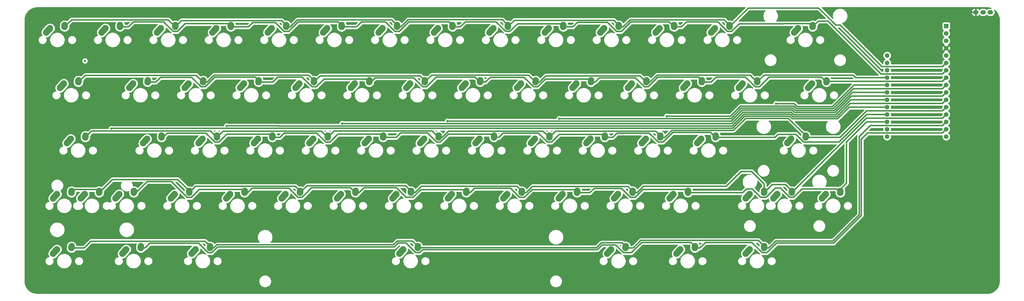
<source format=gbr>
G04 #@! TF.GenerationSoftware,KiCad,Pcbnew,(5.1.10)-1*
G04 #@! TF.CreationDate,2021-07-26T23:03:21+09:00*
G04 #@! TF.ProjectId,Snacks65,536e6163-6b73-4363-952e-6b696361645f,rev?*
G04 #@! TF.SameCoordinates,Original*
G04 #@! TF.FileFunction,Copper,L1,Top*
G04 #@! TF.FilePolarity,Positive*
%FSLAX46Y46*%
G04 Gerber Fmt 4.6, Leading zero omitted, Abs format (unit mm)*
G04 Created by KiCad (PCBNEW (5.1.10)-1) date 2021-07-26 23:03:21*
%MOMM*%
%LPD*%
G01*
G04 APERTURE LIST*
G04 #@! TA.AperFunction,ComponentPad*
%ADD10O,1.900000X1.500000*%
G04 #@! TD*
G04 #@! TA.AperFunction,ComponentPad*
%ADD11C,1.600000*%
G04 #@! TD*
G04 #@! TA.AperFunction,ComponentPad*
%ADD12R,1.600000X1.600000*%
G04 #@! TD*
G04 #@! TA.AperFunction,ComponentPad*
%ADD13C,2.250000*%
G04 #@! TD*
G04 #@! TA.AperFunction,ViaPad*
%ADD14C,0.800000*%
G04 #@! TD*
G04 #@! TA.AperFunction,Conductor*
%ADD15C,0.500000*%
G04 #@! TD*
G04 #@! TA.AperFunction,Conductor*
%ADD16C,0.254000*%
G04 #@! TD*
G04 #@! TA.AperFunction,Conductor*
%ADD17C,0.100000*%
G04 #@! TD*
G04 #@! TA.AperFunction,NonConductor*
%ADD18C,0.254000*%
G04 #@! TD*
G04 #@! TA.AperFunction,NonConductor*
%ADD19C,0.100000*%
G04 #@! TD*
G04 APERTURE END LIST*
D10*
G04 #@! TO.P,SW1,2*
G04 #@! TO.N,/EN*
X346868750Y-19843750D03*
G04 #@! TO.P,SW1,1*
G04 #@! TO.N,GND*
X344368750Y-19843750D03*
G04 #@! TO.P,SW1,3*
G04 #@! TO.N,Net-(SW1-Pad3)*
X349368750Y-19843750D03*
G04 #@! TD*
D11*
G04 #@! TO.P,A1,17*
G04 #@! TO.N,SDA*
X313848750Y-62706250D03*
G04 #@! TO.P,A1,18*
G04 #@! TO.N,SCL*
X313848750Y-60166250D03*
G04 #@! TO.P,A1,19*
G04 #@! TO.N,ROW7*
X313848750Y-57626250D03*
G04 #@! TO.P,A1,20*
G04 #@! TO.N,ROW5*
X313848750Y-55086250D03*
G04 #@! TO.P,A1,21*
G04 #@! TO.N,COL0*
X313848750Y-52546250D03*
G04 #@! TO.P,A1,22*
G04 #@! TO.N,COL2*
X313848750Y-50006250D03*
G04 #@! TO.P,A1,23*
G04 #@! TO.N,COL4*
X313848750Y-47466250D03*
G04 #@! TO.P,A1,24*
G04 #@! TO.N,COL6*
X313848750Y-44926250D03*
G04 #@! TO.P,A1,25*
G04 #@! TO.N,ROW2*
X313848750Y-42386250D03*
G04 #@! TO.P,A1,26*
G04 #@! TO.N,Net-(A1-Pad26)*
X313848750Y-39846250D03*
G04 #@! TO.P,A1,27*
G04 #@! TO.N,/EN*
X313848750Y-37306250D03*
G04 #@! TO.P,A1,28*
G04 #@! TO.N,Net-(A1-Pad28)*
X313848750Y-34766250D03*
D12*
G04 #@! TO.P,A1,1*
G04 #@! TO.N,Net-(A1-Pad1)*
X334168750Y-24606250D03*
D11*
G04 #@! TO.P,A1,2*
G04 #@! TO.N,+3V3*
X334168750Y-27146250D03*
G04 #@! TO.P,A1,3*
G04 #@! TO.N,Net-(A1-Pad3)*
X334168750Y-29686250D03*
G04 #@! TO.P,A1,4*
G04 #@! TO.N,GND*
X334168750Y-32226250D03*
G04 #@! TO.P,A1,5*
G04 #@! TO.N,RDY*
X334168750Y-34766250D03*
G04 #@! TO.P,A1,6*
G04 #@! TO.N,ROW0*
X334168750Y-37306250D03*
G04 #@! TO.P,A1,7*
G04 #@! TO.N,ROW1*
X334168750Y-39846250D03*
G04 #@! TO.P,A1,8*
G04 #@! TO.N,ROW3*
X334168750Y-42386250D03*
G04 #@! TO.P,A1,9*
G04 #@! TO.N,COL5*
X334168750Y-44926250D03*
G04 #@! TO.P,A1,10*
G04 #@! TO.N,COL3*
X334168750Y-47466250D03*
G04 #@! TO.P,A1,11*
G04 #@! TO.N,COL1*
X334168750Y-50006250D03*
G04 #@! TO.P,A1,12*
G04 #@! TO.N,ROW4*
X334168750Y-52546250D03*
G04 #@! TO.P,A1,13*
G04 #@! TO.N,ROW6*
X334168750Y-55086250D03*
G04 #@! TO.P,A1,14*
G04 #@! TO.N,ROW8*
X334168750Y-57626250D03*
G04 #@! TO.P,A1,15*
G04 #@! TO.N,ROW9*
X334168750Y-60166250D03*
G04 #@! TO.P,A1,16*
G04 #@! TO.N,Net-(A1-Pad16)*
X334168750Y-62706250D03*
G04 #@! TD*
D13*
G04 #@! TO.P,SW60,1*
G04 #@! TO.N,Net-(D28-Pad2)*
X242768750Y-101568750D03*
G04 #@! TA.AperFunction,ComponentPad*
G36*
G01*
X240707438Y-103866100D02*
X240707433Y-103866095D01*
G75*
G02*
X240621405Y-102277433I751317J837345D01*
G01*
X241931407Y-100817433D01*
G75*
G02*
X243520069Y-100731405I837345J-751317D01*
G01*
X243520069Y-100731405D01*
G75*
G02*
X243606097Y-102320067I-751317J-837345D01*
G01*
X242296095Y-103780067D01*
G75*
G02*
X240707433Y-103866095I-837345J751317D01*
G01*
G37*
G04 #@! TD.AperFunction*
G04 #@! TO.P,SW60,2*
G04 #@! TO.N,ROW9*
X247808750Y-100488750D03*
G04 #@! TA.AperFunction,ComponentPad*
G36*
G01*
X247692233Y-102191145D02*
X247691347Y-102191084D01*
G75*
G02*
X246646416Y-100991347I77403J1122334D01*
G01*
X246686416Y-100411347D01*
G75*
G02*
X247886153Y-99366416I1122334J-77403D01*
G01*
X247886153Y-99366416D01*
G75*
G02*
X248931084Y-100566153I-77403J-1122334D01*
G01*
X248891084Y-101146153D01*
G75*
G02*
X247691347Y-102191084I-1122334J77403D01*
G01*
G37*
G04 #@! TD.AperFunction*
G04 #@! TD*
G04 #@! TO.P,SW64,1*
G04 #@! TO.N,Net-(D34-Pad1)*
X266581250Y-101568750D03*
G04 #@! TA.AperFunction,ComponentPad*
G36*
G01*
X264519938Y-103866100D02*
X264519933Y-103866095D01*
G75*
G02*
X264433905Y-102277433I751317J837345D01*
G01*
X265743907Y-100817433D01*
G75*
G02*
X267332569Y-100731405I837345J-751317D01*
G01*
X267332569Y-100731405D01*
G75*
G02*
X267418597Y-102320067I-751317J-837345D01*
G01*
X266108595Y-103780067D01*
G75*
G02*
X264519933Y-103866095I-837345J751317D01*
G01*
G37*
G04 #@! TD.AperFunction*
G04 #@! TO.P,SW64,2*
G04 #@! TO.N,ROW8*
X271621250Y-100488750D03*
G04 #@! TA.AperFunction,ComponentPad*
G36*
G01*
X271504733Y-102191145D02*
X271503847Y-102191084D01*
G75*
G02*
X270458916Y-100991347I77403J1122334D01*
G01*
X270498916Y-100411347D01*
G75*
G02*
X271698653Y-99366416I1122334J-77403D01*
G01*
X271698653Y-99366416D01*
G75*
G02*
X272743584Y-100566153I-77403J-1122334D01*
G01*
X272703584Y-101146153D01*
G75*
G02*
X271503847Y-102191084I-1122334J77403D01*
G01*
G37*
G04 #@! TD.AperFunction*
G04 #@! TD*
G04 #@! TO.P,SW55,1*
G04 #@! TO.N,Net-(D28-Pad1)*
X218956250Y-101568750D03*
G04 #@! TA.AperFunction,ComponentPad*
G36*
G01*
X216894938Y-103866100D02*
X216894933Y-103866095D01*
G75*
G02*
X216808905Y-102277433I751317J837345D01*
G01*
X218118907Y-100817433D01*
G75*
G02*
X219707569Y-100731405I837345J-751317D01*
G01*
X219707569Y-100731405D01*
G75*
G02*
X219793597Y-102320067I-751317J-837345D01*
G01*
X218483595Y-103780067D01*
G75*
G02*
X216894933Y-103866095I-837345J751317D01*
G01*
G37*
G04 #@! TD.AperFunction*
G04 #@! TO.P,SW55,2*
G04 #@! TO.N,ROW8*
X223996250Y-100488750D03*
G04 #@! TA.AperFunction,ComponentPad*
G36*
G01*
X223879733Y-102191145D02*
X223878847Y-102191084D01*
G75*
G02*
X222833916Y-100991347I77403J1122334D01*
G01*
X222873916Y-100411347D01*
G75*
G02*
X224073653Y-99366416I1122334J-77403D01*
G01*
X224073653Y-99366416D01*
G75*
G02*
X225118584Y-100566153I-77403J-1122334D01*
G01*
X225078584Y-101146153D01*
G75*
G02*
X223878847Y-102191084I-1122334J77403D01*
G01*
G37*
G04 #@! TD.AperFunction*
G04 #@! TD*
G04 #@! TO.P,SW68,1*
G04 #@! TO.N,Net-(D30-Pad2)*
X283250000Y-25368750D03*
G04 #@! TA.AperFunction,ComponentPad*
G36*
G01*
X281188688Y-27666100D02*
X281188683Y-27666095D01*
G75*
G02*
X281102655Y-26077433I751317J837345D01*
G01*
X282412657Y-24617433D01*
G75*
G02*
X284001319Y-24531405I837345J-751317D01*
G01*
X284001319Y-24531405D01*
G75*
G02*
X284087347Y-26120067I-751317J-837345D01*
G01*
X282777345Y-27580067D01*
G75*
G02*
X281188683Y-27666095I-837345J751317D01*
G01*
G37*
G04 #@! TD.AperFunction*
G04 #@! TO.P,SW68,2*
G04 #@! TO.N,ROW1*
X288290000Y-24288750D03*
G04 #@! TA.AperFunction,ComponentPad*
G36*
G01*
X288173483Y-25991145D02*
X288172597Y-25991084D01*
G75*
G02*
X287127666Y-24791347I77403J1122334D01*
G01*
X287167666Y-24211347D01*
G75*
G02*
X288367403Y-23166416I1122334J-77403D01*
G01*
X288367403Y-23166416D01*
G75*
G02*
X289412334Y-24366153I-77403J-1122334D01*
G01*
X289372334Y-24946153D01*
G75*
G02*
X288172597Y-25991084I-1122334J77403D01*
G01*
G37*
G04 #@! TD.AperFunction*
G04 #@! TD*
G04 #@! TO.P,SW67,1*
G04 #@! TO.N,Net-(D33-Pad1)*
X276106250Y-82518750D03*
G04 #@! TA.AperFunction,ComponentPad*
G36*
G01*
X274044938Y-84816100D02*
X274044933Y-84816095D01*
G75*
G02*
X273958905Y-83227433I751317J837345D01*
G01*
X275268907Y-81767433D01*
G75*
G02*
X276857569Y-81681405I837345J-751317D01*
G01*
X276857569Y-81681405D01*
G75*
G02*
X276943597Y-83270067I-751317J-837345D01*
G01*
X275633595Y-84730067D01*
G75*
G02*
X274044933Y-84816095I-837345J751317D01*
G01*
G37*
G04 #@! TD.AperFunction*
G04 #@! TO.P,SW67,2*
G04 #@! TO.N,ROW6*
X281146250Y-81438750D03*
G04 #@! TA.AperFunction,ComponentPad*
G36*
G01*
X281029733Y-83141145D02*
X281028847Y-83141084D01*
G75*
G02*
X279983916Y-81941347I77403J1122334D01*
G01*
X280023916Y-81361347D01*
G75*
G02*
X281223653Y-80316416I1122334J-77403D01*
G01*
X281223653Y-80316416D01*
G75*
G02*
X282268584Y-81516153I-77403J-1122334D01*
G01*
X282228584Y-82096153D01*
G75*
G02*
X281028847Y-83141084I-1122334J77403D01*
G01*
G37*
G04 #@! TD.AperFunction*
G04 #@! TD*
G04 #@! TO.P,SW66,1*
G04 #@! TO.N,Net-(D4-Pad1)*
X37981250Y-82518750D03*
G04 #@! TA.AperFunction,ComponentPad*
G36*
G01*
X35919938Y-84816100D02*
X35919933Y-84816095D01*
G75*
G02*
X35833905Y-83227433I751317J837345D01*
G01*
X37143907Y-81767433D01*
G75*
G02*
X38732569Y-81681405I837345J-751317D01*
G01*
X38732569Y-81681405D01*
G75*
G02*
X38818597Y-83270067I-751317J-837345D01*
G01*
X37508595Y-84730067D01*
G75*
G02*
X35919933Y-84816095I-837345J751317D01*
G01*
G37*
G04 #@! TD.AperFunction*
G04 #@! TO.P,SW66,2*
G04 #@! TO.N,ROW6*
X43021250Y-81438750D03*
G04 #@! TA.AperFunction,ComponentPad*
G36*
G01*
X42904733Y-83141145D02*
X42903847Y-83141084D01*
G75*
G02*
X41858916Y-81941347I77403J1122334D01*
G01*
X41898916Y-81361347D01*
G75*
G02*
X43098653Y-80316416I1122334J-77403D01*
G01*
X43098653Y-80316416D01*
G75*
G02*
X44143584Y-81516153I-77403J-1122334D01*
G01*
X44103584Y-82096153D01*
G75*
G02*
X42903847Y-83141084I-1122334J77403D01*
G01*
G37*
G04 #@! TD.AperFunction*
G04 #@! TD*
G04 #@! TO.P,SW63,1*
G04 #@! TO.N,Net-(D33-Pad2)*
X292775000Y-82518750D03*
G04 #@! TA.AperFunction,ComponentPad*
G36*
G01*
X290713688Y-84816100D02*
X290713683Y-84816095D01*
G75*
G02*
X290627655Y-83227433I751317J837345D01*
G01*
X291937657Y-81767433D01*
G75*
G02*
X293526319Y-81681405I837345J-751317D01*
G01*
X293526319Y-81681405D01*
G75*
G02*
X293612347Y-83270067I-751317J-837345D01*
G01*
X292302345Y-84730067D01*
G75*
G02*
X290713683Y-84816095I-837345J751317D01*
G01*
G37*
G04 #@! TD.AperFunction*
G04 #@! TO.P,SW63,2*
G04 #@! TO.N,ROW7*
X297815000Y-81438750D03*
G04 #@! TA.AperFunction,ComponentPad*
G36*
G01*
X297698483Y-83141145D02*
X297697597Y-83141084D01*
G75*
G02*
X296652666Y-81941347I77403J1122334D01*
G01*
X296692666Y-81361347D01*
G75*
G02*
X297892403Y-80316416I1122334J-77403D01*
G01*
X297892403Y-80316416D01*
G75*
G02*
X298937334Y-81516153I-77403J-1122334D01*
G01*
X298897334Y-82096153D01*
G75*
G02*
X297697597Y-83141084I-1122334J77403D01*
G01*
G37*
G04 #@! TD.AperFunction*
G04 #@! TD*
G04 #@! TO.P,SW62,1*
G04 #@! TO.N,Net-(D31-Pad2)*
X288012500Y-44418750D03*
G04 #@! TA.AperFunction,ComponentPad*
G36*
G01*
X285951188Y-46716100D02*
X285951183Y-46716095D01*
G75*
G02*
X285865155Y-45127433I751317J837345D01*
G01*
X287175157Y-43667433D01*
G75*
G02*
X288763819Y-43581405I837345J-751317D01*
G01*
X288763819Y-43581405D01*
G75*
G02*
X288849847Y-45170067I-751317J-837345D01*
G01*
X287539845Y-46630067D01*
G75*
G02*
X285951183Y-46716095I-837345J751317D01*
G01*
G37*
G04 #@! TD.AperFunction*
G04 #@! TO.P,SW62,2*
G04 #@! TO.N,ROW3*
X293052500Y-43338750D03*
G04 #@! TA.AperFunction,ComponentPad*
G36*
G01*
X292935983Y-45041145D02*
X292935097Y-45041084D01*
G75*
G02*
X291890166Y-43841347I77403J1122334D01*
G01*
X291930166Y-43261347D01*
G75*
G02*
X293129903Y-42216416I1122334J-77403D01*
G01*
X293129903Y-42216416D01*
G75*
G02*
X294174834Y-43416153I-77403J-1122334D01*
G01*
X294134834Y-43996153D01*
G75*
G02*
X292935097Y-45041084I-1122334J77403D01*
G01*
G37*
G04 #@! TD.AperFunction*
G04 #@! TD*
G04 #@! TO.P,SW59,1*
G04 #@! TO.N,Net-(D33-Pad1)*
X266581250Y-82518750D03*
G04 #@! TA.AperFunction,ComponentPad*
G36*
G01*
X264519938Y-84816100D02*
X264519933Y-84816095D01*
G75*
G02*
X264433905Y-83227433I751317J837345D01*
G01*
X265743907Y-81767433D01*
G75*
G02*
X267332569Y-81681405I837345J-751317D01*
G01*
X267332569Y-81681405D01*
G75*
G02*
X267418597Y-83270067I-751317J-837345D01*
G01*
X266108595Y-84730067D01*
G75*
G02*
X264519933Y-84816095I-837345J751317D01*
G01*
G37*
G04 #@! TD.AperFunction*
G04 #@! TO.P,SW59,2*
G04 #@! TO.N,ROW6*
X271621250Y-81438750D03*
G04 #@! TA.AperFunction,ComponentPad*
G36*
G01*
X271504733Y-83141145D02*
X271503847Y-83141084D01*
G75*
G02*
X270458916Y-81941347I77403J1122334D01*
G01*
X270498916Y-81361347D01*
G75*
G02*
X271698653Y-80316416I1122334J-77403D01*
G01*
X271698653Y-80316416D01*
G75*
G02*
X272743584Y-81516153I-77403J-1122334D01*
G01*
X272703584Y-82096153D01*
G75*
G02*
X271503847Y-83141084I-1122334J77403D01*
G01*
G37*
G04 #@! TD.AperFunction*
G04 #@! TD*
G04 #@! TO.P,SW58,1*
G04 #@! TO.N,Net-(D32-Pad2)*
X280868750Y-63468750D03*
G04 #@! TA.AperFunction,ComponentPad*
G36*
G01*
X278807438Y-65766100D02*
X278807433Y-65766095D01*
G75*
G02*
X278721405Y-64177433I751317J837345D01*
G01*
X280031407Y-62717433D01*
G75*
G02*
X281620069Y-62631405I837345J-751317D01*
G01*
X281620069Y-62631405D01*
G75*
G02*
X281706097Y-64220067I-751317J-837345D01*
G01*
X280396095Y-65680067D01*
G75*
G02*
X278807433Y-65766095I-837345J751317D01*
G01*
G37*
G04 #@! TD.AperFunction*
G04 #@! TO.P,SW58,2*
G04 #@! TO.N,ROW4*
X285908750Y-62388750D03*
G04 #@! TA.AperFunction,ComponentPad*
G36*
G01*
X285792233Y-64091145D02*
X285791347Y-64091084D01*
G75*
G02*
X284746416Y-62891347I77403J1122334D01*
G01*
X284786416Y-62311347D01*
G75*
G02*
X285986153Y-61266416I1122334J-77403D01*
G01*
X285986153Y-61266416D01*
G75*
G02*
X287031084Y-62466153I-77403J-1122334D01*
G01*
X286991084Y-63046153D01*
G75*
G02*
X285791347Y-64091084I-1122334J77403D01*
G01*
G37*
G04 #@! TD.AperFunction*
G04 #@! TD*
G04 #@! TO.P,SW57,1*
G04 #@! TO.N,Net-(D31-Pad1)*
X264200000Y-44418750D03*
G04 #@! TA.AperFunction,ComponentPad*
G36*
G01*
X262138688Y-46716100D02*
X262138683Y-46716095D01*
G75*
G02*
X262052655Y-45127433I751317J837345D01*
G01*
X263362657Y-43667433D01*
G75*
G02*
X264951319Y-43581405I837345J-751317D01*
G01*
X264951319Y-43581405D01*
G75*
G02*
X265037347Y-45170067I-751317J-837345D01*
G01*
X263727345Y-46630067D01*
G75*
G02*
X262138683Y-46716095I-837345J751317D01*
G01*
G37*
G04 #@! TD.AperFunction*
G04 #@! TO.P,SW57,2*
G04 #@! TO.N,ROW2*
X269240000Y-43338750D03*
G04 #@! TA.AperFunction,ComponentPad*
G36*
G01*
X269123483Y-45041145D02*
X269122597Y-45041084D01*
G75*
G02*
X268077666Y-43841347I77403J1122334D01*
G01*
X268117666Y-43261347D01*
G75*
G02*
X269317403Y-42216416I1122334J-77403D01*
G01*
X269317403Y-42216416D01*
G75*
G02*
X270362334Y-43416153I-77403J-1122334D01*
G01*
X270322334Y-43996153D01*
G75*
G02*
X269122597Y-45041084I-1122334J77403D01*
G01*
G37*
G04 #@! TD.AperFunction*
G04 #@! TD*
G04 #@! TO.P,SW56,1*
G04 #@! TO.N,Net-(D30-Pad1)*
X254675000Y-25368750D03*
G04 #@! TA.AperFunction,ComponentPad*
G36*
G01*
X252613688Y-27666100D02*
X252613683Y-27666095D01*
G75*
G02*
X252527655Y-26077433I751317J837345D01*
G01*
X253837657Y-24617433D01*
G75*
G02*
X255426319Y-24531405I837345J-751317D01*
G01*
X255426319Y-24531405D01*
G75*
G02*
X255512347Y-26120067I-751317J-837345D01*
G01*
X254202345Y-27580067D01*
G75*
G02*
X252613683Y-27666095I-837345J751317D01*
G01*
G37*
G04 #@! TD.AperFunction*
G04 #@! TO.P,SW56,2*
G04 #@! TO.N,ROW0*
X259715000Y-24288750D03*
G04 #@! TA.AperFunction,ComponentPad*
G36*
G01*
X259598483Y-25991145D02*
X259597597Y-25991084D01*
G75*
G02*
X258552666Y-24791347I77403J1122334D01*
G01*
X258592666Y-24211347D01*
G75*
G02*
X259792403Y-23166416I1122334J-77403D01*
G01*
X259792403Y-23166416D01*
G75*
G02*
X260837334Y-24366153I-77403J-1122334D01*
G01*
X260797334Y-24946153D01*
G75*
G02*
X259597597Y-25991084I-1122334J77403D01*
G01*
G37*
G04 #@! TD.AperFunction*
G04 #@! TD*
G04 #@! TO.P,SW54,1*
G04 #@! TO.N,Net-(D27-Pad2)*
X240387500Y-82518750D03*
G04 #@! TA.AperFunction,ComponentPad*
G36*
G01*
X238326188Y-84816100D02*
X238326183Y-84816095D01*
G75*
G02*
X238240155Y-83227433I751317J837345D01*
G01*
X239550157Y-81767433D01*
G75*
G02*
X241138819Y-81681405I837345J-751317D01*
G01*
X241138819Y-81681405D01*
G75*
G02*
X241224847Y-83270067I-751317J-837345D01*
G01*
X239914845Y-84730067D01*
G75*
G02*
X238326183Y-84816095I-837345J751317D01*
G01*
G37*
G04 #@! TD.AperFunction*
G04 #@! TO.P,SW54,2*
G04 #@! TO.N,ROW7*
X245427500Y-81438750D03*
G04 #@! TA.AperFunction,ComponentPad*
G36*
G01*
X245310983Y-83141145D02*
X245310097Y-83141084D01*
G75*
G02*
X244265166Y-81941347I77403J1122334D01*
G01*
X244305166Y-81361347D01*
G75*
G02*
X245504903Y-80316416I1122334J-77403D01*
G01*
X245504903Y-80316416D01*
G75*
G02*
X246549834Y-81516153I-77403J-1122334D01*
G01*
X246509834Y-82096153D01*
G75*
G02*
X245310097Y-83141084I-1122334J77403D01*
G01*
G37*
G04 #@! TD.AperFunction*
G04 #@! TD*
G04 #@! TO.P,SW53,1*
G04 #@! TO.N,Net-(D26-Pad2)*
X249912500Y-63468750D03*
G04 #@! TA.AperFunction,ComponentPad*
G36*
G01*
X247851188Y-65766100D02*
X247851183Y-65766095D01*
G75*
G02*
X247765155Y-64177433I751317J837345D01*
G01*
X249075157Y-62717433D01*
G75*
G02*
X250663819Y-62631405I837345J-751317D01*
G01*
X250663819Y-62631405D01*
G75*
G02*
X250749847Y-64220067I-751317J-837345D01*
G01*
X249439845Y-65680067D01*
G75*
G02*
X247851183Y-65766095I-837345J751317D01*
G01*
G37*
G04 #@! TD.AperFunction*
G04 #@! TO.P,SW53,2*
G04 #@! TO.N,ROW5*
X254952500Y-62388750D03*
G04 #@! TA.AperFunction,ComponentPad*
G36*
G01*
X254835983Y-64091145D02*
X254835097Y-64091084D01*
G75*
G02*
X253790166Y-62891347I77403J1122334D01*
G01*
X253830166Y-62311347D01*
G75*
G02*
X255029903Y-61266416I1122334J-77403D01*
G01*
X255029903Y-61266416D01*
G75*
G02*
X256074834Y-62466153I-77403J-1122334D01*
G01*
X256034834Y-63046153D01*
G75*
G02*
X254835097Y-64091084I-1122334J77403D01*
G01*
G37*
G04 #@! TD.AperFunction*
G04 #@! TD*
G04 #@! TO.P,SW52,1*
G04 #@! TO.N,Net-(D25-Pad2)*
X245150000Y-44418750D03*
G04 #@! TA.AperFunction,ComponentPad*
G36*
G01*
X243088688Y-46716100D02*
X243088683Y-46716095D01*
G75*
G02*
X243002655Y-45127433I751317J837345D01*
G01*
X244312657Y-43667433D01*
G75*
G02*
X245901319Y-43581405I837345J-751317D01*
G01*
X245901319Y-43581405D01*
G75*
G02*
X245987347Y-45170067I-751317J-837345D01*
G01*
X244677345Y-46630067D01*
G75*
G02*
X243088683Y-46716095I-837345J751317D01*
G01*
G37*
G04 #@! TD.AperFunction*
G04 #@! TO.P,SW52,2*
G04 #@! TO.N,ROW3*
X250190000Y-43338750D03*
G04 #@! TA.AperFunction,ComponentPad*
G36*
G01*
X250073483Y-45041145D02*
X250072597Y-45041084D01*
G75*
G02*
X249027666Y-43841347I77403J1122334D01*
G01*
X249067666Y-43261347D01*
G75*
G02*
X250267403Y-42216416I1122334J-77403D01*
G01*
X250267403Y-42216416D01*
G75*
G02*
X251312334Y-43416153I-77403J-1122334D01*
G01*
X251272334Y-43996153D01*
G75*
G02*
X250072597Y-45041084I-1122334J77403D01*
G01*
G37*
G04 #@! TD.AperFunction*
G04 #@! TD*
G04 #@! TO.P,SW51,1*
G04 #@! TO.N,Net-(D24-Pad2)*
X235625000Y-25368750D03*
G04 #@! TA.AperFunction,ComponentPad*
G36*
G01*
X233563688Y-27666100D02*
X233563683Y-27666095D01*
G75*
G02*
X233477655Y-26077433I751317J837345D01*
G01*
X234787657Y-24617433D01*
G75*
G02*
X236376319Y-24531405I837345J-751317D01*
G01*
X236376319Y-24531405D01*
G75*
G02*
X236462347Y-26120067I-751317J-837345D01*
G01*
X235152345Y-27580067D01*
G75*
G02*
X233563683Y-27666095I-837345J751317D01*
G01*
G37*
G04 #@! TD.AperFunction*
G04 #@! TO.P,SW51,2*
G04 #@! TO.N,ROW1*
X240665000Y-24288750D03*
G04 #@! TA.AperFunction,ComponentPad*
G36*
G01*
X240548483Y-25991145D02*
X240547597Y-25991084D01*
G75*
G02*
X239502666Y-24791347I77403J1122334D01*
G01*
X239542666Y-24211347D01*
G75*
G02*
X240742403Y-23166416I1122334J-77403D01*
G01*
X240742403Y-23166416D01*
G75*
G02*
X241787334Y-24366153I-77403J-1122334D01*
G01*
X241747334Y-24946153D01*
G75*
G02*
X240547597Y-25991084I-1122334J77403D01*
G01*
G37*
G04 #@! TD.AperFunction*
G04 #@! TD*
G04 #@! TO.P,SW49,1*
G04 #@! TO.N,Net-(D27-Pad1)*
X221337500Y-82518750D03*
G04 #@! TA.AperFunction,ComponentPad*
G36*
G01*
X219276188Y-84816100D02*
X219276183Y-84816095D01*
G75*
G02*
X219190155Y-83227433I751317J837345D01*
G01*
X220500157Y-81767433D01*
G75*
G02*
X222088819Y-81681405I837345J-751317D01*
G01*
X222088819Y-81681405D01*
G75*
G02*
X222174847Y-83270067I-751317J-837345D01*
G01*
X220864845Y-84730067D01*
G75*
G02*
X219276183Y-84816095I-837345J751317D01*
G01*
G37*
G04 #@! TD.AperFunction*
G04 #@! TO.P,SW49,2*
G04 #@! TO.N,ROW6*
X226377500Y-81438750D03*
G04 #@! TA.AperFunction,ComponentPad*
G36*
G01*
X226260983Y-83141145D02*
X226260097Y-83141084D01*
G75*
G02*
X225215166Y-81941347I77403J1122334D01*
G01*
X225255166Y-81361347D01*
G75*
G02*
X226454903Y-80316416I1122334J-77403D01*
G01*
X226454903Y-80316416D01*
G75*
G02*
X227499834Y-81516153I-77403J-1122334D01*
G01*
X227459834Y-82096153D01*
G75*
G02*
X226260097Y-83141084I-1122334J77403D01*
G01*
G37*
G04 #@! TD.AperFunction*
G04 #@! TD*
G04 #@! TO.P,SW48,1*
G04 #@! TO.N,Net-(D26-Pad1)*
X230862500Y-63468750D03*
G04 #@! TA.AperFunction,ComponentPad*
G36*
G01*
X228801188Y-65766100D02*
X228801183Y-65766095D01*
G75*
G02*
X228715155Y-64177433I751317J837345D01*
G01*
X230025157Y-62717433D01*
G75*
G02*
X231613819Y-62631405I837345J-751317D01*
G01*
X231613819Y-62631405D01*
G75*
G02*
X231699847Y-64220067I-751317J-837345D01*
G01*
X230389845Y-65680067D01*
G75*
G02*
X228801183Y-65766095I-837345J751317D01*
G01*
G37*
G04 #@! TD.AperFunction*
G04 #@! TO.P,SW48,2*
G04 #@! TO.N,ROW4*
X235902500Y-62388750D03*
G04 #@! TA.AperFunction,ComponentPad*
G36*
G01*
X235785983Y-64091145D02*
X235785097Y-64091084D01*
G75*
G02*
X234740166Y-62891347I77403J1122334D01*
G01*
X234780166Y-62311347D01*
G75*
G02*
X235979903Y-61266416I1122334J-77403D01*
G01*
X235979903Y-61266416D01*
G75*
G02*
X237024834Y-62466153I-77403J-1122334D01*
G01*
X236984834Y-63046153D01*
G75*
G02*
X235785097Y-64091084I-1122334J77403D01*
G01*
G37*
G04 #@! TD.AperFunction*
G04 #@! TD*
G04 #@! TO.P,SW47,1*
G04 #@! TO.N,Net-(D25-Pad1)*
X226100000Y-44418750D03*
G04 #@! TA.AperFunction,ComponentPad*
G36*
G01*
X224038688Y-46716100D02*
X224038683Y-46716095D01*
G75*
G02*
X223952655Y-45127433I751317J837345D01*
G01*
X225262657Y-43667433D01*
G75*
G02*
X226851319Y-43581405I837345J-751317D01*
G01*
X226851319Y-43581405D01*
G75*
G02*
X226937347Y-45170067I-751317J-837345D01*
G01*
X225627345Y-46630067D01*
G75*
G02*
X224038683Y-46716095I-837345J751317D01*
G01*
G37*
G04 #@! TD.AperFunction*
G04 #@! TO.P,SW47,2*
G04 #@! TO.N,ROW2*
X231140000Y-43338750D03*
G04 #@! TA.AperFunction,ComponentPad*
G36*
G01*
X231023483Y-45041145D02*
X231022597Y-45041084D01*
G75*
G02*
X229977666Y-43841347I77403J1122334D01*
G01*
X230017666Y-43261347D01*
G75*
G02*
X231217403Y-42216416I1122334J-77403D01*
G01*
X231217403Y-42216416D01*
G75*
G02*
X232262334Y-43416153I-77403J-1122334D01*
G01*
X232222334Y-43996153D01*
G75*
G02*
X231022597Y-45041084I-1122334J77403D01*
G01*
G37*
G04 #@! TD.AperFunction*
G04 #@! TD*
G04 #@! TO.P,SW46,1*
G04 #@! TO.N,Net-(D24-Pad1)*
X216575000Y-25368750D03*
G04 #@! TA.AperFunction,ComponentPad*
G36*
G01*
X214513688Y-27666100D02*
X214513683Y-27666095D01*
G75*
G02*
X214427655Y-26077433I751317J837345D01*
G01*
X215737657Y-24617433D01*
G75*
G02*
X217326319Y-24531405I837345J-751317D01*
G01*
X217326319Y-24531405D01*
G75*
G02*
X217412347Y-26120067I-751317J-837345D01*
G01*
X216102345Y-27580067D01*
G75*
G02*
X214513683Y-27666095I-837345J751317D01*
G01*
G37*
G04 #@! TD.AperFunction*
G04 #@! TO.P,SW46,2*
G04 #@! TO.N,ROW0*
X221615000Y-24288750D03*
G04 #@! TA.AperFunction,ComponentPad*
G36*
G01*
X221498483Y-25991145D02*
X221497597Y-25991084D01*
G75*
G02*
X220452666Y-24791347I77403J1122334D01*
G01*
X220492666Y-24211347D01*
G75*
G02*
X221692403Y-23166416I1122334J-77403D01*
G01*
X221692403Y-23166416D01*
G75*
G02*
X222737334Y-24366153I-77403J-1122334D01*
G01*
X222697334Y-24946153D01*
G75*
G02*
X221497597Y-25991084I-1122334J77403D01*
G01*
G37*
G04 #@! TD.AperFunction*
G04 #@! TD*
G04 #@! TO.P,SW45,1*
G04 #@! TO.N,Net-(D23-Pad2)*
X202287500Y-82518750D03*
G04 #@! TA.AperFunction,ComponentPad*
G36*
G01*
X200226188Y-84816100D02*
X200226183Y-84816095D01*
G75*
G02*
X200140155Y-83227433I751317J837345D01*
G01*
X201450157Y-81767433D01*
G75*
G02*
X203038819Y-81681405I837345J-751317D01*
G01*
X203038819Y-81681405D01*
G75*
G02*
X203124847Y-83270067I-751317J-837345D01*
G01*
X201814845Y-84730067D01*
G75*
G02*
X200226183Y-84816095I-837345J751317D01*
G01*
G37*
G04 #@! TD.AperFunction*
G04 #@! TO.P,SW45,2*
G04 #@! TO.N,ROW7*
X207327500Y-81438750D03*
G04 #@! TA.AperFunction,ComponentPad*
G36*
G01*
X207210983Y-83141145D02*
X207210097Y-83141084D01*
G75*
G02*
X206165166Y-81941347I77403J1122334D01*
G01*
X206205166Y-81361347D01*
G75*
G02*
X207404903Y-80316416I1122334J-77403D01*
G01*
X207404903Y-80316416D01*
G75*
G02*
X208449834Y-81516153I-77403J-1122334D01*
G01*
X208409834Y-82096153D01*
G75*
G02*
X207210097Y-83141084I-1122334J77403D01*
G01*
G37*
G04 #@! TD.AperFunction*
G04 #@! TD*
G04 #@! TO.P,SW44,1*
G04 #@! TO.N,Net-(D22-Pad2)*
X211812500Y-63468750D03*
G04 #@! TA.AperFunction,ComponentPad*
G36*
G01*
X209751188Y-65766100D02*
X209751183Y-65766095D01*
G75*
G02*
X209665155Y-64177433I751317J837345D01*
G01*
X210975157Y-62717433D01*
G75*
G02*
X212563819Y-62631405I837345J-751317D01*
G01*
X212563819Y-62631405D01*
G75*
G02*
X212649847Y-64220067I-751317J-837345D01*
G01*
X211339845Y-65680067D01*
G75*
G02*
X209751183Y-65766095I-837345J751317D01*
G01*
G37*
G04 #@! TD.AperFunction*
G04 #@! TO.P,SW44,2*
G04 #@! TO.N,ROW5*
X216852500Y-62388750D03*
G04 #@! TA.AperFunction,ComponentPad*
G36*
G01*
X216735983Y-64091145D02*
X216735097Y-64091084D01*
G75*
G02*
X215690166Y-62891347I77403J1122334D01*
G01*
X215730166Y-62311347D01*
G75*
G02*
X216929903Y-61266416I1122334J-77403D01*
G01*
X216929903Y-61266416D01*
G75*
G02*
X217974834Y-62466153I-77403J-1122334D01*
G01*
X217934834Y-63046153D01*
G75*
G02*
X216735097Y-64091084I-1122334J77403D01*
G01*
G37*
G04 #@! TD.AperFunction*
G04 #@! TD*
G04 #@! TO.P,SW43,1*
G04 #@! TO.N,Net-(D21-Pad2)*
X207050000Y-44418750D03*
G04 #@! TA.AperFunction,ComponentPad*
G36*
G01*
X204988688Y-46716100D02*
X204988683Y-46716095D01*
G75*
G02*
X204902655Y-45127433I751317J837345D01*
G01*
X206212657Y-43667433D01*
G75*
G02*
X207801319Y-43581405I837345J-751317D01*
G01*
X207801319Y-43581405D01*
G75*
G02*
X207887347Y-45170067I-751317J-837345D01*
G01*
X206577345Y-46630067D01*
G75*
G02*
X204988683Y-46716095I-837345J751317D01*
G01*
G37*
G04 #@! TD.AperFunction*
G04 #@! TO.P,SW43,2*
G04 #@! TO.N,ROW3*
X212090000Y-43338750D03*
G04 #@! TA.AperFunction,ComponentPad*
G36*
G01*
X211973483Y-45041145D02*
X211972597Y-45041084D01*
G75*
G02*
X210927666Y-43841347I77403J1122334D01*
G01*
X210967666Y-43261347D01*
G75*
G02*
X212167403Y-42216416I1122334J-77403D01*
G01*
X212167403Y-42216416D01*
G75*
G02*
X213212334Y-43416153I-77403J-1122334D01*
G01*
X213172334Y-43996153D01*
G75*
G02*
X211972597Y-45041084I-1122334J77403D01*
G01*
G37*
G04 #@! TD.AperFunction*
G04 #@! TD*
G04 #@! TO.P,SW42,1*
G04 #@! TO.N,Net-(D20-Pad2)*
X197525000Y-25368750D03*
G04 #@! TA.AperFunction,ComponentPad*
G36*
G01*
X195463688Y-27666100D02*
X195463683Y-27666095D01*
G75*
G02*
X195377655Y-26077433I751317J837345D01*
G01*
X196687657Y-24617433D01*
G75*
G02*
X198276319Y-24531405I837345J-751317D01*
G01*
X198276319Y-24531405D01*
G75*
G02*
X198362347Y-26120067I-751317J-837345D01*
G01*
X197052345Y-27580067D01*
G75*
G02*
X195463683Y-27666095I-837345J751317D01*
G01*
G37*
G04 #@! TD.AperFunction*
G04 #@! TO.P,SW42,2*
G04 #@! TO.N,ROW1*
X202565000Y-24288750D03*
G04 #@! TA.AperFunction,ComponentPad*
G36*
G01*
X202448483Y-25991145D02*
X202447597Y-25991084D01*
G75*
G02*
X201402666Y-24791347I77403J1122334D01*
G01*
X201442666Y-24211347D01*
G75*
G02*
X202642403Y-23166416I1122334J-77403D01*
G01*
X202642403Y-23166416D01*
G75*
G02*
X203687334Y-24366153I-77403J-1122334D01*
G01*
X203647334Y-24946153D01*
G75*
G02*
X202447597Y-25991084I-1122334J77403D01*
G01*
G37*
G04 #@! TD.AperFunction*
G04 #@! TD*
G04 #@! TO.P,SW41,1*
G04 #@! TO.N,Net-(D23-Pad1)*
X183237500Y-82518750D03*
G04 #@! TA.AperFunction,ComponentPad*
G36*
G01*
X181176188Y-84816100D02*
X181176183Y-84816095D01*
G75*
G02*
X181090155Y-83227433I751317J837345D01*
G01*
X182400157Y-81767433D01*
G75*
G02*
X183988819Y-81681405I837345J-751317D01*
G01*
X183988819Y-81681405D01*
G75*
G02*
X184074847Y-83270067I-751317J-837345D01*
G01*
X182764845Y-84730067D01*
G75*
G02*
X181176183Y-84816095I-837345J751317D01*
G01*
G37*
G04 #@! TD.AperFunction*
G04 #@! TO.P,SW41,2*
G04 #@! TO.N,ROW6*
X188277500Y-81438750D03*
G04 #@! TA.AperFunction,ComponentPad*
G36*
G01*
X188160983Y-83141145D02*
X188160097Y-83141084D01*
G75*
G02*
X187115166Y-81941347I77403J1122334D01*
G01*
X187155166Y-81361347D01*
G75*
G02*
X188354903Y-80316416I1122334J-77403D01*
G01*
X188354903Y-80316416D01*
G75*
G02*
X189399834Y-81516153I-77403J-1122334D01*
G01*
X189359834Y-82096153D01*
G75*
G02*
X188160097Y-83141084I-1122334J77403D01*
G01*
G37*
G04 #@! TD.AperFunction*
G04 #@! TD*
G04 #@! TO.P,SW40,1*
G04 #@! TO.N,Net-(D22-Pad1)*
X192762500Y-63468750D03*
G04 #@! TA.AperFunction,ComponentPad*
G36*
G01*
X190701188Y-65766100D02*
X190701183Y-65766095D01*
G75*
G02*
X190615155Y-64177433I751317J837345D01*
G01*
X191925157Y-62717433D01*
G75*
G02*
X193513819Y-62631405I837345J-751317D01*
G01*
X193513819Y-62631405D01*
G75*
G02*
X193599847Y-64220067I-751317J-837345D01*
G01*
X192289845Y-65680067D01*
G75*
G02*
X190701183Y-65766095I-837345J751317D01*
G01*
G37*
G04 #@! TD.AperFunction*
G04 #@! TO.P,SW40,2*
G04 #@! TO.N,ROW4*
X197802500Y-62388750D03*
G04 #@! TA.AperFunction,ComponentPad*
G36*
G01*
X197685983Y-64091145D02*
X197685097Y-64091084D01*
G75*
G02*
X196640166Y-62891347I77403J1122334D01*
G01*
X196680166Y-62311347D01*
G75*
G02*
X197879903Y-61266416I1122334J-77403D01*
G01*
X197879903Y-61266416D01*
G75*
G02*
X198924834Y-62466153I-77403J-1122334D01*
G01*
X198884834Y-63046153D01*
G75*
G02*
X197685097Y-64091084I-1122334J77403D01*
G01*
G37*
G04 #@! TD.AperFunction*
G04 #@! TD*
G04 #@! TO.P,SW39,1*
G04 #@! TO.N,Net-(D21-Pad1)*
X188000000Y-44418750D03*
G04 #@! TA.AperFunction,ComponentPad*
G36*
G01*
X185938688Y-46716100D02*
X185938683Y-46716095D01*
G75*
G02*
X185852655Y-45127433I751317J837345D01*
G01*
X187162657Y-43667433D01*
G75*
G02*
X188751319Y-43581405I837345J-751317D01*
G01*
X188751319Y-43581405D01*
G75*
G02*
X188837347Y-45170067I-751317J-837345D01*
G01*
X187527345Y-46630067D01*
G75*
G02*
X185938683Y-46716095I-837345J751317D01*
G01*
G37*
G04 #@! TD.AperFunction*
G04 #@! TO.P,SW39,2*
G04 #@! TO.N,ROW2*
X193040000Y-43338750D03*
G04 #@! TA.AperFunction,ComponentPad*
G36*
G01*
X192923483Y-45041145D02*
X192922597Y-45041084D01*
G75*
G02*
X191877666Y-43841347I77403J1122334D01*
G01*
X191917666Y-43261347D01*
G75*
G02*
X193117403Y-42216416I1122334J-77403D01*
G01*
X193117403Y-42216416D01*
G75*
G02*
X194162334Y-43416153I-77403J-1122334D01*
G01*
X194122334Y-43996153D01*
G75*
G02*
X192922597Y-45041084I-1122334J77403D01*
G01*
G37*
G04 #@! TD.AperFunction*
G04 #@! TD*
G04 #@! TO.P,SW38,1*
G04 #@! TO.N,Net-(D20-Pad1)*
X178475000Y-25368750D03*
G04 #@! TA.AperFunction,ComponentPad*
G36*
G01*
X176413688Y-27666100D02*
X176413683Y-27666095D01*
G75*
G02*
X176327655Y-26077433I751317J837345D01*
G01*
X177637657Y-24617433D01*
G75*
G02*
X179226319Y-24531405I837345J-751317D01*
G01*
X179226319Y-24531405D01*
G75*
G02*
X179312347Y-26120067I-751317J-837345D01*
G01*
X178002345Y-27580067D01*
G75*
G02*
X176413683Y-27666095I-837345J751317D01*
G01*
G37*
G04 #@! TD.AperFunction*
G04 #@! TO.P,SW38,2*
G04 #@! TO.N,ROW0*
X183515000Y-24288750D03*
G04 #@! TA.AperFunction,ComponentPad*
G36*
G01*
X183398483Y-25991145D02*
X183397597Y-25991084D01*
G75*
G02*
X182352666Y-24791347I77403J1122334D01*
G01*
X182392666Y-24211347D01*
G75*
G02*
X183592403Y-23166416I1122334J-77403D01*
G01*
X183592403Y-23166416D01*
G75*
G02*
X184637334Y-24366153I-77403J-1122334D01*
G01*
X184597334Y-24946153D01*
G75*
G02*
X183397597Y-25991084I-1122334J77403D01*
G01*
G37*
G04 #@! TD.AperFunction*
G04 #@! TD*
G04 #@! TO.P,SW37,1*
G04 #@! TO.N,Net-(D18-Pad2)*
X164187500Y-82518750D03*
G04 #@! TA.AperFunction,ComponentPad*
G36*
G01*
X162126188Y-84816100D02*
X162126183Y-84816095D01*
G75*
G02*
X162040155Y-83227433I751317J837345D01*
G01*
X163350157Y-81767433D01*
G75*
G02*
X164938819Y-81681405I837345J-751317D01*
G01*
X164938819Y-81681405D01*
G75*
G02*
X165024847Y-83270067I-751317J-837345D01*
G01*
X163714845Y-84730067D01*
G75*
G02*
X162126183Y-84816095I-837345J751317D01*
G01*
G37*
G04 #@! TD.AperFunction*
G04 #@! TO.P,SW37,2*
G04 #@! TO.N,ROW7*
X169227500Y-81438750D03*
G04 #@! TA.AperFunction,ComponentPad*
G36*
G01*
X169110983Y-83141145D02*
X169110097Y-83141084D01*
G75*
G02*
X168065166Y-81941347I77403J1122334D01*
G01*
X168105166Y-81361347D01*
G75*
G02*
X169304903Y-80316416I1122334J-77403D01*
G01*
X169304903Y-80316416D01*
G75*
G02*
X170349834Y-81516153I-77403J-1122334D01*
G01*
X170309834Y-82096153D01*
G75*
G02*
X169110097Y-83141084I-1122334J77403D01*
G01*
G37*
G04 #@! TD.AperFunction*
G04 #@! TD*
G04 #@! TO.P,SW36,1*
G04 #@! TO.N,Net-(D17-Pad2)*
X173712500Y-63468750D03*
G04 #@! TA.AperFunction,ComponentPad*
G36*
G01*
X171651188Y-65766100D02*
X171651183Y-65766095D01*
G75*
G02*
X171565155Y-64177433I751317J837345D01*
G01*
X172875157Y-62717433D01*
G75*
G02*
X174463819Y-62631405I837345J-751317D01*
G01*
X174463819Y-62631405D01*
G75*
G02*
X174549847Y-64220067I-751317J-837345D01*
G01*
X173239845Y-65680067D01*
G75*
G02*
X171651183Y-65766095I-837345J751317D01*
G01*
G37*
G04 #@! TD.AperFunction*
G04 #@! TO.P,SW36,2*
G04 #@! TO.N,ROW5*
X178752500Y-62388750D03*
G04 #@! TA.AperFunction,ComponentPad*
G36*
G01*
X178635983Y-64091145D02*
X178635097Y-64091084D01*
G75*
G02*
X177590166Y-62891347I77403J1122334D01*
G01*
X177630166Y-62311347D01*
G75*
G02*
X178829903Y-61266416I1122334J-77403D01*
G01*
X178829903Y-61266416D01*
G75*
G02*
X179874834Y-62466153I-77403J-1122334D01*
G01*
X179834834Y-63046153D01*
G75*
G02*
X178635097Y-64091084I-1122334J77403D01*
G01*
G37*
G04 #@! TD.AperFunction*
G04 #@! TD*
G04 #@! TO.P,SW35,1*
G04 #@! TO.N,Net-(D16-Pad2)*
X168950000Y-44418750D03*
G04 #@! TA.AperFunction,ComponentPad*
G36*
G01*
X166888688Y-46716100D02*
X166888683Y-46716095D01*
G75*
G02*
X166802655Y-45127433I751317J837345D01*
G01*
X168112657Y-43667433D01*
G75*
G02*
X169701319Y-43581405I837345J-751317D01*
G01*
X169701319Y-43581405D01*
G75*
G02*
X169787347Y-45170067I-751317J-837345D01*
G01*
X168477345Y-46630067D01*
G75*
G02*
X166888683Y-46716095I-837345J751317D01*
G01*
G37*
G04 #@! TD.AperFunction*
G04 #@! TO.P,SW35,2*
G04 #@! TO.N,ROW3*
X173990000Y-43338750D03*
G04 #@! TA.AperFunction,ComponentPad*
G36*
G01*
X173873483Y-45041145D02*
X173872597Y-45041084D01*
G75*
G02*
X172827666Y-43841347I77403J1122334D01*
G01*
X172867666Y-43261347D01*
G75*
G02*
X174067403Y-42216416I1122334J-77403D01*
G01*
X174067403Y-42216416D01*
G75*
G02*
X175112334Y-43416153I-77403J-1122334D01*
G01*
X175072334Y-43996153D01*
G75*
G02*
X173872597Y-45041084I-1122334J77403D01*
G01*
G37*
G04 #@! TD.AperFunction*
G04 #@! TD*
G04 #@! TO.P,SW34,1*
G04 #@! TO.N,Net-(D15-Pad2)*
X159425000Y-25368750D03*
G04 #@! TA.AperFunction,ComponentPad*
G36*
G01*
X157363688Y-27666100D02*
X157363683Y-27666095D01*
G75*
G02*
X157277655Y-26077433I751317J837345D01*
G01*
X158587657Y-24617433D01*
G75*
G02*
X160176319Y-24531405I837345J-751317D01*
G01*
X160176319Y-24531405D01*
G75*
G02*
X160262347Y-26120067I-751317J-837345D01*
G01*
X158952345Y-27580067D01*
G75*
G02*
X157363683Y-27666095I-837345J751317D01*
G01*
G37*
G04 #@! TD.AperFunction*
G04 #@! TO.P,SW34,2*
G04 #@! TO.N,ROW1*
X164465000Y-24288750D03*
G04 #@! TA.AperFunction,ComponentPad*
G36*
G01*
X164348483Y-25991145D02*
X164347597Y-25991084D01*
G75*
G02*
X163302666Y-24791347I77403J1122334D01*
G01*
X163342666Y-24211347D01*
G75*
G02*
X164542403Y-23166416I1122334J-77403D01*
G01*
X164542403Y-23166416D01*
G75*
G02*
X165587334Y-24366153I-77403J-1122334D01*
G01*
X165547334Y-24946153D01*
G75*
G02*
X164347597Y-25991084I-1122334J77403D01*
G01*
G37*
G04 #@! TD.AperFunction*
G04 #@! TD*
G04 #@! TO.P,SW33,1*
G04 #@! TO.N,Net-(D19-Pad1)*
X147518750Y-101568750D03*
G04 #@! TA.AperFunction,ComponentPad*
G36*
G01*
X145457438Y-103866100D02*
X145457433Y-103866095D01*
G75*
G02*
X145371405Y-102277433I751317J837345D01*
G01*
X146681407Y-100817433D01*
G75*
G02*
X148270069Y-100731405I837345J-751317D01*
G01*
X148270069Y-100731405D01*
G75*
G02*
X148356097Y-102320067I-751317J-837345D01*
G01*
X147046095Y-103780067D01*
G75*
G02*
X145457433Y-103866095I-837345J751317D01*
G01*
G37*
G04 #@! TD.AperFunction*
G04 #@! TO.P,SW33,2*
G04 #@! TO.N,ROW8*
X152558750Y-100488750D03*
G04 #@! TA.AperFunction,ComponentPad*
G36*
G01*
X152442233Y-102191145D02*
X152441347Y-102191084D01*
G75*
G02*
X151396416Y-100991347I77403J1122334D01*
G01*
X151436416Y-100411347D01*
G75*
G02*
X152636153Y-99366416I1122334J-77403D01*
G01*
X152636153Y-99366416D01*
G75*
G02*
X153681084Y-100566153I-77403J-1122334D01*
G01*
X153641084Y-101146153D01*
G75*
G02*
X152441347Y-102191084I-1122334J77403D01*
G01*
G37*
G04 #@! TD.AperFunction*
G04 #@! TD*
G04 #@! TO.P,SW32,1*
G04 #@! TO.N,Net-(D18-Pad1)*
X145137500Y-82518750D03*
G04 #@! TA.AperFunction,ComponentPad*
G36*
G01*
X143076188Y-84816100D02*
X143076183Y-84816095D01*
G75*
G02*
X142990155Y-83227433I751317J837345D01*
G01*
X144300157Y-81767433D01*
G75*
G02*
X145888819Y-81681405I837345J-751317D01*
G01*
X145888819Y-81681405D01*
G75*
G02*
X145974847Y-83270067I-751317J-837345D01*
G01*
X144664845Y-84730067D01*
G75*
G02*
X143076183Y-84816095I-837345J751317D01*
G01*
G37*
G04 #@! TD.AperFunction*
G04 #@! TO.P,SW32,2*
G04 #@! TO.N,ROW6*
X150177500Y-81438750D03*
G04 #@! TA.AperFunction,ComponentPad*
G36*
G01*
X150060983Y-83141145D02*
X150060097Y-83141084D01*
G75*
G02*
X149015166Y-81941347I77403J1122334D01*
G01*
X149055166Y-81361347D01*
G75*
G02*
X150254903Y-80316416I1122334J-77403D01*
G01*
X150254903Y-80316416D01*
G75*
G02*
X151299834Y-81516153I-77403J-1122334D01*
G01*
X151259834Y-82096153D01*
G75*
G02*
X150060097Y-83141084I-1122334J77403D01*
G01*
G37*
G04 #@! TD.AperFunction*
G04 #@! TD*
G04 #@! TO.P,SW31,1*
G04 #@! TO.N,Net-(D17-Pad1)*
X154662500Y-63468750D03*
G04 #@! TA.AperFunction,ComponentPad*
G36*
G01*
X152601188Y-65766100D02*
X152601183Y-65766095D01*
G75*
G02*
X152515155Y-64177433I751317J837345D01*
G01*
X153825157Y-62717433D01*
G75*
G02*
X155413819Y-62631405I837345J-751317D01*
G01*
X155413819Y-62631405D01*
G75*
G02*
X155499847Y-64220067I-751317J-837345D01*
G01*
X154189845Y-65680067D01*
G75*
G02*
X152601183Y-65766095I-837345J751317D01*
G01*
G37*
G04 #@! TD.AperFunction*
G04 #@! TO.P,SW31,2*
G04 #@! TO.N,ROW4*
X159702500Y-62388750D03*
G04 #@! TA.AperFunction,ComponentPad*
G36*
G01*
X159585983Y-64091145D02*
X159585097Y-64091084D01*
G75*
G02*
X158540166Y-62891347I77403J1122334D01*
G01*
X158580166Y-62311347D01*
G75*
G02*
X159779903Y-61266416I1122334J-77403D01*
G01*
X159779903Y-61266416D01*
G75*
G02*
X160824834Y-62466153I-77403J-1122334D01*
G01*
X160784834Y-63046153D01*
G75*
G02*
X159585097Y-64091084I-1122334J77403D01*
G01*
G37*
G04 #@! TD.AperFunction*
G04 #@! TD*
G04 #@! TO.P,SW30,1*
G04 #@! TO.N,Net-(D16-Pad1)*
X149900000Y-44418750D03*
G04 #@! TA.AperFunction,ComponentPad*
G36*
G01*
X147838688Y-46716100D02*
X147838683Y-46716095D01*
G75*
G02*
X147752655Y-45127433I751317J837345D01*
G01*
X149062657Y-43667433D01*
G75*
G02*
X150651319Y-43581405I837345J-751317D01*
G01*
X150651319Y-43581405D01*
G75*
G02*
X150737347Y-45170067I-751317J-837345D01*
G01*
X149427345Y-46630067D01*
G75*
G02*
X147838683Y-46716095I-837345J751317D01*
G01*
G37*
G04 #@! TD.AperFunction*
G04 #@! TO.P,SW30,2*
G04 #@! TO.N,ROW2*
X154940000Y-43338750D03*
G04 #@! TA.AperFunction,ComponentPad*
G36*
G01*
X154823483Y-45041145D02*
X154822597Y-45041084D01*
G75*
G02*
X153777666Y-43841347I77403J1122334D01*
G01*
X153817666Y-43261347D01*
G75*
G02*
X155017403Y-42216416I1122334J-77403D01*
G01*
X155017403Y-42216416D01*
G75*
G02*
X156062334Y-43416153I-77403J-1122334D01*
G01*
X156022334Y-43996153D01*
G75*
G02*
X154822597Y-45041084I-1122334J77403D01*
G01*
G37*
G04 #@! TD.AperFunction*
G04 #@! TD*
G04 #@! TO.P,SW29,1*
G04 #@! TO.N,Net-(D15-Pad1)*
X140375000Y-25368750D03*
G04 #@! TA.AperFunction,ComponentPad*
G36*
G01*
X138313688Y-27666100D02*
X138313683Y-27666095D01*
G75*
G02*
X138227655Y-26077433I751317J837345D01*
G01*
X139537657Y-24617433D01*
G75*
G02*
X141126319Y-24531405I837345J-751317D01*
G01*
X141126319Y-24531405D01*
G75*
G02*
X141212347Y-26120067I-751317J-837345D01*
G01*
X139902345Y-27580067D01*
G75*
G02*
X138313683Y-27666095I-837345J751317D01*
G01*
G37*
G04 #@! TD.AperFunction*
G04 #@! TO.P,SW29,2*
G04 #@! TO.N,ROW0*
X145415000Y-24288750D03*
G04 #@! TA.AperFunction,ComponentPad*
G36*
G01*
X145298483Y-25991145D02*
X145297597Y-25991084D01*
G75*
G02*
X144252666Y-24791347I77403J1122334D01*
G01*
X144292666Y-24211347D01*
G75*
G02*
X145492403Y-23166416I1122334J-77403D01*
G01*
X145492403Y-23166416D01*
G75*
G02*
X146537334Y-24366153I-77403J-1122334D01*
G01*
X146497334Y-24946153D01*
G75*
G02*
X145297597Y-25991084I-1122334J77403D01*
G01*
G37*
G04 #@! TD.AperFunction*
G04 #@! TD*
G04 #@! TO.P,SW28,1*
G04 #@! TO.N,Net-(D14-Pad2)*
X126087500Y-82518750D03*
G04 #@! TA.AperFunction,ComponentPad*
G36*
G01*
X124026188Y-84816100D02*
X124026183Y-84816095D01*
G75*
G02*
X123940155Y-83227433I751317J837345D01*
G01*
X125250157Y-81767433D01*
G75*
G02*
X126838819Y-81681405I837345J-751317D01*
G01*
X126838819Y-81681405D01*
G75*
G02*
X126924847Y-83270067I-751317J-837345D01*
G01*
X125614845Y-84730067D01*
G75*
G02*
X124026183Y-84816095I-837345J751317D01*
G01*
G37*
G04 #@! TD.AperFunction*
G04 #@! TO.P,SW28,2*
G04 #@! TO.N,ROW7*
X131127500Y-81438750D03*
G04 #@! TA.AperFunction,ComponentPad*
G36*
G01*
X131010983Y-83141145D02*
X131010097Y-83141084D01*
G75*
G02*
X129965166Y-81941347I77403J1122334D01*
G01*
X130005166Y-81361347D01*
G75*
G02*
X131204903Y-80316416I1122334J-77403D01*
G01*
X131204903Y-80316416D01*
G75*
G02*
X132249834Y-81516153I-77403J-1122334D01*
G01*
X132209834Y-82096153D01*
G75*
G02*
X131010097Y-83141084I-1122334J77403D01*
G01*
G37*
G04 #@! TD.AperFunction*
G04 #@! TD*
G04 #@! TO.P,SW27,1*
G04 #@! TO.N,Net-(D13-Pad2)*
X135612500Y-63468750D03*
G04 #@! TA.AperFunction,ComponentPad*
G36*
G01*
X133551188Y-65766100D02*
X133551183Y-65766095D01*
G75*
G02*
X133465155Y-64177433I751317J837345D01*
G01*
X134775157Y-62717433D01*
G75*
G02*
X136363819Y-62631405I837345J-751317D01*
G01*
X136363819Y-62631405D01*
G75*
G02*
X136449847Y-64220067I-751317J-837345D01*
G01*
X135139845Y-65680067D01*
G75*
G02*
X133551183Y-65766095I-837345J751317D01*
G01*
G37*
G04 #@! TD.AperFunction*
G04 #@! TO.P,SW27,2*
G04 #@! TO.N,ROW5*
X140652500Y-62388750D03*
G04 #@! TA.AperFunction,ComponentPad*
G36*
G01*
X140535983Y-64091145D02*
X140535097Y-64091084D01*
G75*
G02*
X139490166Y-62891347I77403J1122334D01*
G01*
X139530166Y-62311347D01*
G75*
G02*
X140729903Y-61266416I1122334J-77403D01*
G01*
X140729903Y-61266416D01*
G75*
G02*
X141774834Y-62466153I-77403J-1122334D01*
G01*
X141734834Y-63046153D01*
G75*
G02*
X140535097Y-64091084I-1122334J77403D01*
G01*
G37*
G04 #@! TD.AperFunction*
G04 #@! TD*
G04 #@! TO.P,SW26,1*
G04 #@! TO.N,Net-(D12-Pad2)*
X130850000Y-44418750D03*
G04 #@! TA.AperFunction,ComponentPad*
G36*
G01*
X128788688Y-46716100D02*
X128788683Y-46716095D01*
G75*
G02*
X128702655Y-45127433I751317J837345D01*
G01*
X130012657Y-43667433D01*
G75*
G02*
X131601319Y-43581405I837345J-751317D01*
G01*
X131601319Y-43581405D01*
G75*
G02*
X131687347Y-45170067I-751317J-837345D01*
G01*
X130377345Y-46630067D01*
G75*
G02*
X128788683Y-46716095I-837345J751317D01*
G01*
G37*
G04 #@! TD.AperFunction*
G04 #@! TO.P,SW26,2*
G04 #@! TO.N,ROW3*
X135890000Y-43338750D03*
G04 #@! TA.AperFunction,ComponentPad*
G36*
G01*
X135773483Y-45041145D02*
X135772597Y-45041084D01*
G75*
G02*
X134727666Y-43841347I77403J1122334D01*
G01*
X134767666Y-43261347D01*
G75*
G02*
X135967403Y-42216416I1122334J-77403D01*
G01*
X135967403Y-42216416D01*
G75*
G02*
X137012334Y-43416153I-77403J-1122334D01*
G01*
X136972334Y-43996153D01*
G75*
G02*
X135772597Y-45041084I-1122334J77403D01*
G01*
G37*
G04 #@! TD.AperFunction*
G04 #@! TD*
G04 #@! TO.P,SW25,1*
G04 #@! TO.N,Net-(D11-Pad2)*
X121325000Y-25368750D03*
G04 #@! TA.AperFunction,ComponentPad*
G36*
G01*
X119263688Y-27666100D02*
X119263683Y-27666095D01*
G75*
G02*
X119177655Y-26077433I751317J837345D01*
G01*
X120487657Y-24617433D01*
G75*
G02*
X122076319Y-24531405I837345J-751317D01*
G01*
X122076319Y-24531405D01*
G75*
G02*
X122162347Y-26120067I-751317J-837345D01*
G01*
X120852345Y-27580067D01*
G75*
G02*
X119263683Y-27666095I-837345J751317D01*
G01*
G37*
G04 #@! TD.AperFunction*
G04 #@! TO.P,SW25,2*
G04 #@! TO.N,ROW1*
X126365000Y-24288750D03*
G04 #@! TA.AperFunction,ComponentPad*
G36*
G01*
X126248483Y-25991145D02*
X126247597Y-25991084D01*
G75*
G02*
X125202666Y-24791347I77403J1122334D01*
G01*
X125242666Y-24211347D01*
G75*
G02*
X126442403Y-23166416I1122334J-77403D01*
G01*
X126442403Y-23166416D01*
G75*
G02*
X127487334Y-24366153I-77403J-1122334D01*
G01*
X127447334Y-24946153D01*
G75*
G02*
X126247597Y-25991084I-1122334J77403D01*
G01*
G37*
G04 #@! TD.AperFunction*
G04 #@! TD*
G04 #@! TO.P,SW24,1*
G04 #@! TO.N,Net-(D14-Pad1)*
X107037500Y-82518750D03*
G04 #@! TA.AperFunction,ComponentPad*
G36*
G01*
X104976188Y-84816100D02*
X104976183Y-84816095D01*
G75*
G02*
X104890155Y-83227433I751317J837345D01*
G01*
X106200157Y-81767433D01*
G75*
G02*
X107788819Y-81681405I837345J-751317D01*
G01*
X107788819Y-81681405D01*
G75*
G02*
X107874847Y-83270067I-751317J-837345D01*
G01*
X106564845Y-84730067D01*
G75*
G02*
X104976183Y-84816095I-837345J751317D01*
G01*
G37*
G04 #@! TD.AperFunction*
G04 #@! TO.P,SW24,2*
G04 #@! TO.N,ROW6*
X112077500Y-81438750D03*
G04 #@! TA.AperFunction,ComponentPad*
G36*
G01*
X111960983Y-83141145D02*
X111960097Y-83141084D01*
G75*
G02*
X110915166Y-81941347I77403J1122334D01*
G01*
X110955166Y-81361347D01*
G75*
G02*
X112154903Y-80316416I1122334J-77403D01*
G01*
X112154903Y-80316416D01*
G75*
G02*
X113199834Y-81516153I-77403J-1122334D01*
G01*
X113159834Y-82096153D01*
G75*
G02*
X111960097Y-83141084I-1122334J77403D01*
G01*
G37*
G04 #@! TD.AperFunction*
G04 #@! TD*
G04 #@! TO.P,SW23,1*
G04 #@! TO.N,Net-(D13-Pad1)*
X116562500Y-63468750D03*
G04 #@! TA.AperFunction,ComponentPad*
G36*
G01*
X114501188Y-65766100D02*
X114501183Y-65766095D01*
G75*
G02*
X114415155Y-64177433I751317J837345D01*
G01*
X115725157Y-62717433D01*
G75*
G02*
X117313819Y-62631405I837345J-751317D01*
G01*
X117313819Y-62631405D01*
G75*
G02*
X117399847Y-64220067I-751317J-837345D01*
G01*
X116089845Y-65680067D01*
G75*
G02*
X114501183Y-65766095I-837345J751317D01*
G01*
G37*
G04 #@! TD.AperFunction*
G04 #@! TO.P,SW23,2*
G04 #@! TO.N,ROW4*
X121602500Y-62388750D03*
G04 #@! TA.AperFunction,ComponentPad*
G36*
G01*
X121485983Y-64091145D02*
X121485097Y-64091084D01*
G75*
G02*
X120440166Y-62891347I77403J1122334D01*
G01*
X120480166Y-62311347D01*
G75*
G02*
X121679903Y-61266416I1122334J-77403D01*
G01*
X121679903Y-61266416D01*
G75*
G02*
X122724834Y-62466153I-77403J-1122334D01*
G01*
X122684834Y-63046153D01*
G75*
G02*
X121485097Y-64091084I-1122334J77403D01*
G01*
G37*
G04 #@! TD.AperFunction*
G04 #@! TD*
G04 #@! TO.P,SW22,1*
G04 #@! TO.N,Net-(D12-Pad1)*
X111800000Y-44418750D03*
G04 #@! TA.AperFunction,ComponentPad*
G36*
G01*
X109738688Y-46716100D02*
X109738683Y-46716095D01*
G75*
G02*
X109652655Y-45127433I751317J837345D01*
G01*
X110962657Y-43667433D01*
G75*
G02*
X112551319Y-43581405I837345J-751317D01*
G01*
X112551319Y-43581405D01*
G75*
G02*
X112637347Y-45170067I-751317J-837345D01*
G01*
X111327345Y-46630067D01*
G75*
G02*
X109738683Y-46716095I-837345J751317D01*
G01*
G37*
G04 #@! TD.AperFunction*
G04 #@! TO.P,SW22,2*
G04 #@! TO.N,ROW2*
X116840000Y-43338750D03*
G04 #@! TA.AperFunction,ComponentPad*
G36*
G01*
X116723483Y-45041145D02*
X116722597Y-45041084D01*
G75*
G02*
X115677666Y-43841347I77403J1122334D01*
G01*
X115717666Y-43261347D01*
G75*
G02*
X116917403Y-42216416I1122334J-77403D01*
G01*
X116917403Y-42216416D01*
G75*
G02*
X117962334Y-43416153I-77403J-1122334D01*
G01*
X117922334Y-43996153D01*
G75*
G02*
X116722597Y-45041084I-1122334J77403D01*
G01*
G37*
G04 #@! TD.AperFunction*
G04 #@! TD*
G04 #@! TO.P,SW21,1*
G04 #@! TO.N,Net-(D11-Pad1)*
X102275000Y-25368750D03*
G04 #@! TA.AperFunction,ComponentPad*
G36*
G01*
X100213688Y-27666100D02*
X100213683Y-27666095D01*
G75*
G02*
X100127655Y-26077433I751317J837345D01*
G01*
X101437657Y-24617433D01*
G75*
G02*
X103026319Y-24531405I837345J-751317D01*
G01*
X103026319Y-24531405D01*
G75*
G02*
X103112347Y-26120067I-751317J-837345D01*
G01*
X101802345Y-27580067D01*
G75*
G02*
X100213683Y-27666095I-837345J751317D01*
G01*
G37*
G04 #@! TD.AperFunction*
G04 #@! TO.P,SW21,2*
G04 #@! TO.N,ROW0*
X107315000Y-24288750D03*
G04 #@! TA.AperFunction,ComponentPad*
G36*
G01*
X107198483Y-25991145D02*
X107197597Y-25991084D01*
G75*
G02*
X106152666Y-24791347I77403J1122334D01*
G01*
X106192666Y-24211347D01*
G75*
G02*
X107392403Y-23166416I1122334J-77403D01*
G01*
X107392403Y-23166416D01*
G75*
G02*
X108437334Y-24366153I-77403J-1122334D01*
G01*
X108397334Y-24946153D01*
G75*
G02*
X107197597Y-25991084I-1122334J77403D01*
G01*
G37*
G04 #@! TD.AperFunction*
G04 #@! TD*
G04 #@! TO.P,SW20,1*
G04 #@! TO.N,Net-(D9-Pad2)*
X87987500Y-82518750D03*
G04 #@! TA.AperFunction,ComponentPad*
G36*
G01*
X85926188Y-84816100D02*
X85926183Y-84816095D01*
G75*
G02*
X85840155Y-83227433I751317J837345D01*
G01*
X87150157Y-81767433D01*
G75*
G02*
X88738819Y-81681405I837345J-751317D01*
G01*
X88738819Y-81681405D01*
G75*
G02*
X88824847Y-83270067I-751317J-837345D01*
G01*
X87514845Y-84730067D01*
G75*
G02*
X85926183Y-84816095I-837345J751317D01*
G01*
G37*
G04 #@! TD.AperFunction*
G04 #@! TO.P,SW20,2*
G04 #@! TO.N,ROW7*
X93027500Y-81438750D03*
G04 #@! TA.AperFunction,ComponentPad*
G36*
G01*
X92910983Y-83141145D02*
X92910097Y-83141084D01*
G75*
G02*
X91865166Y-81941347I77403J1122334D01*
G01*
X91905166Y-81361347D01*
G75*
G02*
X93104903Y-80316416I1122334J-77403D01*
G01*
X93104903Y-80316416D01*
G75*
G02*
X94149834Y-81516153I-77403J-1122334D01*
G01*
X94109834Y-82096153D01*
G75*
G02*
X92910097Y-83141084I-1122334J77403D01*
G01*
G37*
G04 #@! TD.AperFunction*
G04 #@! TD*
G04 #@! TO.P,SW19,1*
G04 #@! TO.N,Net-(D8-Pad2)*
X97512500Y-63468750D03*
G04 #@! TA.AperFunction,ComponentPad*
G36*
G01*
X95451188Y-65766100D02*
X95451183Y-65766095D01*
G75*
G02*
X95365155Y-64177433I751317J837345D01*
G01*
X96675157Y-62717433D01*
G75*
G02*
X98263819Y-62631405I837345J-751317D01*
G01*
X98263819Y-62631405D01*
G75*
G02*
X98349847Y-64220067I-751317J-837345D01*
G01*
X97039845Y-65680067D01*
G75*
G02*
X95451183Y-65766095I-837345J751317D01*
G01*
G37*
G04 #@! TD.AperFunction*
G04 #@! TO.P,SW19,2*
G04 #@! TO.N,ROW5*
X102552500Y-62388750D03*
G04 #@! TA.AperFunction,ComponentPad*
G36*
G01*
X102435983Y-64091145D02*
X102435097Y-64091084D01*
G75*
G02*
X101390166Y-62891347I77403J1122334D01*
G01*
X101430166Y-62311347D01*
G75*
G02*
X102629903Y-61266416I1122334J-77403D01*
G01*
X102629903Y-61266416D01*
G75*
G02*
X103674834Y-62466153I-77403J-1122334D01*
G01*
X103634834Y-63046153D01*
G75*
G02*
X102435097Y-64091084I-1122334J77403D01*
G01*
G37*
G04 #@! TD.AperFunction*
G04 #@! TD*
G04 #@! TO.P,SW18,1*
G04 #@! TO.N,Net-(D7-Pad2)*
X92750000Y-44418750D03*
G04 #@! TA.AperFunction,ComponentPad*
G36*
G01*
X90688688Y-46716100D02*
X90688683Y-46716095D01*
G75*
G02*
X90602655Y-45127433I751317J837345D01*
G01*
X91912657Y-43667433D01*
G75*
G02*
X93501319Y-43581405I837345J-751317D01*
G01*
X93501319Y-43581405D01*
G75*
G02*
X93587347Y-45170067I-751317J-837345D01*
G01*
X92277345Y-46630067D01*
G75*
G02*
X90688683Y-46716095I-837345J751317D01*
G01*
G37*
G04 #@! TD.AperFunction*
G04 #@! TO.P,SW18,2*
G04 #@! TO.N,ROW3*
X97790000Y-43338750D03*
G04 #@! TA.AperFunction,ComponentPad*
G36*
G01*
X97673483Y-45041145D02*
X97672597Y-45041084D01*
G75*
G02*
X96627666Y-43841347I77403J1122334D01*
G01*
X96667666Y-43261347D01*
G75*
G02*
X97867403Y-42216416I1122334J-77403D01*
G01*
X97867403Y-42216416D01*
G75*
G02*
X98912334Y-43416153I-77403J-1122334D01*
G01*
X98872334Y-43996153D01*
G75*
G02*
X97672597Y-45041084I-1122334J77403D01*
G01*
G37*
G04 #@! TD.AperFunction*
G04 #@! TD*
G04 #@! TO.P,SW17,1*
G04 #@! TO.N,Net-(D6-Pad2)*
X83225000Y-25368750D03*
G04 #@! TA.AperFunction,ComponentPad*
G36*
G01*
X81163688Y-27666100D02*
X81163683Y-27666095D01*
G75*
G02*
X81077655Y-26077433I751317J837345D01*
G01*
X82387657Y-24617433D01*
G75*
G02*
X83976319Y-24531405I837345J-751317D01*
G01*
X83976319Y-24531405D01*
G75*
G02*
X84062347Y-26120067I-751317J-837345D01*
G01*
X82752345Y-27580067D01*
G75*
G02*
X81163683Y-27666095I-837345J751317D01*
G01*
G37*
G04 #@! TD.AperFunction*
G04 #@! TO.P,SW17,2*
G04 #@! TO.N,ROW1*
X88265000Y-24288750D03*
G04 #@! TA.AperFunction,ComponentPad*
G36*
G01*
X88148483Y-25991145D02*
X88147597Y-25991084D01*
G75*
G02*
X87102666Y-24791347I77403J1122334D01*
G01*
X87142666Y-24211347D01*
G75*
G02*
X88342403Y-23166416I1122334J-77403D01*
G01*
X88342403Y-23166416D01*
G75*
G02*
X89387334Y-24366153I-77403J-1122334D01*
G01*
X89347334Y-24946153D01*
G75*
G02*
X88147597Y-25991084I-1122334J77403D01*
G01*
G37*
G04 #@! TD.AperFunction*
G04 #@! TD*
G04 #@! TO.P,SW16,1*
G04 #@! TO.N,Net-(D10-Pad1)*
X76081250Y-101568750D03*
G04 #@! TA.AperFunction,ComponentPad*
G36*
G01*
X74019938Y-103866100D02*
X74019933Y-103866095D01*
G75*
G02*
X73933905Y-102277433I751317J837345D01*
G01*
X75243907Y-100817433D01*
G75*
G02*
X76832569Y-100731405I837345J-751317D01*
G01*
X76832569Y-100731405D01*
G75*
G02*
X76918597Y-102320067I-751317J-837345D01*
G01*
X75608595Y-103780067D01*
G75*
G02*
X74019933Y-103866095I-837345J751317D01*
G01*
G37*
G04 #@! TD.AperFunction*
G04 #@! TO.P,SW16,2*
G04 #@! TO.N,ROW8*
X81121250Y-100488750D03*
G04 #@! TA.AperFunction,ComponentPad*
G36*
G01*
X81004733Y-102191145D02*
X81003847Y-102191084D01*
G75*
G02*
X79958916Y-100991347I77403J1122334D01*
G01*
X79998916Y-100411347D01*
G75*
G02*
X81198653Y-99366416I1122334J-77403D01*
G01*
X81198653Y-99366416D01*
G75*
G02*
X82243584Y-100566153I-77403J-1122334D01*
G01*
X82203584Y-101146153D01*
G75*
G02*
X81003847Y-102191084I-1122334J77403D01*
G01*
G37*
G04 #@! TD.AperFunction*
G04 #@! TD*
G04 #@! TO.P,SW15,1*
G04 #@! TO.N,Net-(D9-Pad1)*
X68937500Y-82518750D03*
G04 #@! TA.AperFunction,ComponentPad*
G36*
G01*
X66876188Y-84816100D02*
X66876183Y-84816095D01*
G75*
G02*
X66790155Y-83227433I751317J837345D01*
G01*
X68100157Y-81767433D01*
G75*
G02*
X69688819Y-81681405I837345J-751317D01*
G01*
X69688819Y-81681405D01*
G75*
G02*
X69774847Y-83270067I-751317J-837345D01*
G01*
X68464845Y-84730067D01*
G75*
G02*
X66876183Y-84816095I-837345J751317D01*
G01*
G37*
G04 #@! TD.AperFunction*
G04 #@! TO.P,SW15,2*
G04 #@! TO.N,ROW6*
X73977500Y-81438750D03*
G04 #@! TA.AperFunction,ComponentPad*
G36*
G01*
X73860983Y-83141145D02*
X73860097Y-83141084D01*
G75*
G02*
X72815166Y-81941347I77403J1122334D01*
G01*
X72855166Y-81361347D01*
G75*
G02*
X74054903Y-80316416I1122334J-77403D01*
G01*
X74054903Y-80316416D01*
G75*
G02*
X75099834Y-81516153I-77403J-1122334D01*
G01*
X75059834Y-82096153D01*
G75*
G02*
X73860097Y-83141084I-1122334J77403D01*
G01*
G37*
G04 #@! TD.AperFunction*
G04 #@! TD*
G04 #@! TO.P,SW14,1*
G04 #@! TO.N,Net-(D8-Pad1)*
X78462500Y-63468750D03*
G04 #@! TA.AperFunction,ComponentPad*
G36*
G01*
X76401188Y-65766100D02*
X76401183Y-65766095D01*
G75*
G02*
X76315155Y-64177433I751317J837345D01*
G01*
X77625157Y-62717433D01*
G75*
G02*
X79213819Y-62631405I837345J-751317D01*
G01*
X79213819Y-62631405D01*
G75*
G02*
X79299847Y-64220067I-751317J-837345D01*
G01*
X77989845Y-65680067D01*
G75*
G02*
X76401183Y-65766095I-837345J751317D01*
G01*
G37*
G04 #@! TD.AperFunction*
G04 #@! TO.P,SW14,2*
G04 #@! TO.N,ROW4*
X83502500Y-62388750D03*
G04 #@! TA.AperFunction,ComponentPad*
G36*
G01*
X83385983Y-64091145D02*
X83385097Y-64091084D01*
G75*
G02*
X82340166Y-62891347I77403J1122334D01*
G01*
X82380166Y-62311347D01*
G75*
G02*
X83579903Y-61266416I1122334J-77403D01*
G01*
X83579903Y-61266416D01*
G75*
G02*
X84624834Y-62466153I-77403J-1122334D01*
G01*
X84584834Y-63046153D01*
G75*
G02*
X83385097Y-64091084I-1122334J77403D01*
G01*
G37*
G04 #@! TD.AperFunction*
G04 #@! TD*
G04 #@! TO.P,SW13,1*
G04 #@! TO.N,Net-(D7-Pad1)*
X73700000Y-44418750D03*
G04 #@! TA.AperFunction,ComponentPad*
G36*
G01*
X71638688Y-46716100D02*
X71638683Y-46716095D01*
G75*
G02*
X71552655Y-45127433I751317J837345D01*
G01*
X72862657Y-43667433D01*
G75*
G02*
X74451319Y-43581405I837345J-751317D01*
G01*
X74451319Y-43581405D01*
G75*
G02*
X74537347Y-45170067I-751317J-837345D01*
G01*
X73227345Y-46630067D01*
G75*
G02*
X71638683Y-46716095I-837345J751317D01*
G01*
G37*
G04 #@! TD.AperFunction*
G04 #@! TO.P,SW13,2*
G04 #@! TO.N,ROW2*
X78740000Y-43338750D03*
G04 #@! TA.AperFunction,ComponentPad*
G36*
G01*
X78623483Y-45041145D02*
X78622597Y-45041084D01*
G75*
G02*
X77577666Y-43841347I77403J1122334D01*
G01*
X77617666Y-43261347D01*
G75*
G02*
X78817403Y-42216416I1122334J-77403D01*
G01*
X78817403Y-42216416D01*
G75*
G02*
X79862334Y-43416153I-77403J-1122334D01*
G01*
X79822334Y-43996153D01*
G75*
G02*
X78622597Y-45041084I-1122334J77403D01*
G01*
G37*
G04 #@! TD.AperFunction*
G04 #@! TD*
G04 #@! TO.P,SW12,1*
G04 #@! TO.N,Net-(D6-Pad1)*
X64175000Y-25368750D03*
G04 #@! TA.AperFunction,ComponentPad*
G36*
G01*
X62113688Y-27666100D02*
X62113683Y-27666095D01*
G75*
G02*
X62027655Y-26077433I751317J837345D01*
G01*
X63337657Y-24617433D01*
G75*
G02*
X64926319Y-24531405I837345J-751317D01*
G01*
X64926319Y-24531405D01*
G75*
G02*
X65012347Y-26120067I-751317J-837345D01*
G01*
X63702345Y-27580067D01*
G75*
G02*
X62113683Y-27666095I-837345J751317D01*
G01*
G37*
G04 #@! TD.AperFunction*
G04 #@! TO.P,SW12,2*
G04 #@! TO.N,ROW0*
X69215000Y-24288750D03*
G04 #@! TA.AperFunction,ComponentPad*
G36*
G01*
X69098483Y-25991145D02*
X69097597Y-25991084D01*
G75*
G02*
X68052666Y-24791347I77403J1122334D01*
G01*
X68092666Y-24211347D01*
G75*
G02*
X69292403Y-23166416I1122334J-77403D01*
G01*
X69292403Y-23166416D01*
G75*
G02*
X70337334Y-24366153I-77403J-1122334D01*
G01*
X70297334Y-24946153D01*
G75*
G02*
X69097597Y-25991084I-1122334J77403D01*
G01*
G37*
G04 #@! TD.AperFunction*
G04 #@! TD*
G04 #@! TO.P,SW11,1*
G04 #@! TO.N,Net-(D5-Pad2)*
X52268750Y-101568750D03*
G04 #@! TA.AperFunction,ComponentPad*
G36*
G01*
X50207438Y-103866100D02*
X50207433Y-103866095D01*
G75*
G02*
X50121405Y-102277433I751317J837345D01*
G01*
X51431407Y-100817433D01*
G75*
G02*
X53020069Y-100731405I837345J-751317D01*
G01*
X53020069Y-100731405D01*
G75*
G02*
X53106097Y-102320067I-751317J-837345D01*
G01*
X51796095Y-103780067D01*
G75*
G02*
X50207433Y-103866095I-837345J751317D01*
G01*
G37*
G04 #@! TD.AperFunction*
G04 #@! TO.P,SW11,2*
G04 #@! TO.N,ROW9*
X57308750Y-100488750D03*
G04 #@! TA.AperFunction,ComponentPad*
G36*
G01*
X57192233Y-102191145D02*
X57191347Y-102191084D01*
G75*
G02*
X56146416Y-100991347I77403J1122334D01*
G01*
X56186416Y-100411347D01*
G75*
G02*
X57386153Y-99366416I1122334J-77403D01*
G01*
X57386153Y-99366416D01*
G75*
G02*
X58431084Y-100566153I-77403J-1122334D01*
G01*
X58391084Y-101146153D01*
G75*
G02*
X57191347Y-102191084I-1122334J77403D01*
G01*
G37*
G04 #@! TD.AperFunction*
G04 #@! TD*
G04 #@! TO.P,SW10,1*
G04 #@! TO.N,Net-(D4-Pad2)*
X49887500Y-82518750D03*
G04 #@! TA.AperFunction,ComponentPad*
G36*
G01*
X47826188Y-84816100D02*
X47826183Y-84816095D01*
G75*
G02*
X47740155Y-83227433I751317J837345D01*
G01*
X49050157Y-81767433D01*
G75*
G02*
X50638819Y-81681405I837345J-751317D01*
G01*
X50638819Y-81681405D01*
G75*
G02*
X50724847Y-83270067I-751317J-837345D01*
G01*
X49414845Y-84730067D01*
G75*
G02*
X47826183Y-84816095I-837345J751317D01*
G01*
G37*
G04 #@! TD.AperFunction*
G04 #@! TO.P,SW10,2*
G04 #@! TO.N,ROW7*
X54927500Y-81438750D03*
G04 #@! TA.AperFunction,ComponentPad*
G36*
G01*
X54810983Y-83141145D02*
X54810097Y-83141084D01*
G75*
G02*
X53765166Y-81941347I77403J1122334D01*
G01*
X53805166Y-81361347D01*
G75*
G02*
X55004903Y-80316416I1122334J-77403D01*
G01*
X55004903Y-80316416D01*
G75*
G02*
X56049834Y-81516153I-77403J-1122334D01*
G01*
X56009834Y-82096153D01*
G75*
G02*
X54810097Y-83141084I-1122334J77403D01*
G01*
G37*
G04 #@! TD.AperFunction*
G04 #@! TD*
G04 #@! TO.P,SW9,1*
G04 #@! TO.N,Net-(D3-Pad2)*
X59412500Y-63468750D03*
G04 #@! TA.AperFunction,ComponentPad*
G36*
G01*
X57351188Y-65766100D02*
X57351183Y-65766095D01*
G75*
G02*
X57265155Y-64177433I751317J837345D01*
G01*
X58575157Y-62717433D01*
G75*
G02*
X60163819Y-62631405I837345J-751317D01*
G01*
X60163819Y-62631405D01*
G75*
G02*
X60249847Y-64220067I-751317J-837345D01*
G01*
X58939845Y-65680067D01*
G75*
G02*
X57351183Y-65766095I-837345J751317D01*
G01*
G37*
G04 #@! TD.AperFunction*
G04 #@! TO.P,SW9,2*
G04 #@! TO.N,ROW5*
X64452500Y-62388750D03*
G04 #@! TA.AperFunction,ComponentPad*
G36*
G01*
X64335983Y-64091145D02*
X64335097Y-64091084D01*
G75*
G02*
X63290166Y-62891347I77403J1122334D01*
G01*
X63330166Y-62311347D01*
G75*
G02*
X64529903Y-61266416I1122334J-77403D01*
G01*
X64529903Y-61266416D01*
G75*
G02*
X65574834Y-62466153I-77403J-1122334D01*
G01*
X65534834Y-63046153D01*
G75*
G02*
X64335097Y-64091084I-1122334J77403D01*
G01*
G37*
G04 #@! TD.AperFunction*
G04 #@! TD*
G04 #@! TO.P,SW8,1*
G04 #@! TO.N,Net-(D2-Pad2)*
X54650000Y-44418750D03*
G04 #@! TA.AperFunction,ComponentPad*
G36*
G01*
X52588688Y-46716100D02*
X52588683Y-46716095D01*
G75*
G02*
X52502655Y-45127433I751317J837345D01*
G01*
X53812657Y-43667433D01*
G75*
G02*
X55401319Y-43581405I837345J-751317D01*
G01*
X55401319Y-43581405D01*
G75*
G02*
X55487347Y-45170067I-751317J-837345D01*
G01*
X54177345Y-46630067D01*
G75*
G02*
X52588683Y-46716095I-837345J751317D01*
G01*
G37*
G04 #@! TD.AperFunction*
G04 #@! TO.P,SW8,2*
G04 #@! TO.N,ROW3*
X59690000Y-43338750D03*
G04 #@! TA.AperFunction,ComponentPad*
G36*
G01*
X59573483Y-45041145D02*
X59572597Y-45041084D01*
G75*
G02*
X58527666Y-43841347I77403J1122334D01*
G01*
X58567666Y-43261347D01*
G75*
G02*
X59767403Y-42216416I1122334J-77403D01*
G01*
X59767403Y-42216416D01*
G75*
G02*
X60812334Y-43416153I-77403J-1122334D01*
G01*
X60772334Y-43996153D01*
G75*
G02*
X59572597Y-45041084I-1122334J77403D01*
G01*
G37*
G04 #@! TD.AperFunction*
G04 #@! TD*
G04 #@! TO.P,SW7,1*
G04 #@! TO.N,Net-(D1-Pad2)*
X45125000Y-25368750D03*
G04 #@! TA.AperFunction,ComponentPad*
G36*
G01*
X43063688Y-27666100D02*
X43063683Y-27666095D01*
G75*
G02*
X42977655Y-26077433I751317J837345D01*
G01*
X44287657Y-24617433D01*
G75*
G02*
X45876319Y-24531405I837345J-751317D01*
G01*
X45876319Y-24531405D01*
G75*
G02*
X45962347Y-26120067I-751317J-837345D01*
G01*
X44652345Y-27580067D01*
G75*
G02*
X43063683Y-27666095I-837345J751317D01*
G01*
G37*
G04 #@! TD.AperFunction*
G04 #@! TO.P,SW7,2*
G04 #@! TO.N,ROW1*
X50165000Y-24288750D03*
G04 #@! TA.AperFunction,ComponentPad*
G36*
G01*
X50048483Y-25991145D02*
X50047597Y-25991084D01*
G75*
G02*
X49002666Y-24791347I77403J1122334D01*
G01*
X49042666Y-24211347D01*
G75*
G02*
X50242403Y-23166416I1122334J-77403D01*
G01*
X50242403Y-23166416D01*
G75*
G02*
X51287334Y-24366153I-77403J-1122334D01*
G01*
X51247334Y-24946153D01*
G75*
G02*
X50047597Y-25991084I-1122334J77403D01*
G01*
G37*
G04 #@! TD.AperFunction*
G04 #@! TD*
G04 #@! TO.P,SW6,1*
G04 #@! TO.N,Net-(D5-Pad1)*
X28456250Y-101568750D03*
G04 #@! TA.AperFunction,ComponentPad*
G36*
G01*
X26394938Y-103866100D02*
X26394933Y-103866095D01*
G75*
G02*
X26308905Y-102277433I751317J837345D01*
G01*
X27618907Y-100817433D01*
G75*
G02*
X29207569Y-100731405I837345J-751317D01*
G01*
X29207569Y-100731405D01*
G75*
G02*
X29293597Y-102320067I-751317J-837345D01*
G01*
X27983595Y-103780067D01*
G75*
G02*
X26394933Y-103866095I-837345J751317D01*
G01*
G37*
G04 #@! TD.AperFunction*
G04 #@! TO.P,SW6,2*
G04 #@! TO.N,ROW8*
X33496250Y-100488750D03*
G04 #@! TA.AperFunction,ComponentPad*
G36*
G01*
X33379733Y-102191145D02*
X33378847Y-102191084D01*
G75*
G02*
X32333916Y-100991347I77403J1122334D01*
G01*
X32373916Y-100411347D01*
G75*
G02*
X33573653Y-99366416I1122334J-77403D01*
G01*
X33573653Y-99366416D01*
G75*
G02*
X34618584Y-100566153I-77403J-1122334D01*
G01*
X34578584Y-101146153D01*
G75*
G02*
X33378847Y-102191084I-1122334J77403D01*
G01*
G37*
G04 #@! TD.AperFunction*
G04 #@! TD*
G04 #@! TO.P,SW5,1*
G04 #@! TO.N,Net-(D4-Pad1)*
X28456250Y-82518750D03*
G04 #@! TA.AperFunction,ComponentPad*
G36*
G01*
X26394938Y-84816100D02*
X26394933Y-84816095D01*
G75*
G02*
X26308905Y-83227433I751317J837345D01*
G01*
X27618907Y-81767433D01*
G75*
G02*
X29207569Y-81681405I837345J-751317D01*
G01*
X29207569Y-81681405D01*
G75*
G02*
X29293597Y-83270067I-751317J-837345D01*
G01*
X27983595Y-84730067D01*
G75*
G02*
X26394933Y-84816095I-837345J751317D01*
G01*
G37*
G04 #@! TD.AperFunction*
G04 #@! TO.P,SW5,2*
G04 #@! TO.N,ROW6*
X33496250Y-81438750D03*
G04 #@! TA.AperFunction,ComponentPad*
G36*
G01*
X33379733Y-83141145D02*
X33378847Y-83141084D01*
G75*
G02*
X32333916Y-81941347I77403J1122334D01*
G01*
X32373916Y-81361347D01*
G75*
G02*
X33573653Y-80316416I1122334J-77403D01*
G01*
X33573653Y-80316416D01*
G75*
G02*
X34618584Y-81516153I-77403J-1122334D01*
G01*
X34578584Y-82096153D01*
G75*
G02*
X33378847Y-83141084I-1122334J77403D01*
G01*
G37*
G04 #@! TD.AperFunction*
G04 #@! TD*
G04 #@! TO.P,SW4,1*
G04 #@! TO.N,Net-(D3-Pad1)*
X33218750Y-63468750D03*
G04 #@! TA.AperFunction,ComponentPad*
G36*
G01*
X31157438Y-65766100D02*
X31157433Y-65766095D01*
G75*
G02*
X31071405Y-64177433I751317J837345D01*
G01*
X32381407Y-62717433D01*
G75*
G02*
X33970069Y-62631405I837345J-751317D01*
G01*
X33970069Y-62631405D01*
G75*
G02*
X34056097Y-64220067I-751317J-837345D01*
G01*
X32746095Y-65680067D01*
G75*
G02*
X31157433Y-65766095I-837345J751317D01*
G01*
G37*
G04 #@! TD.AperFunction*
G04 #@! TO.P,SW4,2*
G04 #@! TO.N,ROW4*
X38258750Y-62388750D03*
G04 #@! TA.AperFunction,ComponentPad*
G36*
G01*
X38142233Y-64091145D02*
X38141347Y-64091084D01*
G75*
G02*
X37096416Y-62891347I77403J1122334D01*
G01*
X37136416Y-62311347D01*
G75*
G02*
X38336153Y-61266416I1122334J-77403D01*
G01*
X38336153Y-61266416D01*
G75*
G02*
X39381084Y-62466153I-77403J-1122334D01*
G01*
X39341084Y-63046153D01*
G75*
G02*
X38141347Y-64091084I-1122334J77403D01*
G01*
G37*
G04 #@! TD.AperFunction*
G04 #@! TD*
G04 #@! TO.P,SW3,1*
G04 #@! TO.N,Net-(D2-Pad1)*
X30837500Y-44418750D03*
G04 #@! TA.AperFunction,ComponentPad*
G36*
G01*
X28776188Y-46716100D02*
X28776183Y-46716095D01*
G75*
G02*
X28690155Y-45127433I751317J837345D01*
G01*
X30000157Y-43667433D01*
G75*
G02*
X31588819Y-43581405I837345J-751317D01*
G01*
X31588819Y-43581405D01*
G75*
G02*
X31674847Y-45170067I-751317J-837345D01*
G01*
X30364845Y-46630067D01*
G75*
G02*
X28776183Y-46716095I-837345J751317D01*
G01*
G37*
G04 #@! TD.AperFunction*
G04 #@! TO.P,SW3,2*
G04 #@! TO.N,ROW2*
X35877500Y-43338750D03*
G04 #@! TA.AperFunction,ComponentPad*
G36*
G01*
X35760983Y-45041145D02*
X35760097Y-45041084D01*
G75*
G02*
X34715166Y-43841347I77403J1122334D01*
G01*
X34755166Y-43261347D01*
G75*
G02*
X35954903Y-42216416I1122334J-77403D01*
G01*
X35954903Y-42216416D01*
G75*
G02*
X36999834Y-43416153I-77403J-1122334D01*
G01*
X36959834Y-43996153D01*
G75*
G02*
X35760097Y-45041084I-1122334J77403D01*
G01*
G37*
G04 #@! TD.AperFunction*
G04 #@! TD*
G04 #@! TO.P,SW2,1*
G04 #@! TO.N,Net-(D1-Pad1)*
X26075000Y-25368750D03*
G04 #@! TA.AperFunction,ComponentPad*
G36*
G01*
X24013688Y-27666100D02*
X24013683Y-27666095D01*
G75*
G02*
X23927655Y-26077433I751317J837345D01*
G01*
X25237657Y-24617433D01*
G75*
G02*
X26826319Y-24531405I837345J-751317D01*
G01*
X26826319Y-24531405D01*
G75*
G02*
X26912347Y-26120067I-751317J-837345D01*
G01*
X25602345Y-27580067D01*
G75*
G02*
X24013683Y-27666095I-837345J751317D01*
G01*
G37*
G04 #@! TD.AperFunction*
G04 #@! TO.P,SW2,2*
G04 #@! TO.N,ROW0*
X31115000Y-24288750D03*
G04 #@! TA.AperFunction,ComponentPad*
G36*
G01*
X30998483Y-25991145D02*
X30997597Y-25991084D01*
G75*
G02*
X29952666Y-24791347I77403J1122334D01*
G01*
X29992666Y-24211347D01*
G75*
G02*
X31192403Y-23166416I1122334J-77403D01*
G01*
X31192403Y-23166416D01*
G75*
G02*
X32237334Y-24366153I-77403J-1122334D01*
G01*
X32197334Y-24946153D01*
G75*
G02*
X30997597Y-25991084I-1122334J77403D01*
G01*
G37*
G04 #@! TD.AperFunction*
G04 #@! TD*
D14*
G04 #@! TO.N,COL0*
X38100000Y-36576000D03*
X47142400Y-59922588D03*
G04 #@! TO.N,COL1*
X86766400Y-59003590D03*
G04 #@! TO.N,COL2*
X126492000Y-58179600D03*
G04 #@! TO.N,COL3*
X162712400Y-57329600D03*
G04 #@! TO.N,COL4*
X201117200Y-56479600D03*
G04 #@! TO.N,COL6*
X275640800Y-51326750D03*
G04 #@! TO.N,COL5*
X238099600Y-55629600D03*
G04 #@! TD*
D15*
G04 #@! TO.N,COL0*
X300866801Y-52546250D02*
X313848750Y-52546250D01*
X281228800Y-56540400D02*
X296872652Y-56540400D01*
X280376390Y-55687990D02*
X281228800Y-56540400D01*
X279958800Y-55676800D02*
X279969990Y-55687990D01*
X263398000Y-57200800D02*
X263424038Y-57200800D01*
X264948038Y-55676800D02*
X279958800Y-55676800D01*
X260745210Y-59853590D02*
X263398000Y-57200800D01*
X263424038Y-57200800D02*
X264948038Y-55676800D01*
X47211398Y-59853590D02*
X260745210Y-59853590D01*
X296872652Y-56540400D02*
X300866801Y-52546250D01*
X279969990Y-55687990D02*
X280376390Y-55687990D01*
X47142400Y-59922588D02*
X47211398Y-59853590D01*
G04 #@! TO.N,COL1*
X332918749Y-51256251D02*
X334168750Y-50006250D01*
X301166835Y-51256251D02*
X332918749Y-51256251D01*
X300329600Y-52093489D02*
X300329600Y-52093486D01*
X296582699Y-55840390D02*
X300329600Y-52093489D01*
X281518752Y-55840390D02*
X296582699Y-55840390D01*
X280655152Y-54976790D02*
X281518752Y-55840390D01*
X264632048Y-54976790D02*
X280655152Y-54976790D01*
X300329600Y-52093486D02*
X301166835Y-51256251D01*
X260579238Y-59029600D02*
X264632048Y-54976790D01*
X104598420Y-59029600D02*
X260579238Y-59029600D01*
X104572410Y-59003590D02*
X104598420Y-59029600D01*
X86766400Y-59003590D02*
X104572410Y-59003590D01*
G04 #@! TO.N,COL2*
X301426874Y-50006250D02*
X313848750Y-50006250D01*
X296292746Y-55140380D02*
X301426874Y-50006250D01*
X281808704Y-55140380D02*
X296292746Y-55140380D01*
X264342096Y-54276780D02*
X280945104Y-54276780D01*
X260439276Y-58179600D02*
X264342096Y-54276780D01*
X280945104Y-54276780D02*
X281808704Y-55140380D01*
X126492000Y-58179600D02*
X260439276Y-58179600D01*
G04 #@! TO.N,COL3*
X301686913Y-48756249D02*
X332878751Y-48756249D01*
X296002793Y-54440370D02*
X301686913Y-48756249D01*
X282125970Y-54440370D02*
X296002793Y-54440370D01*
X281262370Y-53576770D02*
X282125970Y-54440370D01*
X264052143Y-53576770D02*
X281262370Y-53576770D01*
X260299314Y-57329600D02*
X264052143Y-53576770D01*
X332878751Y-48756249D02*
X334168750Y-47466250D01*
X162712400Y-57329600D02*
X260299314Y-57329600D01*
G04 #@! TO.N,COL4*
X301986950Y-47466250D02*
X313848750Y-47466250D01*
X295712840Y-53740360D02*
X301986950Y-47466250D01*
X282415922Y-53740360D02*
X295712840Y-53740360D01*
X281552323Y-52876760D02*
X282415922Y-53740360D01*
X263762190Y-52876760D02*
X281552323Y-52876760D01*
X260159351Y-56479600D02*
X263762190Y-52876760D01*
X201117200Y-56479600D02*
X260159351Y-56479600D01*
G04 #@! TO.N,COL6*
X302494950Y-44926250D02*
X313848750Y-44926250D01*
X295080860Y-52340340D02*
X302494950Y-44926250D01*
X282995829Y-52340340D02*
X295080860Y-52340340D01*
X281982239Y-51326750D02*
X282995829Y-52340340D01*
X275640800Y-51326750D02*
X281982239Y-51326750D01*
G04 #@! TO.N,ROW2*
X35837500Y-43918750D02*
X38151050Y-41605200D01*
X76386450Y-41605200D02*
X78700000Y-43918750D01*
X38151050Y-41605200D02*
X76386450Y-41605200D01*
X80059288Y-43918750D02*
X82464296Y-41513741D01*
X82464296Y-41513741D02*
X99476541Y-41513741D01*
X78700000Y-43918750D02*
X80059288Y-43918750D01*
X99476541Y-41513741D02*
X99486682Y-41503600D01*
X115004850Y-41503600D02*
X116840000Y-43338750D01*
X99486682Y-41503600D02*
X115004850Y-41503600D01*
X153364999Y-41763749D02*
X154940000Y-43338750D01*
X118955001Y-41763749D02*
X153364999Y-41763749D01*
X116800000Y-43918750D02*
X118955001Y-41763749D01*
X157305009Y-41513741D02*
X176641741Y-41513741D01*
X154900000Y-43918750D02*
X157305009Y-41513741D01*
X176641741Y-41513741D02*
X176682400Y-41554400D01*
X190635650Y-41554400D02*
X193000000Y-43918750D01*
X176682400Y-41554400D02*
X190635650Y-41554400D01*
X194359288Y-43918750D02*
X196520438Y-41757600D01*
X193000000Y-43918750D02*
X194359288Y-43918750D01*
X228938850Y-41757600D02*
X231100000Y-43918750D01*
X196520438Y-41757600D02*
X228938850Y-41757600D01*
X232357688Y-43918750D02*
X234762696Y-41513741D01*
X231100000Y-43918750D02*
X232357688Y-43918750D01*
X266794991Y-41513741D02*
X269200000Y-43918750D01*
X234762696Y-41513741D02*
X266794991Y-41513741D01*
X269200000Y-43918750D02*
X271615150Y-41503600D01*
X271615150Y-41503600D02*
X302158400Y-41503600D01*
X303041050Y-42386250D02*
X313848750Y-42386250D01*
X302158400Y-41503600D02*
X303041050Y-42386250D01*
G04 #@! TO.N,ROW1*
X50125000Y-24868750D02*
X53058450Y-24868750D01*
X53058450Y-24868750D02*
X54773590Y-23153610D01*
X54773590Y-23153610D02*
X65317610Y-23153610D01*
X69844437Y-26484912D02*
X71272400Y-25056949D01*
X68505563Y-26484912D02*
X69844437Y-26484912D01*
X65317610Y-23296959D02*
X68505563Y-26484912D01*
X65317610Y-23153610D02*
X65317610Y-23296959D01*
X71272400Y-25056949D02*
X71272400Y-25044400D01*
X87117020Y-23760770D02*
X88225000Y-24868750D01*
X72556030Y-23760770D02*
X87117020Y-23760770D01*
X71272400Y-25044400D02*
X72556030Y-23760770D01*
X88225000Y-24868750D02*
X94308050Y-24868750D01*
X94308050Y-24868750D02*
X95763041Y-23413759D01*
X106605563Y-26484912D02*
X108084288Y-26484912D01*
X103534410Y-23413759D02*
X106605563Y-26484912D01*
X95763041Y-23413759D02*
X103534410Y-23413759D01*
X125240001Y-23163751D02*
X126365000Y-24288750D01*
X111405449Y-23163751D02*
X125240001Y-23163751D01*
X108084288Y-26484912D02*
X111405449Y-23163751D01*
X131493650Y-24868750D02*
X133198649Y-23163751D01*
X126325000Y-24868750D02*
X131493650Y-24868750D01*
X144705563Y-26484912D02*
X146133488Y-26484912D01*
X141384402Y-23163751D02*
X144705563Y-26484912D01*
X133198649Y-23163751D02*
X141384402Y-23163751D01*
X163340001Y-23163751D02*
X164465000Y-24288750D01*
X149454649Y-23163751D02*
X163340001Y-23163751D01*
X146133488Y-26484912D02*
X149454649Y-23163751D01*
X202069999Y-23793749D02*
X202565000Y-24288750D01*
X186835600Y-23793749D02*
X202069999Y-23793749D01*
X184017481Y-26484912D02*
X185001392Y-25627957D01*
X182715793Y-26395142D02*
X184017481Y-26484912D01*
X179434651Y-23114000D02*
X182715793Y-26395142D01*
X185001392Y-25627957D02*
X186835600Y-23793749D01*
X168910000Y-23114000D02*
X179434651Y-23114000D01*
X167155250Y-24868750D02*
X168910000Y-23114000D01*
X164425000Y-24868750D02*
X167155250Y-24868750D01*
X205864850Y-24868750D02*
X207427590Y-23306010D01*
X202525000Y-24868750D02*
X205864850Y-24868750D01*
X220905563Y-26484912D02*
X222485888Y-26484912D01*
X217726661Y-23306010D02*
X220905563Y-26484912D01*
X207427590Y-23306010D02*
X217726661Y-23306010D01*
X238920001Y-23163751D02*
X240625000Y-24868750D01*
X225807049Y-23163751D02*
X238920001Y-23163751D01*
X222485888Y-26484912D02*
X225807049Y-23163751D01*
X259005563Y-26484912D02*
X255684402Y-23163751D01*
X260344437Y-26484912D02*
X259005563Y-26484912D01*
X263035600Y-23793749D02*
X260344437Y-26484912D01*
X255684402Y-23163751D02*
X244907849Y-23163751D01*
X278269999Y-23793749D02*
X263035600Y-23793749D01*
X278302978Y-23760770D02*
X278269999Y-23793749D01*
X243202850Y-24868750D02*
X240625000Y-24868750D01*
X244907849Y-23163751D02*
X243202850Y-24868750D01*
X287142020Y-23760770D02*
X278302978Y-23760770D01*
X288250000Y-24868750D02*
X287142020Y-23760770D01*
X293517002Y-22896351D02*
X290222399Y-22896351D01*
X290222399Y-22896351D02*
X288250000Y-24868750D01*
X311716901Y-41096251D02*
X293517002Y-22896351D01*
X332918749Y-41096251D02*
X311716901Y-41096251D01*
X334168750Y-39846250D02*
X332918749Y-41096251D01*
G04 #@! TO.N,ROW3*
X62456450Y-43918750D02*
X64069990Y-42305210D01*
X59650000Y-43918750D02*
X62456450Y-43918750D01*
X78030563Y-45534912D02*
X79433088Y-45534912D01*
X74800861Y-42305210D02*
X78030563Y-45534912D01*
X64069990Y-42305210D02*
X74800861Y-42305210D01*
X96665001Y-42213751D02*
X97790000Y-43338750D01*
X82754249Y-42213751D02*
X96665001Y-42213751D01*
X79433088Y-45534912D02*
X82754249Y-42213751D01*
X102690050Y-43918750D02*
X104405190Y-42203610D01*
X97750000Y-43918750D02*
X102690050Y-43918750D01*
X116130563Y-45534912D02*
X117634688Y-45534912D01*
X112799261Y-42203610D02*
X116130563Y-45534912D01*
X104405190Y-42203610D02*
X112799261Y-42203610D01*
X134774999Y-42843749D02*
X135850000Y-43918750D01*
X120325851Y-42843749D02*
X134774999Y-42843749D01*
X117634688Y-45534912D02*
X120325851Y-42843749D01*
X136421250Y-43918750D02*
X137876241Y-42463759D01*
X135850000Y-43918750D02*
X136421250Y-43918750D01*
X154230563Y-45534912D02*
X155531488Y-45534912D01*
X151159410Y-42463759D02*
X154230563Y-45534912D01*
X137876241Y-42463759D02*
X151159410Y-42463759D01*
X172245001Y-42213751D02*
X173950000Y-43918750D01*
X158852649Y-42213751D02*
X172245001Y-42213751D01*
X155531488Y-45534912D02*
X158852649Y-42213751D01*
X175791250Y-43918750D02*
X177455590Y-42254410D01*
X173950000Y-43918750D02*
X175791250Y-43918750D01*
X192330563Y-45534912D02*
X193733088Y-45534912D01*
X189050061Y-42254410D02*
X192330563Y-45534912D01*
X177455590Y-42254410D02*
X189050061Y-42254410D01*
X211594999Y-42843749D02*
X212090000Y-43338750D01*
X196424251Y-42843749D02*
X211594999Y-42843749D01*
X193733088Y-45534912D02*
X196424251Y-42843749D01*
X213535650Y-43918750D02*
X214996790Y-42457610D01*
X212050000Y-43918750D02*
X213535650Y-43918750D01*
X230430563Y-45534912D02*
X231731488Y-45534912D01*
X227353261Y-42457610D02*
X230430563Y-45534912D01*
X214996790Y-42457610D02*
X227353261Y-42457610D01*
X249065001Y-42213751D02*
X250190000Y-43338750D01*
X235052649Y-42213751D02*
X249065001Y-42213751D01*
X231731488Y-45534912D02*
X235052649Y-42213751D01*
X253413650Y-43918750D02*
X255118649Y-42213751D01*
X250150000Y-43918750D02*
X253413650Y-43918750D01*
X268530563Y-45534912D02*
X269983888Y-45534912D01*
X265209402Y-42213751D02*
X268530563Y-45534912D01*
X255118649Y-42213751D02*
X265209402Y-42213751D01*
X291307501Y-42213751D02*
X293012500Y-43918750D01*
X273305049Y-42213751D02*
X291307501Y-42213751D01*
X269983888Y-45534912D02*
X273305049Y-42213751D01*
X332918749Y-43636251D02*
X334168750Y-42386250D01*
X293294999Y-43636251D02*
X332918749Y-43636251D01*
X293012500Y-43918750D02*
X293294999Y-43636251D01*
G04 #@! TO.N,ROW0*
X31075000Y-24868750D02*
X33490150Y-22453600D01*
X66759850Y-22453600D02*
X69175000Y-24868750D01*
X33490150Y-22453600D02*
X66759850Y-22453600D01*
X105739999Y-22713749D02*
X107315000Y-24288750D01*
X71330001Y-22713749D02*
X105739999Y-22713749D01*
X69175000Y-24868750D02*
X71330001Y-22713749D01*
X111115496Y-22463741D02*
X143589991Y-22463741D01*
X108710488Y-24868750D02*
X111115496Y-22463741D01*
X143589991Y-22463741D02*
X145415000Y-24288750D01*
X107275000Y-24868750D02*
X108710488Y-24868750D01*
X146759688Y-24868750D02*
X149225638Y-22402800D01*
X145375000Y-24868750D02*
X146759688Y-24868750D01*
X181629050Y-22402800D02*
X183515000Y-24288750D01*
X149225638Y-22402800D02*
X181629050Y-22402800D01*
X183475000Y-24868750D02*
X185737750Y-22606000D01*
X219932250Y-22606000D02*
X221615000Y-24288750D01*
X185737750Y-22606000D02*
X219932250Y-22606000D01*
X223112088Y-24868750D02*
X225517096Y-22463741D01*
X221575000Y-24868750D02*
X223112088Y-24868750D01*
X257889991Y-22463741D02*
X259715000Y-24288750D01*
X225517096Y-22463741D02*
X257889991Y-22463741D01*
X312082501Y-38556251D02*
X332918749Y-38556251D01*
X332918749Y-38556251D02*
X334168750Y-37306250D01*
X296224010Y-24288750D02*
X297815000Y-24288750D01*
X290324860Y-18389600D02*
X296224010Y-24288750D01*
X297815000Y-24288750D02*
X312082501Y-38556251D01*
X266154150Y-18389600D02*
X290324860Y-18389600D01*
X259675000Y-24868750D02*
X266154150Y-18389600D01*
G04 #@! TO.N,ROW4*
X81266338Y-60772588D02*
X83462500Y-62968750D01*
X40414912Y-60772588D02*
X81266338Y-60772588D01*
X38218750Y-62968750D02*
X40414912Y-60772588D01*
X83462500Y-62968750D02*
X85623650Y-60807600D01*
X119401350Y-60807600D02*
X121562500Y-62968750D01*
X85623650Y-60807600D02*
X119401350Y-60807600D01*
X121562500Y-62968750D02*
X123774450Y-60756800D01*
X157450550Y-60756800D02*
X159662500Y-62968750D01*
X123774450Y-60756800D02*
X157450550Y-60756800D01*
X160932888Y-62968750D02*
X163094038Y-60807600D01*
X159662500Y-62968750D02*
X160932888Y-62968750D01*
X195601350Y-60807600D02*
X197762500Y-62968750D01*
X163094038Y-60807600D02*
X195601350Y-60807600D01*
X199917501Y-60813749D02*
X219055749Y-60813749D01*
X197762500Y-62968750D02*
X199917501Y-60813749D01*
X219055749Y-60813749D02*
X219061898Y-60807600D01*
X234321350Y-60807600D02*
X235902500Y-62388750D01*
X219061898Y-60807600D02*
X234321350Y-60807600D01*
X237488488Y-62968750D02*
X239903638Y-60553600D01*
X235862500Y-62968750D02*
X237488488Y-62968750D01*
X239903638Y-60553600D02*
X261061200Y-60553600D01*
X261061200Y-60553600D02*
X265226800Y-56388000D01*
X279908000Y-56388000D02*
X285908750Y-62388750D01*
X265226800Y-56388000D02*
X279908000Y-56388000D01*
X306792951Y-53836249D02*
X332878751Y-53836249D01*
X297660450Y-62968750D02*
X306792951Y-53836249D01*
X332878751Y-53836249D02*
X334168750Y-52546250D01*
X285868750Y-62968750D02*
X297660450Y-62968750D01*
G04 #@! TO.N,ROW6*
X42493270Y-80910770D02*
X43021250Y-81438750D01*
X34564230Y-80910770D02*
X42493270Y-80910770D01*
X33456250Y-82018750D02*
X34564230Y-80910770D01*
X42981250Y-82018750D02*
X47530000Y-77470000D01*
X70008750Y-77470000D02*
X73977500Y-81438750D01*
X47530000Y-77470000D02*
X70008750Y-77470000D01*
X73937500Y-82018750D02*
X76149450Y-79806800D01*
X110445550Y-79806800D02*
X112077500Y-81438750D01*
X76149450Y-79806800D02*
X110445550Y-79806800D01*
X114442509Y-79613741D02*
X133644659Y-79613741D01*
X112037500Y-82018750D02*
X114442509Y-79613741D01*
X133644659Y-79613741D02*
X133654800Y-79603600D01*
X148342350Y-79603600D02*
X150177500Y-81438750D01*
X133654800Y-79603600D02*
X148342350Y-79603600D01*
X151534888Y-82018750D02*
X153746838Y-79806800D01*
X150137500Y-82018750D02*
X151534888Y-82018750D01*
X186645550Y-79806800D02*
X188277500Y-81438750D01*
X153746838Y-79806800D02*
X186645550Y-79806800D01*
X189787288Y-82018750D02*
X191942289Y-79863749D01*
X188237500Y-82018750D02*
X189787288Y-82018750D01*
X224802499Y-79863749D02*
X226377500Y-81438750D01*
X191942289Y-79863749D02*
X224802499Y-79863749D01*
X227887288Y-82018750D02*
X230099238Y-79806800D01*
X226337500Y-82018750D02*
X227887288Y-82018750D01*
X230099238Y-79806800D02*
X258572000Y-79806800D01*
X258572000Y-79806800D02*
X263652000Y-74726800D01*
X263652000Y-74726800D02*
X267309600Y-74726800D01*
X271621250Y-79038450D02*
X271621250Y-81438750D01*
X267309600Y-74726800D02*
X271621250Y-79038450D01*
X271581250Y-82018750D02*
X274402800Y-79197200D01*
X278904700Y-79197200D02*
X281146250Y-81438750D01*
X274402800Y-79197200D02*
X278904700Y-79197200D01*
X281106250Y-82018750D02*
X281252050Y-82018750D01*
X281106250Y-82012150D02*
X281106250Y-82018750D01*
X306742151Y-56376249D02*
X281106250Y-82012150D01*
X332878751Y-56376249D02*
X306742151Y-56376249D01*
X334168750Y-55086250D02*
X332878751Y-56376249D01*
G04 #@! TO.N,ROW8*
X33456250Y-101068750D02*
X37818450Y-101068750D01*
X37818450Y-101068750D02*
X40132000Y-98755200D01*
X79387700Y-98755200D02*
X81121250Y-100488750D01*
X40132000Y-98755200D02*
X79387700Y-98755200D01*
X82345288Y-101068750D02*
X83428447Y-99985590D01*
X81081250Y-101068750D02*
X82345288Y-101068750D01*
X83428447Y-99985590D02*
X144108410Y-99985590D01*
X150734790Y-98664790D02*
X152558750Y-100488750D01*
X145429210Y-98664790D02*
X150734790Y-98664790D01*
X144108410Y-99985590D02*
X145429210Y-98664790D01*
X153820887Y-101068750D02*
X153938847Y-100950790D01*
X152518750Y-101068750D02*
X153820887Y-101068750D01*
X222801239Y-99293739D02*
X223996250Y-100488750D01*
X215641498Y-99293739D02*
X222801239Y-99293739D01*
X213984448Y-100950790D02*
X215641498Y-99293739D01*
X153938847Y-100950790D02*
X213984448Y-100950790D01*
X226617288Y-101068750D02*
X229224447Y-98461590D01*
X223956250Y-101068750D02*
X226617288Y-101068750D01*
X269594090Y-98461590D02*
X271621250Y-100488750D01*
X229224447Y-98461590D02*
X269594090Y-98461590D01*
X332878751Y-58916249D02*
X334168750Y-57626250D01*
X304292000Y-62687200D02*
X308062951Y-58916249D01*
X304292000Y-89611200D02*
X304292000Y-62687200D01*
X295239459Y-98663741D02*
X304292000Y-89611200D01*
X275605896Y-98663741D02*
X295239459Y-98663741D01*
X273200888Y-101068750D02*
X275605896Y-98663741D01*
X308062951Y-58916249D02*
X332878751Y-58916249D01*
X271581250Y-101068750D02*
X273200888Y-101068750D01*
G04 #@! TO.N,ROW5*
X64945650Y-62968750D02*
X66441802Y-61472598D01*
X64412500Y-62968750D02*
X64945650Y-62968750D01*
X82793063Y-64584912D02*
X84157488Y-64584912D01*
X79680749Y-61472598D02*
X82793063Y-64584912D01*
X66441802Y-61472598D02*
X79680749Y-61472598D01*
X101404520Y-61860770D02*
X102512500Y-62968750D01*
X86881630Y-61860770D02*
X101404520Y-61860770D01*
X84157488Y-64584912D02*
X86881630Y-61860770D01*
X105179250Y-62968750D02*
X106640390Y-61507610D01*
X102512500Y-62968750D02*
X105179250Y-62968750D01*
X120893063Y-64584912D02*
X122308288Y-64584912D01*
X117815761Y-61507610D02*
X120893063Y-64584912D01*
X106640390Y-61507610D02*
X117815761Y-61507610D01*
X140124520Y-61860770D02*
X140652500Y-62388750D01*
X125032430Y-61860770D02*
X140124520Y-61860770D01*
X122308288Y-64584912D02*
X125032430Y-61860770D01*
X140612500Y-62968750D02*
X145108050Y-62968750D01*
X145108050Y-62968750D02*
X146619990Y-61456810D01*
X158993063Y-64584912D02*
X160306688Y-64584912D01*
X155864961Y-61456810D02*
X158993063Y-64584912D01*
X146619990Y-61456810D02*
X155864961Y-61456810D01*
X177604520Y-61860770D02*
X178712500Y-62968750D01*
X163030830Y-61860770D02*
X177604520Y-61860770D01*
X160306688Y-64584912D02*
X163030830Y-61860770D01*
X180414050Y-62968750D02*
X181875190Y-61507610D01*
X178712500Y-62968750D02*
X180414050Y-62968750D01*
X197093063Y-64584912D02*
X198508288Y-64584912D01*
X194015761Y-61507610D02*
X197093063Y-64584912D01*
X181875190Y-61507610D02*
X194015761Y-61507610D01*
X215737499Y-61893749D02*
X216812500Y-62968750D01*
X201199451Y-61893749D02*
X215737499Y-61893749D01*
X198508288Y-64584912D02*
X201199451Y-61893749D01*
X219580850Y-62968750D02*
X221041990Y-61507610D01*
X216812500Y-62968750D02*
X219580850Y-62968750D01*
X235193063Y-64584912D02*
X236862288Y-64584912D01*
X232115761Y-61507610D02*
X235193063Y-64584912D01*
X221041990Y-61507610D02*
X232115761Y-61507610D01*
X240183449Y-61263751D02*
X253207501Y-61263751D01*
X253207501Y-61263751D02*
X254912500Y-62968750D01*
X236862288Y-64584912D02*
X240183449Y-61263751D01*
X306812950Y-55086250D02*
X313848750Y-55086250D01*
X297415888Y-64483312D02*
X306812950Y-55086250D01*
X285199313Y-64584912D02*
X297415888Y-64584912D01*
X282508150Y-61893749D02*
X285199313Y-64584912D01*
X276383451Y-61893749D02*
X282508150Y-61893749D01*
X275308450Y-62968750D02*
X276383451Y-61893749D01*
X297415888Y-64584912D02*
X297415888Y-64483312D01*
X254912500Y-62968750D02*
X275308450Y-62968750D01*
G04 #@! TO.N,ROW7*
X55649250Y-82018750D02*
X59497990Y-78170010D01*
X54887500Y-82018750D02*
X55649250Y-82018750D01*
X73268063Y-83634912D02*
X74657888Y-83634912D01*
X67803161Y-78170010D02*
X73268063Y-83634912D01*
X59497990Y-78170010D02*
X67803161Y-78170010D01*
X92499520Y-80910770D02*
X93027500Y-81438750D01*
X77382030Y-80910770D02*
X92499520Y-80910770D01*
X74657888Y-83634912D02*
X77382030Y-80910770D01*
X129382501Y-80313751D02*
X131087500Y-82018750D01*
X114858800Y-81483049D02*
X114858800Y-81432400D01*
X112706937Y-83634912D02*
X114858800Y-81483049D01*
X111368063Y-83634912D02*
X112706937Y-83634912D01*
X108239961Y-80506810D02*
X111368063Y-83634912D01*
X115977449Y-80313751D02*
X129382501Y-80313751D01*
X95565990Y-80506810D02*
X108239961Y-80506810D01*
X94054050Y-82018750D02*
X95565990Y-80506810D01*
X114858800Y-81432400D02*
X115977449Y-80313751D01*
X92987500Y-82018750D02*
X94054050Y-82018750D01*
X168112499Y-80943749D02*
X169187500Y-82018750D01*
X150908688Y-83634912D02*
X153599851Y-80943749D01*
X148527693Y-83634912D02*
X150908688Y-83634912D01*
X153599851Y-80943749D02*
X168112499Y-80943749D01*
X134021590Y-80303610D02*
X145196391Y-80303610D01*
X145196391Y-80303610D02*
X148527693Y-83634912D01*
X132306450Y-82018750D02*
X134021590Y-80303610D01*
X131087500Y-82018750D02*
X132306450Y-82018750D01*
X170508050Y-82018750D02*
X172019990Y-80506810D01*
X169187500Y-82018750D02*
X170508050Y-82018750D01*
X187568063Y-83634912D02*
X189161088Y-83634912D01*
X184439961Y-80506810D02*
X187568063Y-83634912D01*
X172019990Y-80506810D02*
X184439961Y-80506810D01*
X206832499Y-80943749D02*
X207327500Y-81438750D01*
X191852251Y-80943749D02*
X206832499Y-80943749D01*
X189161088Y-83634912D02*
X191852251Y-80943749D01*
X211706850Y-82018750D02*
X213161841Y-80563759D01*
X207287500Y-82018750D02*
X211706850Y-82018750D01*
X225668063Y-83634912D02*
X227261088Y-83634912D01*
X222596910Y-80563759D02*
X225668063Y-83634912D01*
X213161841Y-80563759D02*
X222596910Y-80563759D01*
X244899520Y-80910770D02*
X245427500Y-81438750D01*
X229985230Y-80910770D02*
X244899520Y-80910770D01*
X227261088Y-83634912D02*
X229985230Y-80910770D01*
X296477450Y-80721200D02*
X297775000Y-82018750D01*
X284632400Y-80721200D02*
X296477450Y-80721200D01*
X280436813Y-83634912D02*
X281718688Y-83634912D01*
X277167501Y-80365600D02*
X280436813Y-83634912D01*
X270453610Y-83634912D02*
X272269888Y-83634912D01*
X275539200Y-80365600D02*
X277167501Y-80365600D01*
X267526349Y-80707651D02*
X270453610Y-83634912D01*
X265545149Y-80707651D02*
X267526349Y-80707651D01*
X281718688Y-83634912D02*
X284632400Y-80721200D01*
X272269888Y-83634912D02*
X275539200Y-80365600D01*
X264234050Y-82018750D02*
X265545149Y-80707651D01*
X245387500Y-82018750D02*
X264234050Y-82018750D01*
X299934390Y-64555610D02*
X306863750Y-57626250D01*
X299934390Y-78728810D02*
X299934390Y-64555610D01*
X297775000Y-80888200D02*
X299934390Y-78728810D01*
X297775000Y-82018750D02*
X297775000Y-80888200D01*
X306863750Y-57626250D02*
X313848750Y-57626250D01*
G04 #@! TO.N,ROW9*
X246481600Y-99161600D02*
X247808750Y-100488750D01*
X229514400Y-99161600D02*
X246481600Y-99161600D01*
X225991088Y-102684912D02*
X229514400Y-99161600D01*
X223286813Y-102684912D02*
X225991088Y-102684912D01*
X220595650Y-99993749D02*
X223286813Y-102684912D01*
X215931451Y-99993749D02*
X220595650Y-99993749D01*
X214274400Y-101650800D02*
X215931451Y-99993749D01*
X57268750Y-101068750D02*
X58748050Y-101068750D01*
X77182111Y-99455210D02*
X80411813Y-102684912D01*
X58748050Y-101068750D02*
X60361590Y-99455210D01*
X60361590Y-99455210D02*
X77182111Y-99455210D01*
X80411813Y-102684912D02*
X81719088Y-102684912D01*
X83718400Y-100685600D02*
X144424400Y-100685600D01*
X81719088Y-102684912D02*
X83718400Y-100685600D01*
X144424400Y-100685600D02*
X145745200Y-99364800D01*
X145745200Y-99364800D02*
X148529201Y-99364800D01*
X154228800Y-101650800D02*
X214274400Y-101650800D01*
X148529201Y-99364800D02*
X151849313Y-102684912D01*
X151849313Y-102684912D02*
X153194688Y-102684912D01*
X153194688Y-102684912D02*
X154228800Y-101650800D01*
X332878751Y-61456249D02*
X334168750Y-60166250D01*
X307199351Y-61456249D02*
X332878751Y-61456249D01*
X304992010Y-63663590D02*
X307199351Y-61456249D01*
X295529412Y-99363751D02*
X304992010Y-89901153D01*
X275895849Y-99363751D02*
X295529412Y-99363751D01*
X272574688Y-102684912D02*
X275895849Y-99363751D01*
X270911813Y-102684912D02*
X272574688Y-102684912D01*
X251460000Y-99161600D02*
X267388501Y-99161600D01*
X304992010Y-89901153D02*
X304992010Y-63663590D01*
X267388501Y-99161600D02*
X270911813Y-102684912D01*
X249552850Y-101068750D02*
X251460000Y-99161600D01*
X247768750Y-101068750D02*
X249552850Y-101068750D01*
G04 #@! TO.N,COL5*
X282705876Y-53040350D02*
X295370813Y-53040350D01*
X263472237Y-52176750D02*
X281842276Y-52176750D01*
X295370813Y-53040350D02*
X302234911Y-46176251D01*
X260022988Y-55626000D02*
X263472237Y-52176750D01*
X302234911Y-46176251D02*
X332918749Y-46176251D01*
X256184400Y-55626000D02*
X260022988Y-55626000D01*
X281842276Y-52176750D02*
X282705876Y-53040350D01*
X256180800Y-55629600D02*
X256184400Y-55626000D01*
X332918749Y-46176251D02*
X334168750Y-44926250D01*
X238099600Y-55629600D02*
X256180800Y-55629600D01*
G04 #@! TD*
D16*
G04 #@! TO.N,GND*
X260557330Y-22734842D02*
X260548673Y-22729058D01*
X260524628Y-22719098D01*
X260502592Y-22705291D01*
X260364740Y-22652871D01*
X260228373Y-22596386D01*
X260202846Y-22591308D01*
X260178541Y-22582066D01*
X260033108Y-22557545D01*
X259888345Y-22528750D01*
X259862323Y-22528750D01*
X259836677Y-22524426D01*
X259689237Y-22528750D01*
X259541655Y-22528750D01*
X259516133Y-22533827D01*
X259490138Y-22534589D01*
X259346375Y-22567594D01*
X259262171Y-22584343D01*
X258546525Y-21868697D01*
X258518808Y-21834924D01*
X258384050Y-21724330D01*
X258230304Y-21642152D01*
X258063481Y-21591546D01*
X257933468Y-21578741D01*
X257933460Y-21578741D01*
X257889991Y-21574460D01*
X257846522Y-21578741D01*
X225560565Y-21578741D01*
X225517096Y-21574460D01*
X225473627Y-21578741D01*
X225473619Y-21578741D01*
X225343606Y-21591546D01*
X225176783Y-21642152D01*
X225042010Y-21714189D01*
X225023037Y-21724330D01*
X224922049Y-21807209D01*
X224922047Y-21807211D01*
X224888279Y-21834924D01*
X224860566Y-21868692D01*
X223203832Y-23525427D01*
X223174692Y-23455077D01*
X223160230Y-23433433D01*
X223149581Y-23409716D01*
X223064096Y-23289559D01*
X222982081Y-23166815D01*
X222963678Y-23148412D01*
X222948604Y-23127224D01*
X222841311Y-23026045D01*
X222736935Y-22921669D01*
X222715294Y-22907209D01*
X222696376Y-22889369D01*
X222571407Y-22811066D01*
X222448673Y-22729058D01*
X222424628Y-22719098D01*
X222402592Y-22705291D01*
X222264740Y-22652871D01*
X222128373Y-22596386D01*
X222102846Y-22591308D01*
X222078541Y-22582066D01*
X221933108Y-22557545D01*
X221788345Y-22528750D01*
X221762323Y-22528750D01*
X221736677Y-22524426D01*
X221589237Y-22528750D01*
X221441655Y-22528750D01*
X221416133Y-22533827D01*
X221390138Y-22534589D01*
X221246375Y-22567594D01*
X221162171Y-22584343D01*
X220588784Y-22010956D01*
X220561067Y-21977183D01*
X220426309Y-21866589D01*
X220272563Y-21784411D01*
X220105740Y-21733805D01*
X219975727Y-21721000D01*
X219975719Y-21721000D01*
X219932250Y-21716719D01*
X219888781Y-21721000D01*
X185781219Y-21721000D01*
X185737750Y-21716719D01*
X185694281Y-21721000D01*
X185694273Y-21721000D01*
X185564260Y-21733805D01*
X185397437Y-21784411D01*
X185302933Y-21834924D01*
X185243691Y-21866589D01*
X185142703Y-21949468D01*
X185142701Y-21949470D01*
X185108933Y-21977183D01*
X185081220Y-22010951D01*
X184357329Y-22734842D01*
X184348673Y-22729058D01*
X184324628Y-22719098D01*
X184302592Y-22705291D01*
X184164740Y-22652871D01*
X184028373Y-22596386D01*
X184002846Y-22591308D01*
X183978541Y-22582066D01*
X183833108Y-22557545D01*
X183688345Y-22528750D01*
X183662323Y-22528750D01*
X183636677Y-22524426D01*
X183489237Y-22528750D01*
X183341655Y-22528750D01*
X183316133Y-22533827D01*
X183290138Y-22534589D01*
X183146375Y-22567594D01*
X183062171Y-22584343D01*
X182285584Y-21807756D01*
X182257867Y-21773983D01*
X182123109Y-21663389D01*
X181969363Y-21581211D01*
X181802540Y-21530605D01*
X181672527Y-21517800D01*
X181672519Y-21517800D01*
X181629050Y-21513519D01*
X181585581Y-21517800D01*
X149269107Y-21517800D01*
X149225638Y-21513519D01*
X149182169Y-21517800D01*
X149182161Y-21517800D01*
X149066944Y-21529148D01*
X149052147Y-21530605D01*
X149001541Y-21545957D01*
X148885325Y-21581211D01*
X148790284Y-21632011D01*
X148731579Y-21663389D01*
X148630591Y-21746268D01*
X148630589Y-21746270D01*
X148596821Y-21773983D01*
X148569108Y-21807751D01*
X146955023Y-23421837D01*
X146949581Y-23409716D01*
X146864096Y-23289559D01*
X146782081Y-23166815D01*
X146763678Y-23148412D01*
X146748604Y-23127224D01*
X146641311Y-23026045D01*
X146536935Y-22921669D01*
X146515294Y-22907209D01*
X146496376Y-22889369D01*
X146371407Y-22811066D01*
X146248673Y-22729058D01*
X146224628Y-22719098D01*
X146202592Y-22705291D01*
X146064740Y-22652871D01*
X145928373Y-22596386D01*
X145902846Y-22591308D01*
X145878541Y-22582066D01*
X145733108Y-22557545D01*
X145588345Y-22528750D01*
X145562323Y-22528750D01*
X145536677Y-22524426D01*
X145389237Y-22528750D01*
X145241655Y-22528750D01*
X145216133Y-22533827D01*
X145190138Y-22534589D01*
X145046375Y-22567594D01*
X144962171Y-22584343D01*
X144246525Y-21868697D01*
X144218808Y-21834924D01*
X144084050Y-21724330D01*
X143930304Y-21642152D01*
X143763481Y-21591546D01*
X143633468Y-21578741D01*
X143633460Y-21578741D01*
X143589991Y-21574460D01*
X143546522Y-21578741D01*
X111158965Y-21578741D01*
X111115496Y-21574460D01*
X111072027Y-21578741D01*
X111072019Y-21578741D01*
X110942006Y-21591546D01*
X110775183Y-21642152D01*
X110640410Y-21714189D01*
X110621437Y-21724330D01*
X110520449Y-21807209D01*
X110520447Y-21807211D01*
X110486679Y-21834924D01*
X110458966Y-21868692D01*
X108873847Y-23453812D01*
X108860230Y-23433433D01*
X108849581Y-23409716D01*
X108764096Y-23289559D01*
X108682081Y-23166815D01*
X108663678Y-23148412D01*
X108648604Y-23127224D01*
X108541311Y-23026045D01*
X108436935Y-22921669D01*
X108415294Y-22907209D01*
X108396376Y-22889369D01*
X108271407Y-22811066D01*
X108148673Y-22729058D01*
X108124628Y-22719098D01*
X108102592Y-22705291D01*
X107964740Y-22652871D01*
X107828373Y-22596386D01*
X107802846Y-22591308D01*
X107778541Y-22582066D01*
X107633108Y-22557545D01*
X107488345Y-22528750D01*
X107462323Y-22528750D01*
X107436677Y-22524426D01*
X107289237Y-22528750D01*
X107141655Y-22528750D01*
X107116133Y-22533827D01*
X107090138Y-22534589D01*
X106946375Y-22567594D01*
X106862171Y-22584343D01*
X106396533Y-22118705D01*
X106368816Y-22084932D01*
X106234058Y-21974338D01*
X106080312Y-21892160D01*
X105913489Y-21841554D01*
X105783476Y-21828749D01*
X105783468Y-21828749D01*
X105739999Y-21824468D01*
X105696530Y-21828749D01*
X71373470Y-21828749D01*
X71330001Y-21824468D01*
X71286532Y-21828749D01*
X71286524Y-21828749D01*
X71156511Y-21841554D01*
X70989687Y-21892160D01*
X70835942Y-21974338D01*
X70734954Y-22057217D01*
X70734952Y-22057219D01*
X70701184Y-22084932D01*
X70673471Y-22118700D01*
X70057329Y-22734842D01*
X70048673Y-22729058D01*
X70024628Y-22719098D01*
X70002592Y-22705291D01*
X69864740Y-22652871D01*
X69728373Y-22596386D01*
X69702846Y-22591308D01*
X69678541Y-22582066D01*
X69533108Y-22557545D01*
X69388345Y-22528750D01*
X69362323Y-22528750D01*
X69336677Y-22524426D01*
X69189237Y-22528750D01*
X69041655Y-22528750D01*
X69016133Y-22533827D01*
X68990138Y-22534589D01*
X68846375Y-22567594D01*
X68701627Y-22596386D01*
X68677587Y-22606344D01*
X68652239Y-22612163D01*
X68517689Y-22672575D01*
X68381327Y-22729058D01*
X68359687Y-22743517D01*
X68335966Y-22754168D01*
X68321961Y-22764132D01*
X67416384Y-21858556D01*
X67388667Y-21824783D01*
X67253909Y-21714189D01*
X67100163Y-21632011D01*
X66933340Y-21581405D01*
X66803327Y-21568600D01*
X66803319Y-21568600D01*
X66759850Y-21564319D01*
X66716381Y-21568600D01*
X33533619Y-21568600D01*
X33490150Y-21564319D01*
X33446681Y-21568600D01*
X33446673Y-21568600D01*
X33316660Y-21581405D01*
X33149837Y-21632011D01*
X33063320Y-21678255D01*
X32996091Y-21714189D01*
X32895103Y-21797068D01*
X32895101Y-21797070D01*
X32861333Y-21824783D01*
X32833620Y-21858551D01*
X31957329Y-22734842D01*
X31948673Y-22729058D01*
X31924628Y-22719098D01*
X31902592Y-22705291D01*
X31764740Y-22652871D01*
X31628373Y-22596386D01*
X31602846Y-22591308D01*
X31578541Y-22582066D01*
X31433108Y-22557545D01*
X31288345Y-22528750D01*
X31262323Y-22528750D01*
X31236677Y-22524426D01*
X31089237Y-22528750D01*
X30941655Y-22528750D01*
X30916133Y-22533827D01*
X30890138Y-22534589D01*
X30746375Y-22567594D01*
X30601627Y-22596386D01*
X30577587Y-22606344D01*
X30552239Y-22612163D01*
X30417689Y-22672575D01*
X30281327Y-22729058D01*
X30259687Y-22743517D01*
X30235966Y-22754168D01*
X30115796Y-22839663D01*
X29993065Y-22921669D01*
X29974662Y-22940072D01*
X29953474Y-22955146D01*
X29852288Y-23062446D01*
X29747919Y-23166815D01*
X29733461Y-23188453D01*
X29715619Y-23207373D01*
X29637310Y-23332352D01*
X29555308Y-23455077D01*
X29545348Y-23479122D01*
X29531541Y-23501158D01*
X29479119Y-23639014D01*
X29422636Y-23775377D01*
X29417559Y-23800902D01*
X29408316Y-23825208D01*
X29383794Y-23970648D01*
X29355000Y-24115405D01*
X29355000Y-24228136D01*
X29313223Y-24833907D01*
X29320840Y-25093612D01*
X29398413Y-25431511D01*
X29540419Y-25747784D01*
X29741396Y-26030276D01*
X29993624Y-26268131D01*
X30287408Y-26452209D01*
X30611459Y-26575434D01*
X30953323Y-26633074D01*
X31299862Y-26622910D01*
X31637761Y-26545337D01*
X31954034Y-26403331D01*
X32236526Y-26202354D01*
X32474381Y-25950126D01*
X32658459Y-25656342D01*
X32781684Y-25332291D01*
X32824881Y-25076089D01*
X32863099Y-24521925D01*
X32875000Y-24462095D01*
X32875000Y-24349361D01*
X32876777Y-24323594D01*
X32876633Y-24318695D01*
X33856729Y-23338600D01*
X48683136Y-23338600D01*
X48605308Y-23455077D01*
X48595348Y-23479122D01*
X48581541Y-23501158D01*
X48529119Y-23639014D01*
X48472636Y-23775377D01*
X48467559Y-23800902D01*
X48458316Y-23825208D01*
X48433794Y-23970648D01*
X48405000Y-24115405D01*
X48405000Y-24228136D01*
X48363223Y-24833907D01*
X48370840Y-25093612D01*
X48448413Y-25431511D01*
X48590419Y-25747784D01*
X48791396Y-26030276D01*
X49043624Y-26268131D01*
X49337408Y-26452209D01*
X49661459Y-26575434D01*
X50003323Y-26633074D01*
X50349862Y-26622910D01*
X50687761Y-26545337D01*
X51004034Y-26403331D01*
X51286526Y-26202354D01*
X51524381Y-25950126D01*
X51647425Y-25753750D01*
X53014981Y-25753750D01*
X53058450Y-25758031D01*
X53101919Y-25753750D01*
X53101927Y-25753750D01*
X53231940Y-25740945D01*
X53398763Y-25690339D01*
X53552509Y-25608161D01*
X53687267Y-25497567D01*
X53714984Y-25463794D01*
X55140169Y-24038610D01*
X63016124Y-24038610D01*
X62957887Y-24096847D01*
X62922758Y-24129008D01*
X62896837Y-24157897D01*
X62807919Y-24246815D01*
X62781273Y-24286693D01*
X61497284Y-25717703D01*
X61343558Y-25927164D01*
X61196901Y-26241306D01*
X61114349Y-26578024D01*
X61099073Y-26924376D01*
X61151661Y-27267054D01*
X61270091Y-27592889D01*
X61432875Y-27861416D01*
X61154549Y-27916779D01*
X60879747Y-28030606D01*
X60632431Y-28195857D01*
X60422107Y-28406181D01*
X60256856Y-28653497D01*
X60143029Y-28928299D01*
X60085000Y-29220028D01*
X60085000Y-29517472D01*
X60143029Y-29809201D01*
X60256856Y-30084003D01*
X60422107Y-30331319D01*
X60632431Y-30541643D01*
X60879747Y-30706894D01*
X61154549Y-30820721D01*
X61446278Y-30878750D01*
X61743722Y-30878750D01*
X62035451Y-30820721D01*
X62310253Y-30706894D01*
X62557569Y-30541643D01*
X62767893Y-30331319D01*
X62933144Y-30084003D01*
X63046971Y-29809201D01*
X63105000Y-29517472D01*
X63105000Y-29220028D01*
X63046971Y-28928299D01*
X62933144Y-28653497D01*
X62891814Y-28591642D01*
X62960626Y-28594677D01*
X63303304Y-28542089D01*
X63629139Y-28423659D01*
X63925607Y-28243937D01*
X64117243Y-28068492D01*
X65453200Y-26579566D01*
X65542081Y-26490685D01*
X65616827Y-26378820D01*
X65696444Y-26270337D01*
X65712979Y-26234919D01*
X65734692Y-26202423D01*
X65786175Y-26078132D01*
X65843101Y-25956195D01*
X65852410Y-25918226D01*
X65867364Y-25882123D01*
X65893610Y-25750176D01*
X65925653Y-25619477D01*
X65927375Y-25580427D01*
X65935000Y-25542095D01*
X65935000Y-25407552D01*
X65940929Y-25273124D01*
X65935000Y-25234489D01*
X65935000Y-25195405D01*
X65927681Y-25158608D01*
X67728833Y-26959761D01*
X67441822Y-26840877D01*
X66933924Y-26739850D01*
X66416076Y-26739850D01*
X65908178Y-26840877D01*
X65429749Y-27039049D01*
X64999174Y-27326750D01*
X64633000Y-27692924D01*
X64345299Y-28123499D01*
X64147127Y-28601928D01*
X64046100Y-29109826D01*
X64046100Y-29627674D01*
X64147127Y-30135572D01*
X64345299Y-30614001D01*
X64633000Y-31044576D01*
X64999174Y-31410750D01*
X65429749Y-31698451D01*
X65908178Y-31896623D01*
X66416076Y-31997650D01*
X66933924Y-31997650D01*
X67441822Y-31896623D01*
X67920251Y-31698451D01*
X68350826Y-31410750D01*
X68717000Y-31044576D01*
X69004701Y-30614001D01*
X69202873Y-30135572D01*
X69303900Y-29627674D01*
X69303900Y-29220028D01*
X70245000Y-29220028D01*
X70245000Y-29517472D01*
X70303029Y-29809201D01*
X70416856Y-30084003D01*
X70582107Y-30331319D01*
X70792431Y-30541643D01*
X71039747Y-30706894D01*
X71314549Y-30820721D01*
X71606278Y-30878750D01*
X71903722Y-30878750D01*
X72195451Y-30820721D01*
X72470253Y-30706894D01*
X72717569Y-30541643D01*
X72927893Y-30331319D01*
X73093144Y-30084003D01*
X73206971Y-29809201D01*
X73265000Y-29517472D01*
X73265000Y-29220028D01*
X73206971Y-28928299D01*
X73093144Y-28653497D01*
X72927893Y-28406181D01*
X72717569Y-28195857D01*
X72470253Y-28030606D01*
X72195451Y-27916779D01*
X71903722Y-27858750D01*
X71606278Y-27858750D01*
X71314549Y-27916779D01*
X71039747Y-28030606D01*
X70792431Y-28195857D01*
X70582107Y-28406181D01*
X70416856Y-28653497D01*
X70303029Y-28928299D01*
X70245000Y-29220028D01*
X69303900Y-29220028D01*
X69303900Y-29109826D01*
X69202873Y-28601928D01*
X69004701Y-28123499D01*
X68717000Y-27692924D01*
X68386548Y-27362472D01*
X68462086Y-27369912D01*
X68462096Y-27369912D01*
X68505562Y-27374193D01*
X68549028Y-27369912D01*
X69800968Y-27369912D01*
X69844437Y-27374193D01*
X69887906Y-27369912D01*
X69887914Y-27369912D01*
X70017927Y-27357107D01*
X70184750Y-27306501D01*
X70338496Y-27224323D01*
X70473254Y-27113729D01*
X70500971Y-27079956D01*
X71867450Y-25713478D01*
X71901217Y-25685766D01*
X71949675Y-25626721D01*
X71986369Y-25582009D01*
X72922609Y-24645770D01*
X81509088Y-24645770D01*
X80547284Y-25717703D01*
X80393558Y-25927164D01*
X80246901Y-26241306D01*
X80164349Y-26578024D01*
X80149073Y-26924376D01*
X80201661Y-27267054D01*
X80320091Y-27592889D01*
X80482875Y-27861416D01*
X80204549Y-27916779D01*
X79929747Y-28030606D01*
X79682431Y-28195857D01*
X79472107Y-28406181D01*
X79306856Y-28653497D01*
X79193029Y-28928299D01*
X79135000Y-29220028D01*
X79135000Y-29517472D01*
X79193029Y-29809201D01*
X79306856Y-30084003D01*
X79472107Y-30331319D01*
X79682431Y-30541643D01*
X79929747Y-30706894D01*
X80204549Y-30820721D01*
X80496278Y-30878750D01*
X80793722Y-30878750D01*
X81085451Y-30820721D01*
X81360253Y-30706894D01*
X81607569Y-30541643D01*
X81817893Y-30331319D01*
X81983144Y-30084003D01*
X82096971Y-29809201D01*
X82155000Y-29517472D01*
X82155000Y-29220028D01*
X82133080Y-29109826D01*
X83096100Y-29109826D01*
X83096100Y-29627674D01*
X83197127Y-30135572D01*
X83395299Y-30614001D01*
X83683000Y-31044576D01*
X84049174Y-31410750D01*
X84479749Y-31698451D01*
X84958178Y-31896623D01*
X85466076Y-31997650D01*
X85983924Y-31997650D01*
X86491822Y-31896623D01*
X86970251Y-31698451D01*
X87400826Y-31410750D01*
X87767000Y-31044576D01*
X88054701Y-30614001D01*
X88252873Y-30135572D01*
X88353900Y-29627674D01*
X88353900Y-29220028D01*
X89295000Y-29220028D01*
X89295000Y-29517472D01*
X89353029Y-29809201D01*
X89466856Y-30084003D01*
X89632107Y-30331319D01*
X89842431Y-30541643D01*
X90089747Y-30706894D01*
X90364549Y-30820721D01*
X90656278Y-30878750D01*
X90953722Y-30878750D01*
X91245451Y-30820721D01*
X91520253Y-30706894D01*
X91767569Y-30541643D01*
X91977893Y-30331319D01*
X92143144Y-30084003D01*
X92256971Y-29809201D01*
X92315000Y-29517472D01*
X92315000Y-29220028D01*
X92256971Y-28928299D01*
X92143144Y-28653497D01*
X91977893Y-28406181D01*
X91767569Y-28195857D01*
X91520253Y-28030606D01*
X91245451Y-27916779D01*
X90953722Y-27858750D01*
X90656278Y-27858750D01*
X90364549Y-27916779D01*
X90089747Y-28030606D01*
X89842431Y-28195857D01*
X89632107Y-28406181D01*
X89466856Y-28653497D01*
X89353029Y-28928299D01*
X89295000Y-29220028D01*
X88353900Y-29220028D01*
X88353900Y-29109826D01*
X88252873Y-28601928D01*
X88054701Y-28123499D01*
X87767000Y-27692924D01*
X87400826Y-27326750D01*
X86970251Y-27039049D01*
X86491822Y-26840877D01*
X85983924Y-26739850D01*
X85466076Y-26739850D01*
X84958178Y-26840877D01*
X84479749Y-27039049D01*
X84049174Y-27326750D01*
X83683000Y-27692924D01*
X83395299Y-28123499D01*
X83197127Y-28601928D01*
X83096100Y-29109826D01*
X82133080Y-29109826D01*
X82096971Y-28928299D01*
X81983144Y-28653497D01*
X81941814Y-28591642D01*
X82010626Y-28594677D01*
X82353304Y-28542089D01*
X82679139Y-28423659D01*
X82975607Y-28243937D01*
X83167243Y-28068492D01*
X84503200Y-26579566D01*
X84592081Y-26490685D01*
X84666827Y-26378820D01*
X84746444Y-26270337D01*
X84762979Y-26234919D01*
X84784692Y-26202423D01*
X84836175Y-26078132D01*
X84893101Y-25956195D01*
X84902410Y-25918226D01*
X84917364Y-25882123D01*
X84943610Y-25750176D01*
X84975653Y-25619477D01*
X84977375Y-25580427D01*
X84985000Y-25542095D01*
X84985000Y-25407552D01*
X84990929Y-25273124D01*
X84985000Y-25234489D01*
X84985000Y-25195405D01*
X84958751Y-25063441D01*
X84938341Y-24930446D01*
X84924989Y-24893711D01*
X84917364Y-24855377D01*
X84865874Y-24731070D01*
X84834871Y-24645770D01*
X86476198Y-24645770D01*
X86463223Y-24833907D01*
X86470840Y-25093612D01*
X86548413Y-25431511D01*
X86690419Y-25747784D01*
X86891396Y-26030276D01*
X87143624Y-26268131D01*
X87437408Y-26452209D01*
X87761459Y-26575434D01*
X88103323Y-26633074D01*
X88449862Y-26622910D01*
X88787761Y-26545337D01*
X89104034Y-26403331D01*
X89386526Y-26202354D01*
X89624381Y-25950126D01*
X89747425Y-25753750D01*
X94264581Y-25753750D01*
X94308050Y-25758031D01*
X94351519Y-25753750D01*
X94351527Y-25753750D01*
X94481540Y-25740945D01*
X94648363Y-25690339D01*
X94802109Y-25608161D01*
X94936867Y-25497567D01*
X94964584Y-25463794D01*
X96129620Y-24298759D01*
X100870447Y-24298759D01*
X99597284Y-25717703D01*
X99443558Y-25927164D01*
X99296901Y-26241306D01*
X99214349Y-26578024D01*
X99199073Y-26924376D01*
X99251661Y-27267054D01*
X99370091Y-27592889D01*
X99532875Y-27861416D01*
X99254549Y-27916779D01*
X98979747Y-28030606D01*
X98732431Y-28195857D01*
X98522107Y-28406181D01*
X98356856Y-28653497D01*
X98243029Y-28928299D01*
X98185000Y-29220028D01*
X98185000Y-29517472D01*
X98243029Y-29809201D01*
X98356856Y-30084003D01*
X98522107Y-30331319D01*
X98732431Y-30541643D01*
X98979747Y-30706894D01*
X99254549Y-30820721D01*
X99546278Y-30878750D01*
X99843722Y-30878750D01*
X100135451Y-30820721D01*
X100410253Y-30706894D01*
X100657569Y-30541643D01*
X100867893Y-30331319D01*
X101033144Y-30084003D01*
X101146971Y-29809201D01*
X101205000Y-29517472D01*
X101205000Y-29220028D01*
X101146971Y-28928299D01*
X101033144Y-28653497D01*
X100991814Y-28591642D01*
X101060626Y-28594677D01*
X101403304Y-28542089D01*
X101729139Y-28423659D01*
X102025607Y-28243937D01*
X102217243Y-28068492D01*
X103553200Y-26579566D01*
X103642081Y-26490685D01*
X103716827Y-26378820D01*
X103796444Y-26270337D01*
X103812979Y-26234919D01*
X103834692Y-26202423D01*
X103886175Y-26078132D01*
X103943101Y-25956195D01*
X103952410Y-25918226D01*
X103967364Y-25882123D01*
X103993610Y-25750176D01*
X104025653Y-25619477D01*
X104027375Y-25580427D01*
X104035000Y-25542095D01*
X104035000Y-25407552D01*
X104040929Y-25273124D01*
X104035000Y-25234489D01*
X104035000Y-25195405D01*
X104027681Y-25158608D01*
X105828833Y-26959761D01*
X105541822Y-26840877D01*
X105033924Y-26739850D01*
X104516076Y-26739850D01*
X104008178Y-26840877D01*
X103529749Y-27039049D01*
X103099174Y-27326750D01*
X102733000Y-27692924D01*
X102445299Y-28123499D01*
X102247127Y-28601928D01*
X102146100Y-29109826D01*
X102146100Y-29627674D01*
X102247127Y-30135572D01*
X102445299Y-30614001D01*
X102733000Y-31044576D01*
X103099174Y-31410750D01*
X103529749Y-31698451D01*
X104008178Y-31896623D01*
X104516076Y-31997650D01*
X105033924Y-31997650D01*
X105541822Y-31896623D01*
X106020251Y-31698451D01*
X106450826Y-31410750D01*
X106817000Y-31044576D01*
X107104701Y-30614001D01*
X107302873Y-30135572D01*
X107403900Y-29627674D01*
X107403900Y-29220028D01*
X108345000Y-29220028D01*
X108345000Y-29517472D01*
X108403029Y-29809201D01*
X108516856Y-30084003D01*
X108682107Y-30331319D01*
X108892431Y-30541643D01*
X109139747Y-30706894D01*
X109414549Y-30820721D01*
X109706278Y-30878750D01*
X110003722Y-30878750D01*
X110295451Y-30820721D01*
X110570253Y-30706894D01*
X110817569Y-30541643D01*
X111027893Y-30331319D01*
X111193144Y-30084003D01*
X111306971Y-29809201D01*
X111365000Y-29517472D01*
X111365000Y-29220028D01*
X111306971Y-28928299D01*
X111193144Y-28653497D01*
X111027893Y-28406181D01*
X110817569Y-28195857D01*
X110570253Y-28030606D01*
X110295451Y-27916779D01*
X110003722Y-27858750D01*
X109706278Y-27858750D01*
X109414549Y-27916779D01*
X109139747Y-28030606D01*
X108892431Y-28195857D01*
X108682107Y-28406181D01*
X108516856Y-28653497D01*
X108403029Y-28928299D01*
X108345000Y-29220028D01*
X107403900Y-29220028D01*
X107403900Y-29109826D01*
X107302873Y-28601928D01*
X107104701Y-28123499D01*
X106817000Y-27692924D01*
X106486548Y-27362472D01*
X106562086Y-27369912D01*
X106562096Y-27369912D01*
X106605562Y-27374193D01*
X106649028Y-27369912D01*
X108040819Y-27369912D01*
X108084288Y-27374193D01*
X108127757Y-27369912D01*
X108127765Y-27369912D01*
X108257778Y-27357107D01*
X108424601Y-27306501D01*
X108578347Y-27224323D01*
X108713105Y-27113729D01*
X108740822Y-27079956D01*
X111772028Y-24048751D01*
X120155983Y-24048751D01*
X120107887Y-24096847D01*
X120072758Y-24129008D01*
X120046837Y-24157897D01*
X119957919Y-24246815D01*
X119931273Y-24286693D01*
X118647284Y-25717703D01*
X118493558Y-25927164D01*
X118346901Y-26241306D01*
X118264349Y-26578024D01*
X118249073Y-26924376D01*
X118301661Y-27267054D01*
X118420091Y-27592889D01*
X118582875Y-27861416D01*
X118304549Y-27916779D01*
X118029747Y-28030606D01*
X117782431Y-28195857D01*
X117572107Y-28406181D01*
X117406856Y-28653497D01*
X117293029Y-28928299D01*
X117235000Y-29220028D01*
X117235000Y-29517472D01*
X117293029Y-29809201D01*
X117406856Y-30084003D01*
X117572107Y-30331319D01*
X117782431Y-30541643D01*
X118029747Y-30706894D01*
X118304549Y-30820721D01*
X118596278Y-30878750D01*
X118893722Y-30878750D01*
X119185451Y-30820721D01*
X119460253Y-30706894D01*
X119707569Y-30541643D01*
X119917893Y-30331319D01*
X120083144Y-30084003D01*
X120196971Y-29809201D01*
X120255000Y-29517472D01*
X120255000Y-29220028D01*
X120233080Y-29109826D01*
X121196100Y-29109826D01*
X121196100Y-29627674D01*
X121297127Y-30135572D01*
X121495299Y-30614001D01*
X121783000Y-31044576D01*
X122149174Y-31410750D01*
X122579749Y-31698451D01*
X123058178Y-31896623D01*
X123566076Y-31997650D01*
X124083924Y-31997650D01*
X124591822Y-31896623D01*
X125070251Y-31698451D01*
X125500826Y-31410750D01*
X125867000Y-31044576D01*
X126154701Y-30614001D01*
X126352873Y-30135572D01*
X126453900Y-29627674D01*
X126453900Y-29220028D01*
X127395000Y-29220028D01*
X127395000Y-29517472D01*
X127453029Y-29809201D01*
X127566856Y-30084003D01*
X127732107Y-30331319D01*
X127942431Y-30541643D01*
X128189747Y-30706894D01*
X128464549Y-30820721D01*
X128756278Y-30878750D01*
X129053722Y-30878750D01*
X129345451Y-30820721D01*
X129620253Y-30706894D01*
X129867569Y-30541643D01*
X130077893Y-30331319D01*
X130243144Y-30084003D01*
X130356971Y-29809201D01*
X130415000Y-29517472D01*
X130415000Y-29220028D01*
X130356971Y-28928299D01*
X130243144Y-28653497D01*
X130077893Y-28406181D01*
X129867569Y-28195857D01*
X129620253Y-28030606D01*
X129345451Y-27916779D01*
X129053722Y-27858750D01*
X128756278Y-27858750D01*
X128464549Y-27916779D01*
X128189747Y-28030606D01*
X127942431Y-28195857D01*
X127732107Y-28406181D01*
X127566856Y-28653497D01*
X127453029Y-28928299D01*
X127395000Y-29220028D01*
X126453900Y-29220028D01*
X126453900Y-29109826D01*
X126352873Y-28601928D01*
X126154701Y-28123499D01*
X125867000Y-27692924D01*
X125500826Y-27326750D01*
X125070251Y-27039049D01*
X124591822Y-26840877D01*
X124083924Y-26739850D01*
X123566076Y-26739850D01*
X123058178Y-26840877D01*
X122579749Y-27039049D01*
X122149174Y-27326750D01*
X121783000Y-27692924D01*
X121495299Y-28123499D01*
X121297127Y-28601928D01*
X121196100Y-29109826D01*
X120233080Y-29109826D01*
X120196971Y-28928299D01*
X120083144Y-28653497D01*
X120041814Y-28591642D01*
X120110626Y-28594677D01*
X120453304Y-28542089D01*
X120779139Y-28423659D01*
X121075607Y-28243937D01*
X121267243Y-28068492D01*
X122603200Y-26579566D01*
X122692081Y-26490685D01*
X122766827Y-26378820D01*
X122846444Y-26270337D01*
X122862979Y-26234919D01*
X122884692Y-26202423D01*
X122936175Y-26078132D01*
X122993101Y-25956195D01*
X123002410Y-25918226D01*
X123017364Y-25882123D01*
X123043610Y-25750176D01*
X123075653Y-25619477D01*
X123077375Y-25580427D01*
X123085000Y-25542095D01*
X123085000Y-25407552D01*
X123090929Y-25273124D01*
X123085000Y-25234489D01*
X123085000Y-25195405D01*
X123058751Y-25063441D01*
X123038341Y-24930446D01*
X123024989Y-24893711D01*
X123017364Y-24855377D01*
X122965874Y-24731070D01*
X122919911Y-24604611D01*
X122899650Y-24571188D01*
X122884692Y-24535077D01*
X122809935Y-24423196D01*
X122740189Y-24308143D01*
X122713798Y-24279316D01*
X122692081Y-24246815D01*
X122596934Y-24151668D01*
X122506083Y-24052433D01*
X122501066Y-24048751D01*
X124618258Y-24048751D01*
X124605000Y-24115405D01*
X124605000Y-24228136D01*
X124563223Y-24833907D01*
X124570840Y-25093612D01*
X124648413Y-25431511D01*
X124790419Y-25747784D01*
X124991396Y-26030276D01*
X125243624Y-26268131D01*
X125537408Y-26452209D01*
X125861459Y-26575434D01*
X126203323Y-26633074D01*
X126549862Y-26622910D01*
X126887761Y-26545337D01*
X127204034Y-26403331D01*
X127486526Y-26202354D01*
X127724381Y-25950126D01*
X127847425Y-25753750D01*
X131450181Y-25753750D01*
X131493650Y-25758031D01*
X131537119Y-25753750D01*
X131537127Y-25753750D01*
X131667140Y-25740945D01*
X131833963Y-25690339D01*
X131987709Y-25608161D01*
X132122467Y-25497567D01*
X132150184Y-25463794D01*
X133565228Y-24048751D01*
X139205983Y-24048751D01*
X139157887Y-24096847D01*
X139122758Y-24129008D01*
X139096837Y-24157897D01*
X139007919Y-24246815D01*
X138981273Y-24286693D01*
X137697284Y-25717703D01*
X137543558Y-25927164D01*
X137396901Y-26241306D01*
X137314349Y-26578024D01*
X137299073Y-26924376D01*
X137351661Y-27267054D01*
X137470091Y-27592889D01*
X137632875Y-27861416D01*
X137354549Y-27916779D01*
X137079747Y-28030606D01*
X136832431Y-28195857D01*
X136622107Y-28406181D01*
X136456856Y-28653497D01*
X136343029Y-28928299D01*
X136285000Y-29220028D01*
X136285000Y-29517472D01*
X136343029Y-29809201D01*
X136456856Y-30084003D01*
X136622107Y-30331319D01*
X136832431Y-30541643D01*
X137079747Y-30706894D01*
X137354549Y-30820721D01*
X137646278Y-30878750D01*
X137943722Y-30878750D01*
X138235451Y-30820721D01*
X138510253Y-30706894D01*
X138757569Y-30541643D01*
X138967893Y-30331319D01*
X139133144Y-30084003D01*
X139246971Y-29809201D01*
X139305000Y-29517472D01*
X139305000Y-29220028D01*
X139246971Y-28928299D01*
X139133144Y-28653497D01*
X139091814Y-28591642D01*
X139160626Y-28594677D01*
X139503304Y-28542089D01*
X139829139Y-28423659D01*
X140125607Y-28243937D01*
X140317243Y-28068492D01*
X141653200Y-26579566D01*
X141742081Y-26490685D01*
X141816827Y-26378820D01*
X141896444Y-26270337D01*
X141912979Y-26234919D01*
X141934692Y-26202423D01*
X141986175Y-26078132D01*
X142043101Y-25956195D01*
X142052410Y-25918226D01*
X142067364Y-25882123D01*
X142093610Y-25750176D01*
X142125653Y-25619477D01*
X142127375Y-25580427D01*
X142135000Y-25542095D01*
X142135000Y-25407552D01*
X142140929Y-25273124D01*
X142135000Y-25234489D01*
X142135000Y-25195405D01*
X142127681Y-25158608D01*
X143928833Y-26959761D01*
X143641822Y-26840877D01*
X143133924Y-26739850D01*
X142616076Y-26739850D01*
X142108178Y-26840877D01*
X141629749Y-27039049D01*
X141199174Y-27326750D01*
X140833000Y-27692924D01*
X140545299Y-28123499D01*
X140347127Y-28601928D01*
X140246100Y-29109826D01*
X140246100Y-29627674D01*
X140347127Y-30135572D01*
X140545299Y-30614001D01*
X140833000Y-31044576D01*
X141199174Y-31410750D01*
X141629749Y-31698451D01*
X142108178Y-31896623D01*
X142616076Y-31997650D01*
X143133924Y-31997650D01*
X143641822Y-31896623D01*
X144120251Y-31698451D01*
X144550826Y-31410750D01*
X144917000Y-31044576D01*
X145204701Y-30614001D01*
X145402873Y-30135572D01*
X145503900Y-29627674D01*
X145503900Y-29220028D01*
X146445000Y-29220028D01*
X146445000Y-29517472D01*
X146503029Y-29809201D01*
X146616856Y-30084003D01*
X146782107Y-30331319D01*
X146992431Y-30541643D01*
X147239747Y-30706894D01*
X147514549Y-30820721D01*
X147806278Y-30878750D01*
X148103722Y-30878750D01*
X148395451Y-30820721D01*
X148670253Y-30706894D01*
X148917569Y-30541643D01*
X149127893Y-30331319D01*
X149293144Y-30084003D01*
X149406971Y-29809201D01*
X149465000Y-29517472D01*
X149465000Y-29220028D01*
X149406971Y-28928299D01*
X149293144Y-28653497D01*
X149127893Y-28406181D01*
X148917569Y-28195857D01*
X148670253Y-28030606D01*
X148395451Y-27916779D01*
X148103722Y-27858750D01*
X147806278Y-27858750D01*
X147514549Y-27916779D01*
X147239747Y-28030606D01*
X146992431Y-28195857D01*
X146782107Y-28406181D01*
X146616856Y-28653497D01*
X146503029Y-28928299D01*
X146445000Y-29220028D01*
X145503900Y-29220028D01*
X145503900Y-29109826D01*
X145402873Y-28601928D01*
X145204701Y-28123499D01*
X144917000Y-27692924D01*
X144586548Y-27362472D01*
X144662086Y-27369912D01*
X144662094Y-27369912D01*
X144705563Y-27374193D01*
X144749032Y-27369912D01*
X146090019Y-27369912D01*
X146133488Y-27374193D01*
X146176957Y-27369912D01*
X146176965Y-27369912D01*
X146306978Y-27357107D01*
X146473801Y-27306501D01*
X146627547Y-27224323D01*
X146762305Y-27113729D01*
X146790022Y-27079956D01*
X149821228Y-24048751D01*
X158255983Y-24048751D01*
X158207887Y-24096847D01*
X158172758Y-24129008D01*
X158146837Y-24157897D01*
X158057919Y-24246815D01*
X158031273Y-24286693D01*
X156747284Y-25717703D01*
X156593558Y-25927164D01*
X156446901Y-26241306D01*
X156364349Y-26578024D01*
X156349073Y-26924376D01*
X156401661Y-27267054D01*
X156520091Y-27592889D01*
X156682875Y-27861416D01*
X156404549Y-27916779D01*
X156129747Y-28030606D01*
X155882431Y-28195857D01*
X155672107Y-28406181D01*
X155506856Y-28653497D01*
X155393029Y-28928299D01*
X155335000Y-29220028D01*
X155335000Y-29517472D01*
X155393029Y-29809201D01*
X155506856Y-30084003D01*
X155672107Y-30331319D01*
X155882431Y-30541643D01*
X156129747Y-30706894D01*
X156404549Y-30820721D01*
X156696278Y-30878750D01*
X156993722Y-30878750D01*
X157285451Y-30820721D01*
X157560253Y-30706894D01*
X157807569Y-30541643D01*
X158017893Y-30331319D01*
X158183144Y-30084003D01*
X158296971Y-29809201D01*
X158355000Y-29517472D01*
X158355000Y-29220028D01*
X158333080Y-29109826D01*
X159296100Y-29109826D01*
X159296100Y-29627674D01*
X159397127Y-30135572D01*
X159595299Y-30614001D01*
X159883000Y-31044576D01*
X160249174Y-31410750D01*
X160679749Y-31698451D01*
X161158178Y-31896623D01*
X161666076Y-31997650D01*
X162183924Y-31997650D01*
X162691822Y-31896623D01*
X163170251Y-31698451D01*
X163600826Y-31410750D01*
X163967000Y-31044576D01*
X164254701Y-30614001D01*
X164452873Y-30135572D01*
X164553900Y-29627674D01*
X164553900Y-29220028D01*
X165495000Y-29220028D01*
X165495000Y-29517472D01*
X165553029Y-29809201D01*
X165666856Y-30084003D01*
X165832107Y-30331319D01*
X166042431Y-30541643D01*
X166289747Y-30706894D01*
X166564549Y-30820721D01*
X166856278Y-30878750D01*
X167153722Y-30878750D01*
X167445451Y-30820721D01*
X167720253Y-30706894D01*
X167967569Y-30541643D01*
X168177893Y-30331319D01*
X168343144Y-30084003D01*
X168456971Y-29809201D01*
X168515000Y-29517472D01*
X168515000Y-29220028D01*
X168456971Y-28928299D01*
X168343144Y-28653497D01*
X168177893Y-28406181D01*
X167967569Y-28195857D01*
X167720253Y-28030606D01*
X167445451Y-27916779D01*
X167153722Y-27858750D01*
X166856278Y-27858750D01*
X166564549Y-27916779D01*
X166289747Y-28030606D01*
X166042431Y-28195857D01*
X165832107Y-28406181D01*
X165666856Y-28653497D01*
X165553029Y-28928299D01*
X165495000Y-29220028D01*
X164553900Y-29220028D01*
X164553900Y-29109826D01*
X164452873Y-28601928D01*
X164254701Y-28123499D01*
X163967000Y-27692924D01*
X163600826Y-27326750D01*
X163170251Y-27039049D01*
X162691822Y-26840877D01*
X162183924Y-26739850D01*
X161666076Y-26739850D01*
X161158178Y-26840877D01*
X160679749Y-27039049D01*
X160249174Y-27326750D01*
X159883000Y-27692924D01*
X159595299Y-28123499D01*
X159397127Y-28601928D01*
X159296100Y-29109826D01*
X158333080Y-29109826D01*
X158296971Y-28928299D01*
X158183144Y-28653497D01*
X158141814Y-28591642D01*
X158210626Y-28594677D01*
X158553304Y-28542089D01*
X158879139Y-28423659D01*
X159175607Y-28243937D01*
X159367243Y-28068492D01*
X160703200Y-26579566D01*
X160792081Y-26490685D01*
X160866827Y-26378820D01*
X160946444Y-26270337D01*
X160962979Y-26234919D01*
X160984692Y-26202423D01*
X161036175Y-26078132D01*
X161093101Y-25956195D01*
X161102410Y-25918226D01*
X161117364Y-25882123D01*
X161143610Y-25750176D01*
X161175653Y-25619477D01*
X161177375Y-25580427D01*
X161185000Y-25542095D01*
X161185000Y-25407552D01*
X161190929Y-25273124D01*
X161185000Y-25234489D01*
X161185000Y-25195405D01*
X161158751Y-25063441D01*
X161138341Y-24930446D01*
X161124989Y-24893711D01*
X161117364Y-24855377D01*
X161065874Y-24731070D01*
X161019911Y-24604611D01*
X160999650Y-24571188D01*
X160984692Y-24535077D01*
X160909935Y-24423196D01*
X160840189Y-24308143D01*
X160813798Y-24279316D01*
X160792081Y-24246815D01*
X160696934Y-24151668D01*
X160606083Y-24052433D01*
X160601066Y-24048751D01*
X162718258Y-24048751D01*
X162705000Y-24115405D01*
X162705000Y-24228136D01*
X162663223Y-24833907D01*
X162670840Y-25093612D01*
X162748413Y-25431511D01*
X162890419Y-25747784D01*
X163091396Y-26030276D01*
X163343624Y-26268131D01*
X163637408Y-26452209D01*
X163961459Y-26575434D01*
X164303323Y-26633074D01*
X164649862Y-26622910D01*
X164987761Y-26545337D01*
X165304034Y-26403331D01*
X165586526Y-26202354D01*
X165824381Y-25950126D01*
X165947425Y-25753750D01*
X167111781Y-25753750D01*
X167155250Y-25758031D01*
X167198719Y-25753750D01*
X167198727Y-25753750D01*
X167328740Y-25740945D01*
X167495563Y-25690339D01*
X167649309Y-25608161D01*
X167784067Y-25497567D01*
X167811784Y-25463794D01*
X169276579Y-23999000D01*
X177357059Y-23999000D01*
X177353065Y-24001669D01*
X177257887Y-24096847D01*
X177222758Y-24129008D01*
X177196837Y-24157897D01*
X177107919Y-24246815D01*
X177081273Y-24286693D01*
X175797284Y-25717703D01*
X175643558Y-25927164D01*
X175496901Y-26241306D01*
X175414349Y-26578024D01*
X175399073Y-26924376D01*
X175451661Y-27267054D01*
X175570091Y-27592889D01*
X175732875Y-27861416D01*
X175454549Y-27916779D01*
X175179747Y-28030606D01*
X174932431Y-28195857D01*
X174722107Y-28406181D01*
X174556856Y-28653497D01*
X174443029Y-28928299D01*
X174385000Y-29220028D01*
X174385000Y-29517472D01*
X174443029Y-29809201D01*
X174556856Y-30084003D01*
X174722107Y-30331319D01*
X174932431Y-30541643D01*
X175179747Y-30706894D01*
X175454549Y-30820721D01*
X175746278Y-30878750D01*
X176043722Y-30878750D01*
X176335451Y-30820721D01*
X176610253Y-30706894D01*
X176857569Y-30541643D01*
X177067893Y-30331319D01*
X177233144Y-30084003D01*
X177346971Y-29809201D01*
X177405000Y-29517472D01*
X177405000Y-29220028D01*
X177346971Y-28928299D01*
X177233144Y-28653497D01*
X177191814Y-28591642D01*
X177260626Y-28594677D01*
X177603304Y-28542089D01*
X177929139Y-28423659D01*
X178225607Y-28243937D01*
X178417243Y-28068492D01*
X179753200Y-26579566D01*
X179842081Y-26490685D01*
X179916827Y-26378820D01*
X179996444Y-26270337D01*
X180012979Y-26234919D01*
X180034692Y-26202423D01*
X180086175Y-26078132D01*
X180143101Y-25956195D01*
X180152410Y-25918226D01*
X180167364Y-25882123D01*
X180193610Y-25750176D01*
X180225653Y-25619477D01*
X180227375Y-25580427D01*
X180235000Y-25542095D01*
X180235000Y-25407552D01*
X180240929Y-25273124D01*
X180235000Y-25234489D01*
X180235000Y-25195405D01*
X180227681Y-25158608D01*
X182028833Y-26959761D01*
X181741822Y-26840877D01*
X181233924Y-26739850D01*
X180716076Y-26739850D01*
X180208178Y-26840877D01*
X179729749Y-27039049D01*
X179299174Y-27326750D01*
X178933000Y-27692924D01*
X178645299Y-28123499D01*
X178447127Y-28601928D01*
X178346100Y-29109826D01*
X178346100Y-29627674D01*
X178447127Y-30135572D01*
X178645299Y-30614001D01*
X178933000Y-31044576D01*
X179299174Y-31410750D01*
X179729749Y-31698451D01*
X180208178Y-31896623D01*
X180716076Y-31997650D01*
X181233924Y-31997650D01*
X181741822Y-31896623D01*
X182220251Y-31698451D01*
X182650826Y-31410750D01*
X183017000Y-31044576D01*
X183304701Y-30614001D01*
X183502873Y-30135572D01*
X183603900Y-29627674D01*
X183603900Y-29220028D01*
X184545000Y-29220028D01*
X184545000Y-29517472D01*
X184603029Y-29809201D01*
X184716856Y-30084003D01*
X184882107Y-30331319D01*
X185092431Y-30541643D01*
X185339747Y-30706894D01*
X185614549Y-30820721D01*
X185906278Y-30878750D01*
X186203722Y-30878750D01*
X186495451Y-30820721D01*
X186770253Y-30706894D01*
X187017569Y-30541643D01*
X187227893Y-30331319D01*
X187393144Y-30084003D01*
X187506971Y-29809201D01*
X187565000Y-29517472D01*
X187565000Y-29220028D01*
X187506971Y-28928299D01*
X187393144Y-28653497D01*
X187227893Y-28406181D01*
X187017569Y-28195857D01*
X186770253Y-28030606D01*
X186495451Y-27916779D01*
X186203722Y-27858750D01*
X185906278Y-27858750D01*
X185614549Y-27916779D01*
X185339747Y-28030606D01*
X185092431Y-28195857D01*
X184882107Y-28406181D01*
X184716856Y-28653497D01*
X184603029Y-28928299D01*
X184545000Y-29220028D01*
X183603900Y-29220028D01*
X183603900Y-29109826D01*
X183502873Y-28601928D01*
X183304701Y-28123499D01*
X183017000Y-27692924D01*
X182650826Y-27326750D01*
X182565297Y-27269602D01*
X182598722Y-27272893D01*
X182611531Y-27275053D01*
X182641957Y-27277151D01*
X182715793Y-27284423D01*
X182728810Y-27283141D01*
X183913224Y-27364824D01*
X183956297Y-27372086D01*
X183999960Y-27370806D01*
X183999966Y-27370806D01*
X184130552Y-27366976D01*
X184300461Y-27327968D01*
X184303174Y-27326750D01*
X184459496Y-27256563D01*
X184485424Y-27238116D01*
X184601545Y-27155502D01*
X184631523Y-27123713D01*
X185572886Y-26303818D01*
X185596438Y-26284489D01*
X185605617Y-26275310D01*
X185615428Y-26266765D01*
X185636379Y-26244548D01*
X187202179Y-24678749D01*
X195779497Y-24678749D01*
X194847284Y-25717703D01*
X194693558Y-25927164D01*
X194546901Y-26241306D01*
X194464349Y-26578024D01*
X194449073Y-26924376D01*
X194501661Y-27267054D01*
X194620091Y-27592889D01*
X194782875Y-27861416D01*
X194504549Y-27916779D01*
X194229747Y-28030606D01*
X193982431Y-28195857D01*
X193772107Y-28406181D01*
X193606856Y-28653497D01*
X193493029Y-28928299D01*
X193435000Y-29220028D01*
X193435000Y-29517472D01*
X193493029Y-29809201D01*
X193606856Y-30084003D01*
X193772107Y-30331319D01*
X193982431Y-30541643D01*
X194229747Y-30706894D01*
X194504549Y-30820721D01*
X194796278Y-30878750D01*
X195093722Y-30878750D01*
X195385451Y-30820721D01*
X195660253Y-30706894D01*
X195907569Y-30541643D01*
X196117893Y-30331319D01*
X196283144Y-30084003D01*
X196396971Y-29809201D01*
X196455000Y-29517472D01*
X196455000Y-29220028D01*
X196433080Y-29109826D01*
X197396100Y-29109826D01*
X197396100Y-29627674D01*
X197497127Y-30135572D01*
X197695299Y-30614001D01*
X197983000Y-31044576D01*
X198349174Y-31410750D01*
X198779749Y-31698451D01*
X199258178Y-31896623D01*
X199766076Y-31997650D01*
X200283924Y-31997650D01*
X200791822Y-31896623D01*
X201270251Y-31698451D01*
X201700826Y-31410750D01*
X202067000Y-31044576D01*
X202354701Y-30614001D01*
X202552873Y-30135572D01*
X202653900Y-29627674D01*
X202653900Y-29220028D01*
X203595000Y-29220028D01*
X203595000Y-29517472D01*
X203653029Y-29809201D01*
X203766856Y-30084003D01*
X203932107Y-30331319D01*
X204142431Y-30541643D01*
X204389747Y-30706894D01*
X204664549Y-30820721D01*
X204956278Y-30878750D01*
X205253722Y-30878750D01*
X205545451Y-30820721D01*
X205820253Y-30706894D01*
X206067569Y-30541643D01*
X206277893Y-30331319D01*
X206443144Y-30084003D01*
X206556971Y-29809201D01*
X206615000Y-29517472D01*
X206615000Y-29220028D01*
X206556971Y-28928299D01*
X206443144Y-28653497D01*
X206277893Y-28406181D01*
X206067569Y-28195857D01*
X205820253Y-28030606D01*
X205545451Y-27916779D01*
X205253722Y-27858750D01*
X204956278Y-27858750D01*
X204664549Y-27916779D01*
X204389747Y-28030606D01*
X204142431Y-28195857D01*
X203932107Y-28406181D01*
X203766856Y-28653497D01*
X203653029Y-28928299D01*
X203595000Y-29220028D01*
X202653900Y-29220028D01*
X202653900Y-29109826D01*
X202552873Y-28601928D01*
X202354701Y-28123499D01*
X202067000Y-27692924D01*
X201700826Y-27326750D01*
X201270251Y-27039049D01*
X200791822Y-26840877D01*
X200283924Y-26739850D01*
X199766076Y-26739850D01*
X199258178Y-26840877D01*
X198779749Y-27039049D01*
X198349174Y-27326750D01*
X197983000Y-27692924D01*
X197695299Y-28123499D01*
X197497127Y-28601928D01*
X197396100Y-29109826D01*
X196433080Y-29109826D01*
X196396971Y-28928299D01*
X196283144Y-28653497D01*
X196241814Y-28591642D01*
X196310626Y-28594677D01*
X196653304Y-28542089D01*
X196979139Y-28423659D01*
X197275607Y-28243937D01*
X197467243Y-28068492D01*
X198803200Y-26579566D01*
X198892081Y-26490685D01*
X198966827Y-26378820D01*
X199046444Y-26270337D01*
X199062979Y-26234919D01*
X199084692Y-26202423D01*
X199136175Y-26078132D01*
X199193101Y-25956195D01*
X199202410Y-25918226D01*
X199217364Y-25882123D01*
X199243610Y-25750176D01*
X199275653Y-25619477D01*
X199277375Y-25580427D01*
X199285000Y-25542095D01*
X199285000Y-25407552D01*
X199290929Y-25273124D01*
X199285000Y-25234489D01*
X199285000Y-25195405D01*
X199258751Y-25063441D01*
X199238341Y-24930446D01*
X199224989Y-24893711D01*
X199217364Y-24855377D01*
X199165874Y-24731070D01*
X199146858Y-24678749D01*
X200773923Y-24678749D01*
X200763223Y-24833907D01*
X200770840Y-25093612D01*
X200848413Y-25431511D01*
X200990419Y-25747784D01*
X201191396Y-26030276D01*
X201443624Y-26268131D01*
X201737408Y-26452209D01*
X202061459Y-26575434D01*
X202403323Y-26633074D01*
X202749862Y-26622910D01*
X203087761Y-26545337D01*
X203404034Y-26403331D01*
X203686526Y-26202354D01*
X203924381Y-25950126D01*
X204047425Y-25753750D01*
X205821381Y-25753750D01*
X205864850Y-25758031D01*
X205908319Y-25753750D01*
X205908327Y-25753750D01*
X206038340Y-25740945D01*
X206205163Y-25690339D01*
X206358909Y-25608161D01*
X206493667Y-25497567D01*
X206521384Y-25463794D01*
X207794169Y-24191010D01*
X215263724Y-24191010D01*
X215207919Y-24246815D01*
X215181273Y-24286693D01*
X213897284Y-25717703D01*
X213743558Y-25927164D01*
X213596901Y-26241306D01*
X213514349Y-26578024D01*
X213499073Y-26924376D01*
X213551661Y-27267054D01*
X213670091Y-27592889D01*
X213832875Y-27861416D01*
X213554549Y-27916779D01*
X213279747Y-28030606D01*
X213032431Y-28195857D01*
X212822107Y-28406181D01*
X212656856Y-28653497D01*
X212543029Y-28928299D01*
X212485000Y-29220028D01*
X212485000Y-29517472D01*
X212543029Y-29809201D01*
X212656856Y-30084003D01*
X212822107Y-30331319D01*
X213032431Y-30541643D01*
X213279747Y-30706894D01*
X213554549Y-30820721D01*
X213846278Y-30878750D01*
X214143722Y-30878750D01*
X214435451Y-30820721D01*
X214710253Y-30706894D01*
X214957569Y-30541643D01*
X215167893Y-30331319D01*
X215333144Y-30084003D01*
X215446971Y-29809201D01*
X215505000Y-29517472D01*
X215505000Y-29220028D01*
X215446971Y-28928299D01*
X215333144Y-28653497D01*
X215291814Y-28591642D01*
X215360626Y-28594677D01*
X215703304Y-28542089D01*
X216029139Y-28423659D01*
X216325607Y-28243937D01*
X216517243Y-28068492D01*
X217853200Y-26579566D01*
X217942081Y-26490685D01*
X218016827Y-26378820D01*
X218096444Y-26270337D01*
X218112979Y-26234919D01*
X218134692Y-26202423D01*
X218186175Y-26078132D01*
X218243101Y-25956195D01*
X218252410Y-25918226D01*
X218267364Y-25882123D01*
X218293610Y-25750176D01*
X218325653Y-25619477D01*
X218327375Y-25580427D01*
X218335000Y-25542095D01*
X218335000Y-25407552D01*
X218340929Y-25273124D01*
X218335000Y-25234489D01*
X218335000Y-25195405D01*
X218327681Y-25158608D01*
X220128833Y-26959761D01*
X219841822Y-26840877D01*
X219333924Y-26739850D01*
X218816076Y-26739850D01*
X218308178Y-26840877D01*
X217829749Y-27039049D01*
X217399174Y-27326750D01*
X217033000Y-27692924D01*
X216745299Y-28123499D01*
X216547127Y-28601928D01*
X216446100Y-29109826D01*
X216446100Y-29627674D01*
X216547127Y-30135572D01*
X216745299Y-30614001D01*
X217033000Y-31044576D01*
X217399174Y-31410750D01*
X217829749Y-31698451D01*
X218308178Y-31896623D01*
X218816076Y-31997650D01*
X219333924Y-31997650D01*
X219841822Y-31896623D01*
X220320251Y-31698451D01*
X220750826Y-31410750D01*
X221117000Y-31044576D01*
X221404701Y-30614001D01*
X221602873Y-30135572D01*
X221703900Y-29627674D01*
X221703900Y-29220028D01*
X222645000Y-29220028D01*
X222645000Y-29517472D01*
X222703029Y-29809201D01*
X222816856Y-30084003D01*
X222982107Y-30331319D01*
X223192431Y-30541643D01*
X223439747Y-30706894D01*
X223714549Y-30820721D01*
X224006278Y-30878750D01*
X224303722Y-30878750D01*
X224595451Y-30820721D01*
X224870253Y-30706894D01*
X225117569Y-30541643D01*
X225327893Y-30331319D01*
X225493144Y-30084003D01*
X225606971Y-29809201D01*
X225665000Y-29517472D01*
X225665000Y-29220028D01*
X225606971Y-28928299D01*
X225493144Y-28653497D01*
X225327893Y-28406181D01*
X225117569Y-28195857D01*
X224870253Y-28030606D01*
X224595451Y-27916779D01*
X224303722Y-27858750D01*
X224006278Y-27858750D01*
X223714549Y-27916779D01*
X223439747Y-28030606D01*
X223192431Y-28195857D01*
X222982107Y-28406181D01*
X222816856Y-28653497D01*
X222703029Y-28928299D01*
X222645000Y-29220028D01*
X221703900Y-29220028D01*
X221703900Y-29109826D01*
X221602873Y-28601928D01*
X221404701Y-28123499D01*
X221117000Y-27692924D01*
X220786548Y-27362472D01*
X220862086Y-27369912D01*
X220862096Y-27369912D01*
X220905562Y-27374193D01*
X220949028Y-27369912D01*
X222442419Y-27369912D01*
X222485888Y-27374193D01*
X222529357Y-27369912D01*
X222529365Y-27369912D01*
X222659378Y-27357107D01*
X222826201Y-27306501D01*
X222979947Y-27224323D01*
X223114705Y-27113729D01*
X223142422Y-27079956D01*
X226173628Y-24048751D01*
X234455983Y-24048751D01*
X234407887Y-24096847D01*
X234372758Y-24129008D01*
X234346837Y-24157897D01*
X234257919Y-24246815D01*
X234231273Y-24286693D01*
X232947284Y-25717703D01*
X232793558Y-25927164D01*
X232646901Y-26241306D01*
X232564349Y-26578024D01*
X232549073Y-26924376D01*
X232601661Y-27267054D01*
X232720091Y-27592889D01*
X232882875Y-27861416D01*
X232604549Y-27916779D01*
X232329747Y-28030606D01*
X232082431Y-28195857D01*
X231872107Y-28406181D01*
X231706856Y-28653497D01*
X231593029Y-28928299D01*
X231535000Y-29220028D01*
X231535000Y-29517472D01*
X231593029Y-29809201D01*
X231706856Y-30084003D01*
X231872107Y-30331319D01*
X232082431Y-30541643D01*
X232329747Y-30706894D01*
X232604549Y-30820721D01*
X232896278Y-30878750D01*
X233193722Y-30878750D01*
X233485451Y-30820721D01*
X233760253Y-30706894D01*
X234007569Y-30541643D01*
X234217893Y-30331319D01*
X234383144Y-30084003D01*
X234496971Y-29809201D01*
X234555000Y-29517472D01*
X234555000Y-29220028D01*
X234533080Y-29109826D01*
X235496100Y-29109826D01*
X235496100Y-29627674D01*
X235597127Y-30135572D01*
X235795299Y-30614001D01*
X236083000Y-31044576D01*
X236449174Y-31410750D01*
X236879749Y-31698451D01*
X237358178Y-31896623D01*
X237866076Y-31997650D01*
X238383924Y-31997650D01*
X238891822Y-31896623D01*
X239370251Y-31698451D01*
X239800826Y-31410750D01*
X240167000Y-31044576D01*
X240454701Y-30614001D01*
X240652873Y-30135572D01*
X240753900Y-29627674D01*
X240753900Y-29220028D01*
X241695000Y-29220028D01*
X241695000Y-29517472D01*
X241753029Y-29809201D01*
X241866856Y-30084003D01*
X242032107Y-30331319D01*
X242242431Y-30541643D01*
X242489747Y-30706894D01*
X242764549Y-30820721D01*
X243056278Y-30878750D01*
X243353722Y-30878750D01*
X243645451Y-30820721D01*
X243920253Y-30706894D01*
X244167569Y-30541643D01*
X244377893Y-30331319D01*
X244543144Y-30084003D01*
X244656971Y-29809201D01*
X244715000Y-29517472D01*
X244715000Y-29220028D01*
X244656971Y-28928299D01*
X244543144Y-28653497D01*
X244377893Y-28406181D01*
X244167569Y-28195857D01*
X243920253Y-28030606D01*
X243645451Y-27916779D01*
X243353722Y-27858750D01*
X243056278Y-27858750D01*
X242764549Y-27916779D01*
X242489747Y-28030606D01*
X242242431Y-28195857D01*
X242032107Y-28406181D01*
X241866856Y-28653497D01*
X241753029Y-28928299D01*
X241695000Y-29220028D01*
X240753900Y-29220028D01*
X240753900Y-29109826D01*
X240652873Y-28601928D01*
X240454701Y-28123499D01*
X240167000Y-27692924D01*
X239800826Y-27326750D01*
X239370251Y-27039049D01*
X238891822Y-26840877D01*
X238383924Y-26739850D01*
X237866076Y-26739850D01*
X237358178Y-26840877D01*
X236879749Y-27039049D01*
X236449174Y-27326750D01*
X236083000Y-27692924D01*
X235795299Y-28123499D01*
X235597127Y-28601928D01*
X235496100Y-29109826D01*
X234533080Y-29109826D01*
X234496971Y-28928299D01*
X234383144Y-28653497D01*
X234341814Y-28591642D01*
X234410626Y-28594677D01*
X234753304Y-28542089D01*
X235079139Y-28423659D01*
X235375607Y-28243937D01*
X235567243Y-28068492D01*
X236903200Y-26579566D01*
X236992081Y-26490685D01*
X237066827Y-26378820D01*
X237146444Y-26270337D01*
X237162979Y-26234919D01*
X237184692Y-26202423D01*
X237236175Y-26078132D01*
X237293101Y-25956195D01*
X237302410Y-25918226D01*
X237317364Y-25882123D01*
X237343610Y-25750176D01*
X237375653Y-25619477D01*
X237377375Y-25580427D01*
X237385000Y-25542095D01*
X237385000Y-25407552D01*
X237390929Y-25273124D01*
X237385000Y-25234489D01*
X237385000Y-25195405D01*
X237358751Y-25063441D01*
X237338341Y-24930446D01*
X237324989Y-24893711D01*
X237317364Y-24855377D01*
X237265874Y-24731070D01*
X237219911Y-24604611D01*
X237199650Y-24571188D01*
X237184692Y-24535077D01*
X237109935Y-24423196D01*
X237040189Y-24308143D01*
X237013798Y-24279316D01*
X236992081Y-24246815D01*
X236896934Y-24151668D01*
X236806083Y-24052433D01*
X236801066Y-24048751D01*
X238553423Y-24048751D01*
X238893891Y-24389219D01*
X238863223Y-24833907D01*
X238870840Y-25093612D01*
X238948413Y-25431511D01*
X239090419Y-25747784D01*
X239291396Y-26030276D01*
X239543624Y-26268131D01*
X239837408Y-26452209D01*
X240161459Y-26575434D01*
X240503323Y-26633074D01*
X240849862Y-26622910D01*
X241187761Y-26545337D01*
X241504034Y-26403331D01*
X241786526Y-26202354D01*
X242024381Y-25950126D01*
X242147425Y-25753750D01*
X243159381Y-25753750D01*
X243202850Y-25758031D01*
X243246319Y-25753750D01*
X243246327Y-25753750D01*
X243376340Y-25740945D01*
X243543163Y-25690339D01*
X243696909Y-25608161D01*
X243831667Y-25497567D01*
X243859384Y-25463794D01*
X245274428Y-24048751D01*
X253505983Y-24048751D01*
X253457887Y-24096847D01*
X253422758Y-24129008D01*
X253396837Y-24157897D01*
X253307919Y-24246815D01*
X253281273Y-24286693D01*
X251997284Y-25717703D01*
X251843558Y-25927164D01*
X251696901Y-26241306D01*
X251614349Y-26578024D01*
X251599073Y-26924376D01*
X251651661Y-27267054D01*
X251770091Y-27592889D01*
X251932875Y-27861416D01*
X251654549Y-27916779D01*
X251379747Y-28030606D01*
X251132431Y-28195857D01*
X250922107Y-28406181D01*
X250756856Y-28653497D01*
X250643029Y-28928299D01*
X250585000Y-29220028D01*
X250585000Y-29517472D01*
X250643029Y-29809201D01*
X250756856Y-30084003D01*
X250922107Y-30331319D01*
X251132431Y-30541643D01*
X251379747Y-30706894D01*
X251654549Y-30820721D01*
X251946278Y-30878750D01*
X252243722Y-30878750D01*
X252535451Y-30820721D01*
X252810253Y-30706894D01*
X253057569Y-30541643D01*
X253267893Y-30331319D01*
X253433144Y-30084003D01*
X253546971Y-29809201D01*
X253605000Y-29517472D01*
X253605000Y-29220028D01*
X253546971Y-28928299D01*
X253433144Y-28653497D01*
X253391814Y-28591642D01*
X253460626Y-28594677D01*
X253803304Y-28542089D01*
X254129139Y-28423659D01*
X254425607Y-28243937D01*
X254617243Y-28068492D01*
X255953200Y-26579566D01*
X256042081Y-26490685D01*
X256116827Y-26378820D01*
X256196444Y-26270337D01*
X256212979Y-26234919D01*
X256234692Y-26202423D01*
X256286175Y-26078132D01*
X256343101Y-25956195D01*
X256352410Y-25918226D01*
X256367364Y-25882123D01*
X256393610Y-25750176D01*
X256425653Y-25619477D01*
X256427375Y-25580427D01*
X256435000Y-25542095D01*
X256435000Y-25407552D01*
X256440929Y-25273124D01*
X256435000Y-25234489D01*
X256435000Y-25195405D01*
X256427681Y-25158608D01*
X258228833Y-26959761D01*
X257941822Y-26840877D01*
X257433924Y-26739850D01*
X256916076Y-26739850D01*
X256408178Y-26840877D01*
X255929749Y-27039049D01*
X255499174Y-27326750D01*
X255133000Y-27692924D01*
X254845299Y-28123499D01*
X254647127Y-28601928D01*
X254546100Y-29109826D01*
X254546100Y-29627674D01*
X254647127Y-30135572D01*
X254845299Y-30614001D01*
X255133000Y-31044576D01*
X255499174Y-31410750D01*
X255929749Y-31698451D01*
X256408178Y-31896623D01*
X256916076Y-31997650D01*
X257433924Y-31997650D01*
X257941822Y-31896623D01*
X258420251Y-31698451D01*
X258850826Y-31410750D01*
X259217000Y-31044576D01*
X259504701Y-30614001D01*
X259702873Y-30135572D01*
X259803900Y-29627674D01*
X259803900Y-29220028D01*
X260745000Y-29220028D01*
X260745000Y-29517472D01*
X260803029Y-29809201D01*
X260916856Y-30084003D01*
X261082107Y-30331319D01*
X261292431Y-30541643D01*
X261539747Y-30706894D01*
X261814549Y-30820721D01*
X262106278Y-30878750D01*
X262403722Y-30878750D01*
X262695451Y-30820721D01*
X262970253Y-30706894D01*
X263217569Y-30541643D01*
X263427893Y-30331319D01*
X263593144Y-30084003D01*
X263706971Y-29809201D01*
X263765000Y-29517472D01*
X263765000Y-29220028D01*
X263706971Y-28928299D01*
X263593144Y-28653497D01*
X263427893Y-28406181D01*
X263217569Y-28195857D01*
X262970253Y-28030606D01*
X262695451Y-27916779D01*
X262403722Y-27858750D01*
X262106278Y-27858750D01*
X261814549Y-27916779D01*
X261539747Y-28030606D01*
X261292431Y-28195857D01*
X261082107Y-28406181D01*
X260916856Y-28653497D01*
X260803029Y-28928299D01*
X260745000Y-29220028D01*
X259803900Y-29220028D01*
X259803900Y-29109826D01*
X259702873Y-28601928D01*
X259504701Y-28123499D01*
X259217000Y-27692924D01*
X258886548Y-27362472D01*
X258962086Y-27369912D01*
X258962094Y-27369912D01*
X259005563Y-27374193D01*
X259049032Y-27369912D01*
X260300968Y-27369912D01*
X260344437Y-27374193D01*
X260387906Y-27369912D01*
X260387914Y-27369912D01*
X260517927Y-27357107D01*
X260684750Y-27306501D01*
X260838496Y-27224323D01*
X260973254Y-27113729D01*
X261000971Y-27079956D01*
X263402179Y-24678749D01*
X278226530Y-24678749D01*
X278269999Y-24683030D01*
X278313468Y-24678749D01*
X278313476Y-24678749D01*
X278443489Y-24665944D01*
X278509993Y-24645770D01*
X281534088Y-24645770D01*
X280572284Y-25717703D01*
X280418558Y-25927164D01*
X280271901Y-26241306D01*
X280189349Y-26578024D01*
X280174073Y-26924376D01*
X280226661Y-27267054D01*
X280345091Y-27592889D01*
X280507875Y-27861416D01*
X280229549Y-27916779D01*
X279954747Y-28030606D01*
X279707431Y-28195857D01*
X279497107Y-28406181D01*
X279331856Y-28653497D01*
X279218029Y-28928299D01*
X279160000Y-29220028D01*
X279160000Y-29517472D01*
X279218029Y-29809201D01*
X279331856Y-30084003D01*
X279497107Y-30331319D01*
X279707431Y-30541643D01*
X279954747Y-30706894D01*
X280229549Y-30820721D01*
X280521278Y-30878750D01*
X280818722Y-30878750D01*
X281110451Y-30820721D01*
X281385253Y-30706894D01*
X281632569Y-30541643D01*
X281842893Y-30331319D01*
X282008144Y-30084003D01*
X282121971Y-29809201D01*
X282180000Y-29517472D01*
X282180000Y-29220028D01*
X282158080Y-29109826D01*
X283121100Y-29109826D01*
X283121100Y-29627674D01*
X283222127Y-30135572D01*
X283420299Y-30614001D01*
X283708000Y-31044576D01*
X284074174Y-31410750D01*
X284504749Y-31698451D01*
X284983178Y-31896623D01*
X285491076Y-31997650D01*
X286008924Y-31997650D01*
X286516822Y-31896623D01*
X286995251Y-31698451D01*
X287425826Y-31410750D01*
X287792000Y-31044576D01*
X288079701Y-30614001D01*
X288277873Y-30135572D01*
X288378900Y-29627674D01*
X288378900Y-29220028D01*
X289320000Y-29220028D01*
X289320000Y-29517472D01*
X289378029Y-29809201D01*
X289491856Y-30084003D01*
X289657107Y-30331319D01*
X289867431Y-30541643D01*
X290114747Y-30706894D01*
X290389549Y-30820721D01*
X290681278Y-30878750D01*
X290978722Y-30878750D01*
X291270451Y-30820721D01*
X291545253Y-30706894D01*
X291792569Y-30541643D01*
X292002893Y-30331319D01*
X292168144Y-30084003D01*
X292281971Y-29809201D01*
X292340000Y-29517472D01*
X292340000Y-29220028D01*
X292281971Y-28928299D01*
X292168144Y-28653497D01*
X292002893Y-28406181D01*
X291792569Y-28195857D01*
X291545253Y-28030606D01*
X291270451Y-27916779D01*
X290978722Y-27858750D01*
X290681278Y-27858750D01*
X290389549Y-27916779D01*
X290114747Y-28030606D01*
X289867431Y-28195857D01*
X289657107Y-28406181D01*
X289491856Y-28653497D01*
X289378029Y-28928299D01*
X289320000Y-29220028D01*
X288378900Y-29220028D01*
X288378900Y-29109826D01*
X288277873Y-28601928D01*
X288079701Y-28123499D01*
X287792000Y-27692924D01*
X287425826Y-27326750D01*
X286995251Y-27039049D01*
X286516822Y-26840877D01*
X286008924Y-26739850D01*
X285491076Y-26739850D01*
X284983178Y-26840877D01*
X284504749Y-27039049D01*
X284074174Y-27326750D01*
X283708000Y-27692924D01*
X283420299Y-28123499D01*
X283222127Y-28601928D01*
X283121100Y-29109826D01*
X282158080Y-29109826D01*
X282121971Y-28928299D01*
X282008144Y-28653497D01*
X281966814Y-28591642D01*
X282035626Y-28594677D01*
X282378304Y-28542089D01*
X282704139Y-28423659D01*
X283000607Y-28243937D01*
X283192243Y-28068492D01*
X284528200Y-26579566D01*
X284617081Y-26490685D01*
X284691827Y-26378820D01*
X284771444Y-26270337D01*
X284787979Y-26234919D01*
X284809692Y-26202423D01*
X284861175Y-26078132D01*
X284918101Y-25956195D01*
X284927410Y-25918226D01*
X284942364Y-25882123D01*
X284968610Y-25750176D01*
X285000653Y-25619477D01*
X285002375Y-25580427D01*
X285010000Y-25542095D01*
X285010000Y-25407552D01*
X285015929Y-25273124D01*
X285010000Y-25234489D01*
X285010000Y-25195405D01*
X284983751Y-25063441D01*
X284963341Y-24930446D01*
X284949989Y-24893711D01*
X284942364Y-24855377D01*
X284890874Y-24731070D01*
X284859871Y-24645770D01*
X286501198Y-24645770D01*
X286488223Y-24833907D01*
X286495840Y-25093612D01*
X286573413Y-25431511D01*
X286715419Y-25747784D01*
X286916396Y-26030276D01*
X287168624Y-26268131D01*
X287462408Y-26452209D01*
X287786459Y-26575434D01*
X288128323Y-26633074D01*
X288474862Y-26622910D01*
X288812761Y-26545337D01*
X289129034Y-26403331D01*
X289411526Y-26202354D01*
X289649381Y-25950126D01*
X289833459Y-25656342D01*
X289956684Y-25332291D01*
X289999881Y-25076089D01*
X290038099Y-24521925D01*
X290050000Y-24462095D01*
X290050000Y-24349361D01*
X290051777Y-24323594D01*
X290051633Y-24318695D01*
X290588978Y-23781351D01*
X293150424Y-23781351D01*
X310870321Y-41501250D01*
X303407629Y-41501250D01*
X302814934Y-40908556D01*
X302787217Y-40874783D01*
X302652459Y-40764189D01*
X302498713Y-40682011D01*
X302331890Y-40631405D01*
X302201877Y-40618600D01*
X302201869Y-40618600D01*
X302158400Y-40614319D01*
X302114931Y-40618600D01*
X271658619Y-40618600D01*
X271615150Y-40614319D01*
X271571681Y-40618600D01*
X271571673Y-40618600D01*
X271441660Y-40631405D01*
X271274837Y-40682011D01*
X271211399Y-40715919D01*
X271121091Y-40764189D01*
X271020103Y-40847068D01*
X271020101Y-40847070D01*
X270986333Y-40874783D01*
X270958620Y-40908551D01*
X270082329Y-41784842D01*
X270073673Y-41779058D01*
X270049628Y-41769098D01*
X270027592Y-41755291D01*
X269889740Y-41702871D01*
X269753373Y-41646386D01*
X269727846Y-41641308D01*
X269703541Y-41632066D01*
X269558108Y-41607545D01*
X269413345Y-41578750D01*
X269387323Y-41578750D01*
X269361677Y-41574426D01*
X269214237Y-41578750D01*
X269066655Y-41578750D01*
X269041133Y-41583827D01*
X269015138Y-41584589D01*
X268871375Y-41617594D01*
X268726627Y-41646386D01*
X268702587Y-41656344D01*
X268677239Y-41662163D01*
X268542689Y-41722575D01*
X268406327Y-41779058D01*
X268384687Y-41793517D01*
X268360966Y-41804168D01*
X268346961Y-41814132D01*
X267451523Y-40918695D01*
X267423808Y-40884924D01*
X267289050Y-40774330D01*
X267135304Y-40692152D01*
X266968481Y-40641546D01*
X266838468Y-40628741D01*
X266838460Y-40628741D01*
X266794991Y-40624460D01*
X266751522Y-40628741D01*
X234806165Y-40628741D01*
X234762696Y-40624460D01*
X234719227Y-40628741D01*
X234719219Y-40628741D01*
X234589206Y-40641546D01*
X234422383Y-40692152D01*
X234293559Y-40761009D01*
X234268637Y-40774330D01*
X234167649Y-40857209D01*
X234167647Y-40857211D01*
X234133879Y-40884924D01*
X234106166Y-40918692D01*
X232629088Y-42395771D01*
X232589096Y-42339559D01*
X232507081Y-42216815D01*
X232488678Y-42198412D01*
X232473604Y-42177224D01*
X232366311Y-42076045D01*
X232261935Y-41971669D01*
X232240294Y-41957209D01*
X232221376Y-41939369D01*
X232096407Y-41861066D01*
X231973673Y-41779058D01*
X231949628Y-41769098D01*
X231927592Y-41755291D01*
X231789740Y-41702871D01*
X231653373Y-41646386D01*
X231627846Y-41641308D01*
X231603541Y-41632066D01*
X231458108Y-41607545D01*
X231313345Y-41578750D01*
X231287323Y-41578750D01*
X231261677Y-41574426D01*
X231114237Y-41578750D01*
X230966655Y-41578750D01*
X230941133Y-41583827D01*
X230915138Y-41584589D01*
X230771375Y-41617594D01*
X230626627Y-41646386D01*
X230602587Y-41656344D01*
X230577239Y-41662163D01*
X230442689Y-41722575D01*
X230306327Y-41779058D01*
X230284687Y-41793517D01*
X230260966Y-41804168D01*
X230246960Y-41814132D01*
X229595384Y-41162556D01*
X229567667Y-41128783D01*
X229432909Y-41018189D01*
X229279163Y-40936011D01*
X229112340Y-40885405D01*
X228982327Y-40872600D01*
X228982319Y-40872600D01*
X228938850Y-40868319D01*
X228895381Y-40872600D01*
X196563907Y-40872600D01*
X196520438Y-40868319D01*
X196476969Y-40872600D01*
X196476961Y-40872600D01*
X196351832Y-40884924D01*
X196346948Y-40885405D01*
X196180124Y-40936011D01*
X196026379Y-41018189D01*
X195925391Y-41101068D01*
X195925389Y-41101070D01*
X195891621Y-41128783D01*
X195863908Y-41162551D01*
X194571323Y-42455137D01*
X194489096Y-42339559D01*
X194407081Y-42216815D01*
X194388678Y-42198412D01*
X194373604Y-42177224D01*
X194266311Y-42076045D01*
X194161935Y-41971669D01*
X194140294Y-41957209D01*
X194121376Y-41939369D01*
X193996407Y-41861066D01*
X193873673Y-41779058D01*
X193849628Y-41769098D01*
X193827592Y-41755291D01*
X193689740Y-41702871D01*
X193553373Y-41646386D01*
X193527846Y-41641308D01*
X193503541Y-41632066D01*
X193358108Y-41607545D01*
X193213345Y-41578750D01*
X193187323Y-41578750D01*
X193161677Y-41574426D01*
X193014237Y-41578750D01*
X192866655Y-41578750D01*
X192841133Y-41583827D01*
X192815138Y-41584589D01*
X192671375Y-41617594D01*
X192526627Y-41646386D01*
X192502587Y-41656344D01*
X192477239Y-41662163D01*
X192342689Y-41722575D01*
X192206327Y-41779058D01*
X192184687Y-41793517D01*
X192160966Y-41804168D01*
X192146961Y-41814132D01*
X191292182Y-40959354D01*
X191264467Y-40925583D01*
X191129709Y-40814989D01*
X190975963Y-40732811D01*
X190809140Y-40682205D01*
X190679127Y-40669400D01*
X190679119Y-40669400D01*
X190635650Y-40665119D01*
X190592181Y-40669400D01*
X176907052Y-40669400D01*
X176815231Y-40641546D01*
X176685218Y-40628741D01*
X176685210Y-40628741D01*
X176641741Y-40624460D01*
X176598272Y-40628741D01*
X157348474Y-40628741D01*
X157305008Y-40624460D01*
X157261542Y-40628741D01*
X157261532Y-40628741D01*
X157131519Y-40641546D01*
X156964696Y-40692152D01*
X156810950Y-40774330D01*
X156810948Y-40774331D01*
X156810949Y-40774331D01*
X156709962Y-40857209D01*
X156709960Y-40857211D01*
X156676192Y-40884924D01*
X156648479Y-40918692D01*
X155782329Y-41784842D01*
X155773673Y-41779058D01*
X155749628Y-41769098D01*
X155727592Y-41755291D01*
X155589740Y-41702871D01*
X155453373Y-41646386D01*
X155427846Y-41641308D01*
X155403541Y-41632066D01*
X155258108Y-41607545D01*
X155113345Y-41578750D01*
X155087323Y-41578750D01*
X155061677Y-41574426D01*
X154914237Y-41578750D01*
X154766655Y-41578750D01*
X154741133Y-41583827D01*
X154715138Y-41584589D01*
X154571375Y-41617594D01*
X154487171Y-41634343D01*
X154021533Y-41168705D01*
X153993816Y-41134932D01*
X153859058Y-41024338D01*
X153705312Y-40942160D01*
X153538489Y-40891554D01*
X153408476Y-40878749D01*
X153408468Y-40878749D01*
X153364999Y-40874468D01*
X153321530Y-40878749D01*
X118998470Y-40878749D01*
X118955001Y-40874468D01*
X118911532Y-40878749D01*
X118911524Y-40878749D01*
X118781511Y-40891554D01*
X118614687Y-40942160D01*
X118460942Y-41024338D01*
X118359954Y-41107217D01*
X118359952Y-41107219D01*
X118326184Y-41134932D01*
X118298471Y-41168700D01*
X117682329Y-41784842D01*
X117673673Y-41779058D01*
X117649628Y-41769098D01*
X117627592Y-41755291D01*
X117489740Y-41702871D01*
X117353373Y-41646386D01*
X117327846Y-41641308D01*
X117303541Y-41632066D01*
X117158108Y-41607545D01*
X117013345Y-41578750D01*
X116987323Y-41578750D01*
X116961677Y-41574426D01*
X116814237Y-41578750D01*
X116666655Y-41578750D01*
X116641133Y-41583827D01*
X116615138Y-41584589D01*
X116471375Y-41617594D01*
X116387171Y-41634343D01*
X115661384Y-40908556D01*
X115633667Y-40874783D01*
X115498909Y-40764189D01*
X115345163Y-40682011D01*
X115178340Y-40631405D01*
X115048327Y-40618600D01*
X115048319Y-40618600D01*
X115004850Y-40614319D01*
X114961381Y-40618600D01*
X99530151Y-40618600D01*
X99486682Y-40614319D01*
X99443213Y-40618600D01*
X99443205Y-40618600D01*
X99340240Y-40628741D01*
X82507765Y-40628741D01*
X82464296Y-40624460D01*
X82420827Y-40628741D01*
X82420819Y-40628741D01*
X82290806Y-40641546D01*
X82123983Y-40692152D01*
X81995159Y-40761009D01*
X81970237Y-40774330D01*
X81869249Y-40857209D01*
X81869247Y-40857211D01*
X81835479Y-40884924D01*
X81807766Y-40918692D01*
X80271323Y-42455136D01*
X80189096Y-42339559D01*
X80107081Y-42216815D01*
X80088678Y-42198412D01*
X80073604Y-42177224D01*
X79966311Y-42076045D01*
X79861935Y-41971669D01*
X79840294Y-41957209D01*
X79821376Y-41939369D01*
X79696407Y-41861066D01*
X79573673Y-41779058D01*
X79549628Y-41769098D01*
X79527592Y-41755291D01*
X79389740Y-41702871D01*
X79253373Y-41646386D01*
X79227846Y-41641308D01*
X79203541Y-41632066D01*
X79058108Y-41607545D01*
X78913345Y-41578750D01*
X78887323Y-41578750D01*
X78861677Y-41574426D01*
X78714237Y-41578750D01*
X78566655Y-41578750D01*
X78541133Y-41583827D01*
X78515138Y-41584589D01*
X78371375Y-41617594D01*
X78226627Y-41646386D01*
X78202587Y-41656344D01*
X78177239Y-41662163D01*
X78042689Y-41722575D01*
X77906327Y-41779058D01*
X77884687Y-41793517D01*
X77860966Y-41804168D01*
X77846961Y-41814132D01*
X77042984Y-41010156D01*
X77015267Y-40976383D01*
X76880509Y-40865789D01*
X76726763Y-40783611D01*
X76559940Y-40733005D01*
X76429927Y-40720200D01*
X76429919Y-40720200D01*
X76386450Y-40715919D01*
X76342981Y-40720200D01*
X38194519Y-40720200D01*
X38151050Y-40715919D01*
X38107581Y-40720200D01*
X38107573Y-40720200D01*
X37977560Y-40733005D01*
X37810737Y-40783611D01*
X37692016Y-40847068D01*
X37656991Y-40865789D01*
X37556003Y-40948668D01*
X37556001Y-40948670D01*
X37522233Y-40976383D01*
X37494520Y-41010151D01*
X36719829Y-41784842D01*
X36711173Y-41779058D01*
X36687128Y-41769098D01*
X36665092Y-41755291D01*
X36527240Y-41702871D01*
X36390873Y-41646386D01*
X36365346Y-41641308D01*
X36341041Y-41632066D01*
X36195608Y-41607545D01*
X36050845Y-41578750D01*
X36024823Y-41578750D01*
X35999177Y-41574426D01*
X35851737Y-41578750D01*
X35704155Y-41578750D01*
X35678633Y-41583827D01*
X35652638Y-41584589D01*
X35508875Y-41617594D01*
X35364127Y-41646386D01*
X35340087Y-41656344D01*
X35314739Y-41662163D01*
X35180189Y-41722575D01*
X35043827Y-41779058D01*
X35022187Y-41793517D01*
X34998466Y-41804168D01*
X34878296Y-41889663D01*
X34755565Y-41971669D01*
X34737162Y-41990072D01*
X34715974Y-42005146D01*
X34614788Y-42112446D01*
X34510419Y-42216815D01*
X34495961Y-42238453D01*
X34478119Y-42257373D01*
X34399810Y-42382352D01*
X34317808Y-42505077D01*
X34307848Y-42529122D01*
X34294041Y-42551158D01*
X34241619Y-42689014D01*
X34185136Y-42825377D01*
X34180059Y-42850902D01*
X34170816Y-42875208D01*
X34146294Y-43020648D01*
X34117500Y-43165405D01*
X34117500Y-43278136D01*
X34075723Y-43883907D01*
X34083340Y-44143612D01*
X34160913Y-44481511D01*
X34302919Y-44797784D01*
X34503896Y-45080276D01*
X34756124Y-45318131D01*
X35049908Y-45502209D01*
X35373959Y-45625434D01*
X35715823Y-45683074D01*
X36062362Y-45672910D01*
X36400261Y-45595337D01*
X36716534Y-45453331D01*
X36999026Y-45252354D01*
X37236881Y-45000126D01*
X37420959Y-44706342D01*
X37544184Y-44382291D01*
X37587381Y-44126089D01*
X37625599Y-43571925D01*
X37637500Y-43512095D01*
X37637500Y-43399361D01*
X37639277Y-43373594D01*
X37639133Y-43368695D01*
X38517629Y-42490200D01*
X58140249Y-42490200D01*
X58130308Y-42505077D01*
X58120348Y-42529122D01*
X58106541Y-42551158D01*
X58054119Y-42689014D01*
X57997636Y-42825377D01*
X57992559Y-42850902D01*
X57983316Y-42875208D01*
X57958794Y-43020648D01*
X57930000Y-43165405D01*
X57930000Y-43278136D01*
X57888223Y-43883907D01*
X57895840Y-44143612D01*
X57973413Y-44481511D01*
X58115419Y-44797784D01*
X58316396Y-45080276D01*
X58568624Y-45318131D01*
X58862408Y-45502209D01*
X59186459Y-45625434D01*
X59528323Y-45683074D01*
X59874862Y-45672910D01*
X60212761Y-45595337D01*
X60529034Y-45453331D01*
X60811526Y-45252354D01*
X61049381Y-45000126D01*
X61172425Y-44803750D01*
X62412981Y-44803750D01*
X62456450Y-44808031D01*
X62499919Y-44803750D01*
X62499927Y-44803750D01*
X62629940Y-44790945D01*
X62796763Y-44740339D01*
X62950509Y-44658161D01*
X63085267Y-44547567D01*
X63112984Y-44513794D01*
X64436569Y-43190210D01*
X72437707Y-43190210D01*
X72421837Y-43207897D01*
X72332919Y-43296815D01*
X72306273Y-43336693D01*
X71022284Y-44767703D01*
X70868558Y-44977164D01*
X70721901Y-45291306D01*
X70639349Y-45628024D01*
X70624073Y-45974376D01*
X70676661Y-46317054D01*
X70795091Y-46642889D01*
X70957875Y-46911416D01*
X70679549Y-46966779D01*
X70404747Y-47080606D01*
X70157431Y-47245857D01*
X69947107Y-47456181D01*
X69781856Y-47703497D01*
X69668029Y-47978299D01*
X69610000Y-48270028D01*
X69610000Y-48567472D01*
X69668029Y-48859201D01*
X69781856Y-49134003D01*
X69947107Y-49381319D01*
X70157431Y-49591643D01*
X70404747Y-49756894D01*
X70679549Y-49870721D01*
X70971278Y-49928750D01*
X71268722Y-49928750D01*
X71560451Y-49870721D01*
X71835253Y-49756894D01*
X72082569Y-49591643D01*
X72292893Y-49381319D01*
X72458144Y-49134003D01*
X72571971Y-48859201D01*
X72630000Y-48567472D01*
X72630000Y-48270028D01*
X72571971Y-47978299D01*
X72458144Y-47703497D01*
X72416814Y-47641642D01*
X72485626Y-47644677D01*
X72828304Y-47592089D01*
X73154139Y-47473659D01*
X73450607Y-47293937D01*
X73642243Y-47118492D01*
X74978200Y-45629566D01*
X75067081Y-45540685D01*
X75141827Y-45428820D01*
X75221444Y-45320337D01*
X75237979Y-45284919D01*
X75259692Y-45252423D01*
X75311175Y-45128132D01*
X75368101Y-45006195D01*
X75377410Y-44968226D01*
X75392364Y-44932123D01*
X75418610Y-44800176D01*
X75450653Y-44669477D01*
X75452375Y-44630427D01*
X75460000Y-44592095D01*
X75460000Y-44457552D01*
X75465929Y-44323124D01*
X75460000Y-44284489D01*
X75460000Y-44245405D01*
X75452681Y-44208608D01*
X77253833Y-46009761D01*
X76966822Y-45890877D01*
X76458924Y-45789850D01*
X75941076Y-45789850D01*
X75433178Y-45890877D01*
X74954749Y-46089049D01*
X74524174Y-46376750D01*
X74158000Y-46742924D01*
X73870299Y-47173499D01*
X73672127Y-47651928D01*
X73571100Y-48159826D01*
X73571100Y-48677674D01*
X73672127Y-49185572D01*
X73870299Y-49664001D01*
X74158000Y-50094576D01*
X74524174Y-50460750D01*
X74954749Y-50748451D01*
X75433178Y-50946623D01*
X75941076Y-51047650D01*
X76458924Y-51047650D01*
X76966822Y-50946623D01*
X77445251Y-50748451D01*
X77875826Y-50460750D01*
X78242000Y-50094576D01*
X78529701Y-49664001D01*
X78727873Y-49185572D01*
X78828900Y-48677674D01*
X78828900Y-48270028D01*
X79770000Y-48270028D01*
X79770000Y-48567472D01*
X79828029Y-48859201D01*
X79941856Y-49134003D01*
X80107107Y-49381319D01*
X80317431Y-49591643D01*
X80564747Y-49756894D01*
X80839549Y-49870721D01*
X81131278Y-49928750D01*
X81428722Y-49928750D01*
X81720451Y-49870721D01*
X81995253Y-49756894D01*
X82242569Y-49591643D01*
X82452893Y-49381319D01*
X82618144Y-49134003D01*
X82731971Y-48859201D01*
X82790000Y-48567472D01*
X82790000Y-48270028D01*
X82731971Y-47978299D01*
X82618144Y-47703497D01*
X82452893Y-47456181D01*
X82242569Y-47245857D01*
X81995253Y-47080606D01*
X81720451Y-46966779D01*
X81428722Y-46908750D01*
X81131278Y-46908750D01*
X80839549Y-46966779D01*
X80564747Y-47080606D01*
X80317431Y-47245857D01*
X80107107Y-47456181D01*
X79941856Y-47703497D01*
X79828029Y-47978299D01*
X79770000Y-48270028D01*
X78828900Y-48270028D01*
X78828900Y-48159826D01*
X78727873Y-47651928D01*
X78529701Y-47173499D01*
X78242000Y-46742924D01*
X77911548Y-46412472D01*
X77987086Y-46419912D01*
X77987096Y-46419912D01*
X78030562Y-46424193D01*
X78074028Y-46419912D01*
X79389619Y-46419912D01*
X79433088Y-46424193D01*
X79476557Y-46419912D01*
X79476565Y-46419912D01*
X79606578Y-46407107D01*
X79773401Y-46356501D01*
X79927147Y-46274323D01*
X80061905Y-46163729D01*
X80089622Y-46129956D01*
X83120828Y-43098751D01*
X91580983Y-43098751D01*
X91532887Y-43146847D01*
X91497758Y-43179008D01*
X91471837Y-43207897D01*
X91382919Y-43296815D01*
X91356273Y-43336693D01*
X90072284Y-44767703D01*
X89918558Y-44977164D01*
X89771901Y-45291306D01*
X89689349Y-45628024D01*
X89674073Y-45974376D01*
X89726661Y-46317054D01*
X89845091Y-46642889D01*
X90007875Y-46911416D01*
X89729549Y-46966779D01*
X89454747Y-47080606D01*
X89207431Y-47245857D01*
X88997107Y-47456181D01*
X88831856Y-47703497D01*
X88718029Y-47978299D01*
X88660000Y-48270028D01*
X88660000Y-48567472D01*
X88718029Y-48859201D01*
X88831856Y-49134003D01*
X88997107Y-49381319D01*
X89207431Y-49591643D01*
X89454747Y-49756894D01*
X89729549Y-49870721D01*
X90021278Y-49928750D01*
X90318722Y-49928750D01*
X90610451Y-49870721D01*
X90885253Y-49756894D01*
X91132569Y-49591643D01*
X91342893Y-49381319D01*
X91508144Y-49134003D01*
X91621971Y-48859201D01*
X91680000Y-48567472D01*
X91680000Y-48270028D01*
X91658080Y-48159826D01*
X92621100Y-48159826D01*
X92621100Y-48677674D01*
X92722127Y-49185572D01*
X92920299Y-49664001D01*
X93208000Y-50094576D01*
X93574174Y-50460750D01*
X94004749Y-50748451D01*
X94483178Y-50946623D01*
X94991076Y-51047650D01*
X95508924Y-51047650D01*
X96016822Y-50946623D01*
X96495251Y-50748451D01*
X96925826Y-50460750D01*
X97292000Y-50094576D01*
X97579701Y-49664001D01*
X97777873Y-49185572D01*
X97878900Y-48677674D01*
X97878900Y-48270028D01*
X98820000Y-48270028D01*
X98820000Y-48567472D01*
X98878029Y-48859201D01*
X98991856Y-49134003D01*
X99157107Y-49381319D01*
X99367431Y-49591643D01*
X99614747Y-49756894D01*
X99889549Y-49870721D01*
X100181278Y-49928750D01*
X100478722Y-49928750D01*
X100770451Y-49870721D01*
X101045253Y-49756894D01*
X101292569Y-49591643D01*
X101502893Y-49381319D01*
X101668144Y-49134003D01*
X101781971Y-48859201D01*
X101840000Y-48567472D01*
X101840000Y-48270028D01*
X101781971Y-47978299D01*
X101668144Y-47703497D01*
X101502893Y-47456181D01*
X101292569Y-47245857D01*
X101045253Y-47080606D01*
X100770451Y-46966779D01*
X100478722Y-46908750D01*
X100181278Y-46908750D01*
X99889549Y-46966779D01*
X99614747Y-47080606D01*
X99367431Y-47245857D01*
X99157107Y-47456181D01*
X98991856Y-47703497D01*
X98878029Y-47978299D01*
X98820000Y-48270028D01*
X97878900Y-48270028D01*
X97878900Y-48159826D01*
X97777873Y-47651928D01*
X97579701Y-47173499D01*
X97292000Y-46742924D01*
X96925826Y-46376750D01*
X96495251Y-46089049D01*
X96016822Y-45890877D01*
X95508924Y-45789850D01*
X94991076Y-45789850D01*
X94483178Y-45890877D01*
X94004749Y-46089049D01*
X93574174Y-46376750D01*
X93208000Y-46742924D01*
X92920299Y-47173499D01*
X92722127Y-47651928D01*
X92621100Y-48159826D01*
X91658080Y-48159826D01*
X91621971Y-47978299D01*
X91508144Y-47703497D01*
X91466814Y-47641642D01*
X91535626Y-47644677D01*
X91878304Y-47592089D01*
X92204139Y-47473659D01*
X92500607Y-47293937D01*
X92692243Y-47118492D01*
X94028200Y-45629566D01*
X94117081Y-45540685D01*
X94191827Y-45428820D01*
X94271444Y-45320337D01*
X94287979Y-45284919D01*
X94309692Y-45252423D01*
X94361175Y-45128132D01*
X94418101Y-45006195D01*
X94427410Y-44968226D01*
X94442364Y-44932123D01*
X94468610Y-44800176D01*
X94500653Y-44669477D01*
X94502375Y-44630427D01*
X94510000Y-44592095D01*
X94510000Y-44457552D01*
X94515929Y-44323124D01*
X94510000Y-44284489D01*
X94510000Y-44245405D01*
X94483751Y-44113441D01*
X94463341Y-43980446D01*
X94449989Y-43943711D01*
X94442364Y-43905377D01*
X94390874Y-43781070D01*
X94344911Y-43654611D01*
X94324650Y-43621188D01*
X94309692Y-43585077D01*
X94234935Y-43473196D01*
X94165189Y-43358143D01*
X94138798Y-43329316D01*
X94117081Y-43296815D01*
X94021934Y-43201668D01*
X93931083Y-43102433D01*
X93926066Y-43098751D01*
X96043258Y-43098751D01*
X96030000Y-43165405D01*
X96030000Y-43278136D01*
X95988223Y-43883907D01*
X95995840Y-44143612D01*
X96073413Y-44481511D01*
X96215419Y-44797784D01*
X96416396Y-45080276D01*
X96668624Y-45318131D01*
X96962408Y-45502209D01*
X97286459Y-45625434D01*
X97628323Y-45683074D01*
X97974862Y-45672910D01*
X98312761Y-45595337D01*
X98629034Y-45453331D01*
X98911526Y-45252354D01*
X99149381Y-45000126D01*
X99272425Y-44803750D01*
X102646581Y-44803750D01*
X102690050Y-44808031D01*
X102733519Y-44803750D01*
X102733527Y-44803750D01*
X102863540Y-44790945D01*
X103030363Y-44740339D01*
X103184109Y-44658161D01*
X103318867Y-44547567D01*
X103346584Y-44513794D01*
X104771769Y-43088610D01*
X110641124Y-43088610D01*
X110582887Y-43146847D01*
X110547758Y-43179008D01*
X110521837Y-43207897D01*
X110432919Y-43296815D01*
X110406273Y-43336693D01*
X109122284Y-44767703D01*
X108968558Y-44977164D01*
X108821901Y-45291306D01*
X108739349Y-45628024D01*
X108724073Y-45974376D01*
X108776661Y-46317054D01*
X108895091Y-46642889D01*
X109057875Y-46911416D01*
X108779549Y-46966779D01*
X108504747Y-47080606D01*
X108257431Y-47245857D01*
X108047107Y-47456181D01*
X107881856Y-47703497D01*
X107768029Y-47978299D01*
X107710000Y-48270028D01*
X107710000Y-48567472D01*
X107768029Y-48859201D01*
X107881856Y-49134003D01*
X108047107Y-49381319D01*
X108257431Y-49591643D01*
X108504747Y-49756894D01*
X108779549Y-49870721D01*
X109071278Y-49928750D01*
X109368722Y-49928750D01*
X109660451Y-49870721D01*
X109935253Y-49756894D01*
X110182569Y-49591643D01*
X110392893Y-49381319D01*
X110558144Y-49134003D01*
X110671971Y-48859201D01*
X110730000Y-48567472D01*
X110730000Y-48270028D01*
X110671971Y-47978299D01*
X110558144Y-47703497D01*
X110516814Y-47641642D01*
X110585626Y-47644677D01*
X110928304Y-47592089D01*
X111254139Y-47473659D01*
X111550607Y-47293937D01*
X111742243Y-47118492D01*
X113078200Y-45629566D01*
X113167081Y-45540685D01*
X113241827Y-45428820D01*
X113321444Y-45320337D01*
X113337979Y-45284919D01*
X113359692Y-45252423D01*
X113411175Y-45128132D01*
X113468101Y-45006195D01*
X113477410Y-44968226D01*
X113492364Y-44932123D01*
X113518610Y-44800176D01*
X113550653Y-44669477D01*
X113552375Y-44630427D01*
X113560000Y-44592095D01*
X113560000Y-44457552D01*
X113565929Y-44323124D01*
X113560000Y-44284489D01*
X113560000Y-44245405D01*
X113552681Y-44208608D01*
X115353833Y-46009761D01*
X115066822Y-45890877D01*
X114558924Y-45789850D01*
X114041076Y-45789850D01*
X113533178Y-45890877D01*
X113054749Y-46089049D01*
X112624174Y-46376750D01*
X112258000Y-46742924D01*
X111970299Y-47173499D01*
X111772127Y-47651928D01*
X111671100Y-48159826D01*
X111671100Y-48677674D01*
X111772127Y-49185572D01*
X111970299Y-49664001D01*
X112258000Y-50094576D01*
X112624174Y-50460750D01*
X113054749Y-50748451D01*
X113533178Y-50946623D01*
X114041076Y-51047650D01*
X114558924Y-51047650D01*
X115066822Y-50946623D01*
X115545251Y-50748451D01*
X115975826Y-50460750D01*
X116342000Y-50094576D01*
X116629701Y-49664001D01*
X116827873Y-49185572D01*
X116928900Y-48677674D01*
X116928900Y-48270028D01*
X117870000Y-48270028D01*
X117870000Y-48567472D01*
X117928029Y-48859201D01*
X118041856Y-49134003D01*
X118207107Y-49381319D01*
X118417431Y-49591643D01*
X118664747Y-49756894D01*
X118939549Y-49870721D01*
X119231278Y-49928750D01*
X119528722Y-49928750D01*
X119820451Y-49870721D01*
X120095253Y-49756894D01*
X120342569Y-49591643D01*
X120552893Y-49381319D01*
X120718144Y-49134003D01*
X120831971Y-48859201D01*
X120890000Y-48567472D01*
X120890000Y-48270028D01*
X120831971Y-47978299D01*
X120718144Y-47703497D01*
X120552893Y-47456181D01*
X120342569Y-47245857D01*
X120095253Y-47080606D01*
X119820451Y-46966779D01*
X119528722Y-46908750D01*
X119231278Y-46908750D01*
X118939549Y-46966779D01*
X118664747Y-47080606D01*
X118417431Y-47245857D01*
X118207107Y-47456181D01*
X118041856Y-47703497D01*
X117928029Y-47978299D01*
X117870000Y-48270028D01*
X116928900Y-48270028D01*
X116928900Y-48159826D01*
X116827873Y-47651928D01*
X116629701Y-47173499D01*
X116342000Y-46742924D01*
X116011548Y-46412472D01*
X116087086Y-46419912D01*
X116087096Y-46419912D01*
X116130562Y-46424193D01*
X116174028Y-46419912D01*
X117591219Y-46419912D01*
X117634688Y-46424193D01*
X117678157Y-46419912D01*
X117678165Y-46419912D01*
X117808178Y-46407107D01*
X117975001Y-46356501D01*
X118128747Y-46274323D01*
X118263505Y-46163729D01*
X118291222Y-46129956D01*
X120692430Y-43728749D01*
X129104497Y-43728749D01*
X128172284Y-44767703D01*
X128018558Y-44977164D01*
X127871901Y-45291306D01*
X127789349Y-45628024D01*
X127774073Y-45974376D01*
X127826661Y-46317054D01*
X127945091Y-46642889D01*
X128107875Y-46911416D01*
X127829549Y-46966779D01*
X127554747Y-47080606D01*
X127307431Y-47245857D01*
X127097107Y-47456181D01*
X126931856Y-47703497D01*
X126818029Y-47978299D01*
X126760000Y-48270028D01*
X126760000Y-48567472D01*
X126818029Y-48859201D01*
X126931856Y-49134003D01*
X127097107Y-49381319D01*
X127307431Y-49591643D01*
X127554747Y-49756894D01*
X127829549Y-49870721D01*
X128121278Y-49928750D01*
X128418722Y-49928750D01*
X128710451Y-49870721D01*
X128985253Y-49756894D01*
X129232569Y-49591643D01*
X129442893Y-49381319D01*
X129608144Y-49134003D01*
X129721971Y-48859201D01*
X129780000Y-48567472D01*
X129780000Y-48270028D01*
X129758080Y-48159826D01*
X130721100Y-48159826D01*
X130721100Y-48677674D01*
X130822127Y-49185572D01*
X131020299Y-49664001D01*
X131308000Y-50094576D01*
X131674174Y-50460750D01*
X132104749Y-50748451D01*
X132583178Y-50946623D01*
X133091076Y-51047650D01*
X133608924Y-51047650D01*
X134116822Y-50946623D01*
X134595251Y-50748451D01*
X135025826Y-50460750D01*
X135392000Y-50094576D01*
X135679701Y-49664001D01*
X135877873Y-49185572D01*
X135978900Y-48677674D01*
X135978900Y-48270028D01*
X136920000Y-48270028D01*
X136920000Y-48567472D01*
X136978029Y-48859201D01*
X137091856Y-49134003D01*
X137257107Y-49381319D01*
X137467431Y-49591643D01*
X137714747Y-49756894D01*
X137989549Y-49870721D01*
X138281278Y-49928750D01*
X138578722Y-49928750D01*
X138870451Y-49870721D01*
X139145253Y-49756894D01*
X139392569Y-49591643D01*
X139602893Y-49381319D01*
X139768144Y-49134003D01*
X139881971Y-48859201D01*
X139940000Y-48567472D01*
X139940000Y-48270028D01*
X139881971Y-47978299D01*
X139768144Y-47703497D01*
X139602893Y-47456181D01*
X139392569Y-47245857D01*
X139145253Y-47080606D01*
X138870451Y-46966779D01*
X138578722Y-46908750D01*
X138281278Y-46908750D01*
X137989549Y-46966779D01*
X137714747Y-47080606D01*
X137467431Y-47245857D01*
X137257107Y-47456181D01*
X137091856Y-47703497D01*
X136978029Y-47978299D01*
X136920000Y-48270028D01*
X135978900Y-48270028D01*
X135978900Y-48159826D01*
X135877873Y-47651928D01*
X135679701Y-47173499D01*
X135392000Y-46742924D01*
X135025826Y-46376750D01*
X134595251Y-46089049D01*
X134116822Y-45890877D01*
X133608924Y-45789850D01*
X133091076Y-45789850D01*
X132583178Y-45890877D01*
X132104749Y-46089049D01*
X131674174Y-46376750D01*
X131308000Y-46742924D01*
X131020299Y-47173499D01*
X130822127Y-47651928D01*
X130721100Y-48159826D01*
X129758080Y-48159826D01*
X129721971Y-47978299D01*
X129608144Y-47703497D01*
X129566814Y-47641642D01*
X129635626Y-47644677D01*
X129978304Y-47592089D01*
X130304139Y-47473659D01*
X130600607Y-47293937D01*
X130792243Y-47118492D01*
X132128200Y-45629566D01*
X132217081Y-45540685D01*
X132291827Y-45428820D01*
X132371444Y-45320337D01*
X132387979Y-45284919D01*
X132409692Y-45252423D01*
X132461175Y-45128132D01*
X132518101Y-45006195D01*
X132527410Y-44968226D01*
X132542364Y-44932123D01*
X132568610Y-44800176D01*
X132600653Y-44669477D01*
X132602375Y-44630427D01*
X132610000Y-44592095D01*
X132610000Y-44457552D01*
X132615929Y-44323124D01*
X132610000Y-44284489D01*
X132610000Y-44245405D01*
X132583751Y-44113441D01*
X132563341Y-43980446D01*
X132549989Y-43943711D01*
X132542364Y-43905377D01*
X132490874Y-43781070D01*
X132471858Y-43728749D01*
X134098923Y-43728749D01*
X134088223Y-43883907D01*
X134095840Y-44143612D01*
X134173413Y-44481511D01*
X134315419Y-44797784D01*
X134516396Y-45080276D01*
X134768624Y-45318131D01*
X135062408Y-45502209D01*
X135386459Y-45625434D01*
X135728323Y-45683074D01*
X136074862Y-45672910D01*
X136412761Y-45595337D01*
X136729034Y-45453331D01*
X137011526Y-45252354D01*
X137249381Y-45000126D01*
X137433459Y-44706342D01*
X137556684Y-44382291D01*
X137599881Y-44126089D01*
X137609836Y-43981743D01*
X138242820Y-43348759D01*
X148495447Y-43348759D01*
X147222284Y-44767703D01*
X147068558Y-44977164D01*
X146921901Y-45291306D01*
X146839349Y-45628024D01*
X146824073Y-45974376D01*
X146876661Y-46317054D01*
X146995091Y-46642889D01*
X147157875Y-46911416D01*
X146879549Y-46966779D01*
X146604747Y-47080606D01*
X146357431Y-47245857D01*
X146147107Y-47456181D01*
X145981856Y-47703497D01*
X145868029Y-47978299D01*
X145810000Y-48270028D01*
X145810000Y-48567472D01*
X145868029Y-48859201D01*
X145981856Y-49134003D01*
X146147107Y-49381319D01*
X146357431Y-49591643D01*
X146604747Y-49756894D01*
X146879549Y-49870721D01*
X147171278Y-49928750D01*
X147468722Y-49928750D01*
X147760451Y-49870721D01*
X148035253Y-49756894D01*
X148282569Y-49591643D01*
X148492893Y-49381319D01*
X148658144Y-49134003D01*
X148771971Y-48859201D01*
X148830000Y-48567472D01*
X148830000Y-48270028D01*
X148771971Y-47978299D01*
X148658144Y-47703497D01*
X148616814Y-47641642D01*
X148685626Y-47644677D01*
X149028304Y-47592089D01*
X149354139Y-47473659D01*
X149650607Y-47293937D01*
X149842243Y-47118492D01*
X151178200Y-45629566D01*
X151267081Y-45540685D01*
X151341827Y-45428820D01*
X151421444Y-45320337D01*
X151437979Y-45284919D01*
X151459692Y-45252423D01*
X151511175Y-45128132D01*
X151568101Y-45006195D01*
X151577410Y-44968226D01*
X151592364Y-44932123D01*
X151618610Y-44800176D01*
X151650653Y-44669477D01*
X151652375Y-44630427D01*
X151660000Y-44592095D01*
X151660000Y-44457552D01*
X151665929Y-44323124D01*
X151660000Y-44284489D01*
X151660000Y-44245405D01*
X151652681Y-44208608D01*
X153453833Y-46009761D01*
X153166822Y-45890877D01*
X152658924Y-45789850D01*
X152141076Y-45789850D01*
X151633178Y-45890877D01*
X151154749Y-46089049D01*
X150724174Y-46376750D01*
X150358000Y-46742924D01*
X150070299Y-47173499D01*
X149872127Y-47651928D01*
X149771100Y-48159826D01*
X149771100Y-48677674D01*
X149872127Y-49185572D01*
X150070299Y-49664001D01*
X150358000Y-50094576D01*
X150724174Y-50460750D01*
X151154749Y-50748451D01*
X151633178Y-50946623D01*
X152141076Y-51047650D01*
X152658924Y-51047650D01*
X153166822Y-50946623D01*
X153645251Y-50748451D01*
X154075826Y-50460750D01*
X154442000Y-50094576D01*
X154729701Y-49664001D01*
X154927873Y-49185572D01*
X155028900Y-48677674D01*
X155028900Y-48270028D01*
X155970000Y-48270028D01*
X155970000Y-48567472D01*
X156028029Y-48859201D01*
X156141856Y-49134003D01*
X156307107Y-49381319D01*
X156517431Y-49591643D01*
X156764747Y-49756894D01*
X157039549Y-49870721D01*
X157331278Y-49928750D01*
X157628722Y-49928750D01*
X157920451Y-49870721D01*
X158195253Y-49756894D01*
X158442569Y-49591643D01*
X158652893Y-49381319D01*
X158818144Y-49134003D01*
X158931971Y-48859201D01*
X158990000Y-48567472D01*
X158990000Y-48270028D01*
X158931971Y-47978299D01*
X158818144Y-47703497D01*
X158652893Y-47456181D01*
X158442569Y-47245857D01*
X158195253Y-47080606D01*
X157920451Y-46966779D01*
X157628722Y-46908750D01*
X157331278Y-46908750D01*
X157039549Y-46966779D01*
X156764747Y-47080606D01*
X156517431Y-47245857D01*
X156307107Y-47456181D01*
X156141856Y-47703497D01*
X156028029Y-47978299D01*
X155970000Y-48270028D01*
X155028900Y-48270028D01*
X155028900Y-48159826D01*
X154927873Y-47651928D01*
X154729701Y-47173499D01*
X154442000Y-46742924D01*
X154111548Y-46412472D01*
X154187086Y-46419912D01*
X154187096Y-46419912D01*
X154230562Y-46424193D01*
X154274028Y-46419912D01*
X155488019Y-46419912D01*
X155531488Y-46424193D01*
X155574957Y-46419912D01*
X155574965Y-46419912D01*
X155704978Y-46407107D01*
X155871801Y-46356501D01*
X156025547Y-46274323D01*
X156160305Y-46163729D01*
X156188022Y-46129956D01*
X159219228Y-43098751D01*
X167780983Y-43098751D01*
X167732887Y-43146847D01*
X167697758Y-43179008D01*
X167671837Y-43207897D01*
X167582919Y-43296815D01*
X167556273Y-43336693D01*
X166272284Y-44767703D01*
X166118558Y-44977164D01*
X165971901Y-45291306D01*
X165889349Y-45628024D01*
X165874073Y-45974376D01*
X165926661Y-46317054D01*
X166045091Y-46642889D01*
X166207875Y-46911416D01*
X165929549Y-46966779D01*
X165654747Y-47080606D01*
X165407431Y-47245857D01*
X165197107Y-47456181D01*
X165031856Y-47703497D01*
X164918029Y-47978299D01*
X164860000Y-48270028D01*
X164860000Y-48567472D01*
X164918029Y-48859201D01*
X165031856Y-49134003D01*
X165197107Y-49381319D01*
X165407431Y-49591643D01*
X165654747Y-49756894D01*
X165929549Y-49870721D01*
X166221278Y-49928750D01*
X166518722Y-49928750D01*
X166810451Y-49870721D01*
X167085253Y-49756894D01*
X167332569Y-49591643D01*
X167542893Y-49381319D01*
X167708144Y-49134003D01*
X167821971Y-48859201D01*
X167880000Y-48567472D01*
X167880000Y-48270028D01*
X167858080Y-48159826D01*
X168821100Y-48159826D01*
X168821100Y-48677674D01*
X168922127Y-49185572D01*
X169120299Y-49664001D01*
X169408000Y-50094576D01*
X169774174Y-50460750D01*
X170204749Y-50748451D01*
X170683178Y-50946623D01*
X171191076Y-51047650D01*
X171708924Y-51047650D01*
X172216822Y-50946623D01*
X172695251Y-50748451D01*
X173125826Y-50460750D01*
X173492000Y-50094576D01*
X173779701Y-49664001D01*
X173977873Y-49185572D01*
X174078900Y-48677674D01*
X174078900Y-48270028D01*
X175020000Y-48270028D01*
X175020000Y-48567472D01*
X175078029Y-48859201D01*
X175191856Y-49134003D01*
X175357107Y-49381319D01*
X175567431Y-49591643D01*
X175814747Y-49756894D01*
X176089549Y-49870721D01*
X176381278Y-49928750D01*
X176678722Y-49928750D01*
X176970451Y-49870721D01*
X177245253Y-49756894D01*
X177492569Y-49591643D01*
X177702893Y-49381319D01*
X177868144Y-49134003D01*
X177981971Y-48859201D01*
X178040000Y-48567472D01*
X178040000Y-48270028D01*
X177981971Y-47978299D01*
X177868144Y-47703497D01*
X177702893Y-47456181D01*
X177492569Y-47245857D01*
X177245253Y-47080606D01*
X176970451Y-46966779D01*
X176678722Y-46908750D01*
X176381278Y-46908750D01*
X176089549Y-46966779D01*
X175814747Y-47080606D01*
X175567431Y-47245857D01*
X175357107Y-47456181D01*
X175191856Y-47703497D01*
X175078029Y-47978299D01*
X175020000Y-48270028D01*
X174078900Y-48270028D01*
X174078900Y-48159826D01*
X173977873Y-47651928D01*
X173779701Y-47173499D01*
X173492000Y-46742924D01*
X173125826Y-46376750D01*
X172695251Y-46089049D01*
X172216822Y-45890877D01*
X171708924Y-45789850D01*
X171191076Y-45789850D01*
X170683178Y-45890877D01*
X170204749Y-46089049D01*
X169774174Y-46376750D01*
X169408000Y-46742924D01*
X169120299Y-47173499D01*
X168922127Y-47651928D01*
X168821100Y-48159826D01*
X167858080Y-48159826D01*
X167821971Y-47978299D01*
X167708144Y-47703497D01*
X167666814Y-47641642D01*
X167735626Y-47644677D01*
X168078304Y-47592089D01*
X168404139Y-47473659D01*
X168700607Y-47293937D01*
X168892243Y-47118492D01*
X170228200Y-45629566D01*
X170317081Y-45540685D01*
X170391827Y-45428820D01*
X170471444Y-45320337D01*
X170487979Y-45284919D01*
X170509692Y-45252423D01*
X170561175Y-45128132D01*
X170618101Y-45006195D01*
X170627410Y-44968226D01*
X170642364Y-44932123D01*
X170668610Y-44800176D01*
X170700653Y-44669477D01*
X170702375Y-44630427D01*
X170710000Y-44592095D01*
X170710000Y-44457552D01*
X170715929Y-44323124D01*
X170710000Y-44284489D01*
X170710000Y-44245405D01*
X170683751Y-44113441D01*
X170663341Y-43980446D01*
X170649989Y-43943711D01*
X170642364Y-43905377D01*
X170590874Y-43781070D01*
X170544911Y-43654611D01*
X170524650Y-43621188D01*
X170509692Y-43585077D01*
X170434935Y-43473196D01*
X170365189Y-43358143D01*
X170338798Y-43329316D01*
X170317081Y-43296815D01*
X170221934Y-43201668D01*
X170131083Y-43102433D01*
X170126066Y-43098751D01*
X171878423Y-43098751D01*
X172218891Y-43439219D01*
X172188223Y-43883907D01*
X172195840Y-44143612D01*
X172273413Y-44481511D01*
X172415419Y-44797784D01*
X172616396Y-45080276D01*
X172868624Y-45318131D01*
X173162408Y-45502209D01*
X173486459Y-45625434D01*
X173828323Y-45683074D01*
X174174862Y-45672910D01*
X174512761Y-45595337D01*
X174829034Y-45453331D01*
X175111526Y-45252354D01*
X175349381Y-45000126D01*
X175472425Y-44803750D01*
X175747781Y-44803750D01*
X175791250Y-44808031D01*
X175834719Y-44803750D01*
X175834727Y-44803750D01*
X175964740Y-44790945D01*
X176131563Y-44740339D01*
X176285309Y-44658161D01*
X176420067Y-44547567D01*
X176447784Y-44513794D01*
X177822169Y-43139410D01*
X186790324Y-43139410D01*
X186782887Y-43146847D01*
X186747758Y-43179008D01*
X186721837Y-43207897D01*
X186632919Y-43296815D01*
X186606273Y-43336693D01*
X185322284Y-44767703D01*
X185168558Y-44977164D01*
X185021901Y-45291306D01*
X184939349Y-45628024D01*
X184924073Y-45974376D01*
X184976661Y-46317054D01*
X185095091Y-46642889D01*
X185257875Y-46911416D01*
X184979549Y-46966779D01*
X184704747Y-47080606D01*
X184457431Y-47245857D01*
X184247107Y-47456181D01*
X184081856Y-47703497D01*
X183968029Y-47978299D01*
X183910000Y-48270028D01*
X183910000Y-48567472D01*
X183968029Y-48859201D01*
X184081856Y-49134003D01*
X184247107Y-49381319D01*
X184457431Y-49591643D01*
X184704747Y-49756894D01*
X184979549Y-49870721D01*
X185271278Y-49928750D01*
X185568722Y-49928750D01*
X185860451Y-49870721D01*
X186135253Y-49756894D01*
X186382569Y-49591643D01*
X186592893Y-49381319D01*
X186758144Y-49134003D01*
X186871971Y-48859201D01*
X186930000Y-48567472D01*
X186930000Y-48270028D01*
X186871971Y-47978299D01*
X186758144Y-47703497D01*
X186716814Y-47641642D01*
X186785626Y-47644677D01*
X187128304Y-47592089D01*
X187454139Y-47473659D01*
X187750607Y-47293937D01*
X187942243Y-47118492D01*
X189278200Y-45629566D01*
X189367081Y-45540685D01*
X189441827Y-45428820D01*
X189521444Y-45320337D01*
X189537979Y-45284919D01*
X189559692Y-45252423D01*
X189611175Y-45128132D01*
X189668101Y-45006195D01*
X189677410Y-44968226D01*
X189692364Y-44932123D01*
X189718610Y-44800176D01*
X189750653Y-44669477D01*
X189752375Y-44630427D01*
X189760000Y-44592095D01*
X189760000Y-44457552D01*
X189765929Y-44323124D01*
X189760000Y-44284489D01*
X189760000Y-44245405D01*
X189752681Y-44208608D01*
X191553833Y-46009761D01*
X191266822Y-45890877D01*
X190758924Y-45789850D01*
X190241076Y-45789850D01*
X189733178Y-45890877D01*
X189254749Y-46089049D01*
X188824174Y-46376750D01*
X188458000Y-46742924D01*
X188170299Y-47173499D01*
X187972127Y-47651928D01*
X187871100Y-48159826D01*
X187871100Y-48677674D01*
X187972127Y-49185572D01*
X188170299Y-49664001D01*
X188458000Y-50094576D01*
X188824174Y-50460750D01*
X189254749Y-50748451D01*
X189733178Y-50946623D01*
X190241076Y-51047650D01*
X190758924Y-51047650D01*
X191266822Y-50946623D01*
X191745251Y-50748451D01*
X192175826Y-50460750D01*
X192542000Y-50094576D01*
X192829701Y-49664001D01*
X193027873Y-49185572D01*
X193128900Y-48677674D01*
X193128900Y-48270028D01*
X194070000Y-48270028D01*
X194070000Y-48567472D01*
X194128029Y-48859201D01*
X194241856Y-49134003D01*
X194407107Y-49381319D01*
X194617431Y-49591643D01*
X194864747Y-49756894D01*
X195139549Y-49870721D01*
X195431278Y-49928750D01*
X195728722Y-49928750D01*
X196020451Y-49870721D01*
X196295253Y-49756894D01*
X196542569Y-49591643D01*
X196752893Y-49381319D01*
X196918144Y-49134003D01*
X197031971Y-48859201D01*
X197090000Y-48567472D01*
X197090000Y-48270028D01*
X197031971Y-47978299D01*
X196918144Y-47703497D01*
X196752893Y-47456181D01*
X196542569Y-47245857D01*
X196295253Y-47080606D01*
X196020451Y-46966779D01*
X195728722Y-46908750D01*
X195431278Y-46908750D01*
X195139549Y-46966779D01*
X194864747Y-47080606D01*
X194617431Y-47245857D01*
X194407107Y-47456181D01*
X194241856Y-47703497D01*
X194128029Y-47978299D01*
X194070000Y-48270028D01*
X193128900Y-48270028D01*
X193128900Y-48159826D01*
X193027873Y-47651928D01*
X192829701Y-47173499D01*
X192542000Y-46742924D01*
X192211548Y-46412472D01*
X192287086Y-46419912D01*
X192287096Y-46419912D01*
X192330562Y-46424193D01*
X192374028Y-46419912D01*
X193689619Y-46419912D01*
X193733088Y-46424193D01*
X193776557Y-46419912D01*
X193776565Y-46419912D01*
X193906578Y-46407107D01*
X194073401Y-46356501D01*
X194227147Y-46274323D01*
X194361905Y-46163729D01*
X194389622Y-46129956D01*
X196790830Y-43728749D01*
X205304497Y-43728749D01*
X204372284Y-44767703D01*
X204218558Y-44977164D01*
X204071901Y-45291306D01*
X203989349Y-45628024D01*
X203974073Y-45974376D01*
X204026661Y-46317054D01*
X204145091Y-46642889D01*
X204307875Y-46911416D01*
X204029549Y-46966779D01*
X203754747Y-47080606D01*
X203507431Y-47245857D01*
X203297107Y-47456181D01*
X203131856Y-47703497D01*
X203018029Y-47978299D01*
X202960000Y-48270028D01*
X202960000Y-48567472D01*
X203018029Y-48859201D01*
X203131856Y-49134003D01*
X203297107Y-49381319D01*
X203507431Y-49591643D01*
X203754747Y-49756894D01*
X204029549Y-49870721D01*
X204321278Y-49928750D01*
X204618722Y-49928750D01*
X204910451Y-49870721D01*
X205185253Y-49756894D01*
X205432569Y-49591643D01*
X205642893Y-49381319D01*
X205808144Y-49134003D01*
X205921971Y-48859201D01*
X205980000Y-48567472D01*
X205980000Y-48270028D01*
X205958080Y-48159826D01*
X206921100Y-48159826D01*
X206921100Y-48677674D01*
X207022127Y-49185572D01*
X207220299Y-49664001D01*
X207508000Y-50094576D01*
X207874174Y-50460750D01*
X208304749Y-50748451D01*
X208783178Y-50946623D01*
X209291076Y-51047650D01*
X209808924Y-51047650D01*
X210316822Y-50946623D01*
X210795251Y-50748451D01*
X211225826Y-50460750D01*
X211592000Y-50094576D01*
X211879701Y-49664001D01*
X212077873Y-49185572D01*
X212178900Y-48677674D01*
X212178900Y-48270028D01*
X213120000Y-48270028D01*
X213120000Y-48567472D01*
X213178029Y-48859201D01*
X213291856Y-49134003D01*
X213457107Y-49381319D01*
X213667431Y-49591643D01*
X213914747Y-49756894D01*
X214189549Y-49870721D01*
X214481278Y-49928750D01*
X214778722Y-49928750D01*
X215070451Y-49870721D01*
X215345253Y-49756894D01*
X215592569Y-49591643D01*
X215802893Y-49381319D01*
X215968144Y-49134003D01*
X216081971Y-48859201D01*
X216140000Y-48567472D01*
X216140000Y-48270028D01*
X216081971Y-47978299D01*
X215968144Y-47703497D01*
X215802893Y-47456181D01*
X215592569Y-47245857D01*
X215345253Y-47080606D01*
X215070451Y-46966779D01*
X214778722Y-46908750D01*
X214481278Y-46908750D01*
X214189549Y-46966779D01*
X213914747Y-47080606D01*
X213667431Y-47245857D01*
X213457107Y-47456181D01*
X213291856Y-47703497D01*
X213178029Y-47978299D01*
X213120000Y-48270028D01*
X212178900Y-48270028D01*
X212178900Y-48159826D01*
X212077873Y-47651928D01*
X211879701Y-47173499D01*
X211592000Y-46742924D01*
X211225826Y-46376750D01*
X210795251Y-46089049D01*
X210316822Y-45890877D01*
X209808924Y-45789850D01*
X209291076Y-45789850D01*
X208783178Y-45890877D01*
X208304749Y-46089049D01*
X207874174Y-46376750D01*
X207508000Y-46742924D01*
X207220299Y-47173499D01*
X207022127Y-47651928D01*
X206921100Y-48159826D01*
X205958080Y-48159826D01*
X205921971Y-47978299D01*
X205808144Y-47703497D01*
X205766814Y-47641642D01*
X205835626Y-47644677D01*
X206178304Y-47592089D01*
X206504139Y-47473659D01*
X206800607Y-47293937D01*
X206992243Y-47118492D01*
X208328200Y-45629566D01*
X208417081Y-45540685D01*
X208491827Y-45428820D01*
X208571444Y-45320337D01*
X208587979Y-45284919D01*
X208609692Y-45252423D01*
X208661175Y-45128132D01*
X208718101Y-45006195D01*
X208727410Y-44968226D01*
X208742364Y-44932123D01*
X208768610Y-44800176D01*
X208800653Y-44669477D01*
X208802375Y-44630427D01*
X208810000Y-44592095D01*
X208810000Y-44457552D01*
X208815929Y-44323124D01*
X208810000Y-44284489D01*
X208810000Y-44245405D01*
X208783751Y-44113441D01*
X208763341Y-43980446D01*
X208749989Y-43943711D01*
X208742364Y-43905377D01*
X208690874Y-43781070D01*
X208671858Y-43728749D01*
X210298923Y-43728749D01*
X210288223Y-43883907D01*
X210295840Y-44143612D01*
X210373413Y-44481511D01*
X210515419Y-44797784D01*
X210716396Y-45080276D01*
X210968624Y-45318131D01*
X211262408Y-45502209D01*
X211586459Y-45625434D01*
X211928323Y-45683074D01*
X212274862Y-45672910D01*
X212612761Y-45595337D01*
X212929034Y-45453331D01*
X213211526Y-45252354D01*
X213449381Y-45000126D01*
X213571985Y-44804453D01*
X213579119Y-44803750D01*
X213579127Y-44803750D01*
X213709140Y-44790945D01*
X213875963Y-44740339D01*
X214029709Y-44658161D01*
X214164467Y-44547567D01*
X214192184Y-44513794D01*
X215363369Y-43342610D01*
X224700964Y-43342610D01*
X223422284Y-44767703D01*
X223268558Y-44977164D01*
X223121901Y-45291306D01*
X223039349Y-45628024D01*
X223024073Y-45974376D01*
X223076661Y-46317054D01*
X223195091Y-46642889D01*
X223357875Y-46911416D01*
X223079549Y-46966779D01*
X222804747Y-47080606D01*
X222557431Y-47245857D01*
X222347107Y-47456181D01*
X222181856Y-47703497D01*
X222068029Y-47978299D01*
X222010000Y-48270028D01*
X222010000Y-48567472D01*
X222068029Y-48859201D01*
X222181856Y-49134003D01*
X222347107Y-49381319D01*
X222557431Y-49591643D01*
X222804747Y-49756894D01*
X223079549Y-49870721D01*
X223371278Y-49928750D01*
X223668722Y-49928750D01*
X223960451Y-49870721D01*
X224235253Y-49756894D01*
X224482569Y-49591643D01*
X224692893Y-49381319D01*
X224858144Y-49134003D01*
X224971971Y-48859201D01*
X225030000Y-48567472D01*
X225030000Y-48270028D01*
X224971971Y-47978299D01*
X224858144Y-47703497D01*
X224816814Y-47641642D01*
X224885626Y-47644677D01*
X225228304Y-47592089D01*
X225554139Y-47473659D01*
X225850607Y-47293937D01*
X226042243Y-47118492D01*
X227378200Y-45629566D01*
X227467081Y-45540685D01*
X227541827Y-45428820D01*
X227621444Y-45320337D01*
X227637979Y-45284919D01*
X227659692Y-45252423D01*
X227711175Y-45128132D01*
X227768101Y-45006195D01*
X227777410Y-44968226D01*
X227792364Y-44932123D01*
X227818610Y-44800176D01*
X227850653Y-44669477D01*
X227852375Y-44630427D01*
X227860000Y-44592095D01*
X227860000Y-44457552D01*
X227865929Y-44323124D01*
X227860000Y-44284489D01*
X227860000Y-44245405D01*
X227852681Y-44208608D01*
X229653833Y-46009761D01*
X229366822Y-45890877D01*
X228858924Y-45789850D01*
X228341076Y-45789850D01*
X227833178Y-45890877D01*
X227354749Y-46089049D01*
X226924174Y-46376750D01*
X226558000Y-46742924D01*
X226270299Y-47173499D01*
X226072127Y-47651928D01*
X225971100Y-48159826D01*
X225971100Y-48677674D01*
X226072127Y-49185572D01*
X226270299Y-49664001D01*
X226558000Y-50094576D01*
X226924174Y-50460750D01*
X227354749Y-50748451D01*
X227833178Y-50946623D01*
X228341076Y-51047650D01*
X228858924Y-51047650D01*
X229366822Y-50946623D01*
X229845251Y-50748451D01*
X230275826Y-50460750D01*
X230642000Y-50094576D01*
X230929701Y-49664001D01*
X231127873Y-49185572D01*
X231228900Y-48677674D01*
X231228900Y-48270028D01*
X232170000Y-48270028D01*
X232170000Y-48567472D01*
X232228029Y-48859201D01*
X232341856Y-49134003D01*
X232507107Y-49381319D01*
X232717431Y-49591643D01*
X232964747Y-49756894D01*
X233239549Y-49870721D01*
X233531278Y-49928750D01*
X233828722Y-49928750D01*
X234120451Y-49870721D01*
X234395253Y-49756894D01*
X234642569Y-49591643D01*
X234852893Y-49381319D01*
X235018144Y-49134003D01*
X235131971Y-48859201D01*
X235190000Y-48567472D01*
X235190000Y-48270028D01*
X235131971Y-47978299D01*
X235018144Y-47703497D01*
X234852893Y-47456181D01*
X234642569Y-47245857D01*
X234395253Y-47080606D01*
X234120451Y-46966779D01*
X233828722Y-46908750D01*
X233531278Y-46908750D01*
X233239549Y-46966779D01*
X232964747Y-47080606D01*
X232717431Y-47245857D01*
X232507107Y-47456181D01*
X232341856Y-47703497D01*
X232228029Y-47978299D01*
X232170000Y-48270028D01*
X231228900Y-48270028D01*
X231228900Y-48159826D01*
X231127873Y-47651928D01*
X230929701Y-47173499D01*
X230642000Y-46742924D01*
X230311548Y-46412472D01*
X230387086Y-46419912D01*
X230387096Y-46419912D01*
X230430562Y-46424193D01*
X230474028Y-46419912D01*
X231688019Y-46419912D01*
X231731488Y-46424193D01*
X231774957Y-46419912D01*
X231774965Y-46419912D01*
X231904978Y-46407107D01*
X232071801Y-46356501D01*
X232225547Y-46274323D01*
X232360305Y-46163729D01*
X232388022Y-46129956D01*
X235419228Y-43098751D01*
X243980983Y-43098751D01*
X243932887Y-43146847D01*
X243897758Y-43179008D01*
X243871837Y-43207897D01*
X243782919Y-43296815D01*
X243756273Y-43336693D01*
X242472284Y-44767703D01*
X242318558Y-44977164D01*
X242171901Y-45291306D01*
X242089349Y-45628024D01*
X242074073Y-45974376D01*
X242126661Y-46317054D01*
X242245091Y-46642889D01*
X242407875Y-46911416D01*
X242129549Y-46966779D01*
X241854747Y-47080606D01*
X241607431Y-47245857D01*
X241397107Y-47456181D01*
X241231856Y-47703497D01*
X241118029Y-47978299D01*
X241060000Y-48270028D01*
X241060000Y-48567472D01*
X241118029Y-48859201D01*
X241231856Y-49134003D01*
X241397107Y-49381319D01*
X241607431Y-49591643D01*
X241854747Y-49756894D01*
X242129549Y-49870721D01*
X242421278Y-49928750D01*
X242718722Y-49928750D01*
X243010451Y-49870721D01*
X243285253Y-49756894D01*
X243532569Y-49591643D01*
X243742893Y-49381319D01*
X243908144Y-49134003D01*
X244021971Y-48859201D01*
X244080000Y-48567472D01*
X244080000Y-48270028D01*
X244058080Y-48159826D01*
X245021100Y-48159826D01*
X245021100Y-48677674D01*
X245122127Y-49185572D01*
X245320299Y-49664001D01*
X245608000Y-50094576D01*
X245974174Y-50460750D01*
X246404749Y-50748451D01*
X246883178Y-50946623D01*
X247391076Y-51047650D01*
X247908924Y-51047650D01*
X248416822Y-50946623D01*
X248895251Y-50748451D01*
X249325826Y-50460750D01*
X249692000Y-50094576D01*
X249979701Y-49664001D01*
X250177873Y-49185572D01*
X250278900Y-48677674D01*
X250278900Y-48270028D01*
X251220000Y-48270028D01*
X251220000Y-48567472D01*
X251278029Y-48859201D01*
X251391856Y-49134003D01*
X251557107Y-49381319D01*
X251767431Y-49591643D01*
X252014747Y-49756894D01*
X252289549Y-49870721D01*
X252581278Y-49928750D01*
X252878722Y-49928750D01*
X253170451Y-49870721D01*
X253445253Y-49756894D01*
X253692569Y-49591643D01*
X253902893Y-49381319D01*
X254068144Y-49134003D01*
X254181971Y-48859201D01*
X254240000Y-48567472D01*
X254240000Y-48270028D01*
X254181971Y-47978299D01*
X254068144Y-47703497D01*
X253902893Y-47456181D01*
X253692569Y-47245857D01*
X253445253Y-47080606D01*
X253170451Y-46966779D01*
X252878722Y-46908750D01*
X252581278Y-46908750D01*
X252289549Y-46966779D01*
X252014747Y-47080606D01*
X251767431Y-47245857D01*
X251557107Y-47456181D01*
X251391856Y-47703497D01*
X251278029Y-47978299D01*
X251220000Y-48270028D01*
X250278900Y-48270028D01*
X250278900Y-48159826D01*
X250177873Y-47651928D01*
X249979701Y-47173499D01*
X249692000Y-46742924D01*
X249325826Y-46376750D01*
X248895251Y-46089049D01*
X248416822Y-45890877D01*
X247908924Y-45789850D01*
X247391076Y-45789850D01*
X246883178Y-45890877D01*
X246404749Y-46089049D01*
X245974174Y-46376750D01*
X245608000Y-46742924D01*
X245320299Y-47173499D01*
X245122127Y-47651928D01*
X245021100Y-48159826D01*
X244058080Y-48159826D01*
X244021971Y-47978299D01*
X243908144Y-47703497D01*
X243866814Y-47641642D01*
X243935626Y-47644677D01*
X244278304Y-47592089D01*
X244604139Y-47473659D01*
X244900607Y-47293937D01*
X245092243Y-47118492D01*
X246428200Y-45629566D01*
X246517081Y-45540685D01*
X246591827Y-45428820D01*
X246671444Y-45320337D01*
X246687979Y-45284919D01*
X246709692Y-45252423D01*
X246761175Y-45128132D01*
X246818101Y-45006195D01*
X246827410Y-44968226D01*
X246842364Y-44932123D01*
X246868610Y-44800176D01*
X246900653Y-44669477D01*
X246902375Y-44630427D01*
X246910000Y-44592095D01*
X246910000Y-44457552D01*
X246915929Y-44323124D01*
X246910000Y-44284489D01*
X246910000Y-44245405D01*
X246883751Y-44113441D01*
X246863341Y-43980446D01*
X246849989Y-43943711D01*
X246842364Y-43905377D01*
X246790874Y-43781070D01*
X246744911Y-43654611D01*
X246724650Y-43621188D01*
X246709692Y-43585077D01*
X246634935Y-43473196D01*
X246565189Y-43358143D01*
X246538798Y-43329316D01*
X246517081Y-43296815D01*
X246421934Y-43201668D01*
X246331083Y-43102433D01*
X246326066Y-43098751D01*
X248443258Y-43098751D01*
X248430000Y-43165405D01*
X248430000Y-43278136D01*
X248388223Y-43883907D01*
X248395840Y-44143612D01*
X248473413Y-44481511D01*
X248615419Y-44797784D01*
X248816396Y-45080276D01*
X249068624Y-45318131D01*
X249362408Y-45502209D01*
X249686459Y-45625434D01*
X250028323Y-45683074D01*
X250374862Y-45672910D01*
X250712761Y-45595337D01*
X251029034Y-45453331D01*
X251311526Y-45252354D01*
X251549381Y-45000126D01*
X251672425Y-44803750D01*
X253370181Y-44803750D01*
X253413650Y-44808031D01*
X253457119Y-44803750D01*
X253457127Y-44803750D01*
X253587140Y-44790945D01*
X253753963Y-44740339D01*
X253907709Y-44658161D01*
X254042467Y-44547567D01*
X254070184Y-44513794D01*
X255485228Y-43098751D01*
X263030983Y-43098751D01*
X262982887Y-43146847D01*
X262947758Y-43179008D01*
X262921837Y-43207897D01*
X262832919Y-43296815D01*
X262806273Y-43336693D01*
X261522284Y-44767703D01*
X261368558Y-44977164D01*
X261221901Y-45291306D01*
X261139349Y-45628024D01*
X261124073Y-45974376D01*
X261176661Y-46317054D01*
X261295091Y-46642889D01*
X261457875Y-46911416D01*
X261179549Y-46966779D01*
X260904747Y-47080606D01*
X260657431Y-47245857D01*
X260447107Y-47456181D01*
X260281856Y-47703497D01*
X260168029Y-47978299D01*
X260110000Y-48270028D01*
X260110000Y-48567472D01*
X260168029Y-48859201D01*
X260281856Y-49134003D01*
X260447107Y-49381319D01*
X260657431Y-49591643D01*
X260904747Y-49756894D01*
X261179549Y-49870721D01*
X261471278Y-49928750D01*
X261768722Y-49928750D01*
X262060451Y-49870721D01*
X262335253Y-49756894D01*
X262582569Y-49591643D01*
X262792893Y-49381319D01*
X262958144Y-49134003D01*
X263071971Y-48859201D01*
X263130000Y-48567472D01*
X263130000Y-48270028D01*
X263071971Y-47978299D01*
X262958144Y-47703497D01*
X262916814Y-47641642D01*
X262985626Y-47644677D01*
X263328304Y-47592089D01*
X263654139Y-47473659D01*
X263950607Y-47293937D01*
X264142243Y-47118492D01*
X265478200Y-45629566D01*
X265567081Y-45540685D01*
X265641827Y-45428820D01*
X265721444Y-45320337D01*
X265737979Y-45284919D01*
X265759692Y-45252423D01*
X265811175Y-45128132D01*
X265868101Y-45006195D01*
X265877410Y-44968226D01*
X265892364Y-44932123D01*
X265918610Y-44800176D01*
X265950653Y-44669477D01*
X265952375Y-44630427D01*
X265960000Y-44592095D01*
X265960000Y-44457552D01*
X265965929Y-44323124D01*
X265960000Y-44284489D01*
X265960000Y-44245405D01*
X265952681Y-44208608D01*
X267753833Y-46009761D01*
X267466822Y-45890877D01*
X266958924Y-45789850D01*
X266441076Y-45789850D01*
X265933178Y-45890877D01*
X265454749Y-46089049D01*
X265024174Y-46376750D01*
X264658000Y-46742924D01*
X264370299Y-47173499D01*
X264172127Y-47651928D01*
X264071100Y-48159826D01*
X264071100Y-48677674D01*
X264172127Y-49185572D01*
X264370299Y-49664001D01*
X264658000Y-50094576D01*
X265024174Y-50460750D01*
X265454749Y-50748451D01*
X265933178Y-50946623D01*
X266441076Y-51047650D01*
X266958924Y-51047650D01*
X267466822Y-50946623D01*
X267945251Y-50748451D01*
X268375826Y-50460750D01*
X268742000Y-50094576D01*
X269029701Y-49664001D01*
X269227873Y-49185572D01*
X269328900Y-48677674D01*
X269328900Y-48270028D01*
X270270000Y-48270028D01*
X270270000Y-48567472D01*
X270328029Y-48859201D01*
X270441856Y-49134003D01*
X270607107Y-49381319D01*
X270817431Y-49591643D01*
X271064747Y-49756894D01*
X271339549Y-49870721D01*
X271631278Y-49928750D01*
X271928722Y-49928750D01*
X272220451Y-49870721D01*
X272495253Y-49756894D01*
X272742569Y-49591643D01*
X272952893Y-49381319D01*
X273118144Y-49134003D01*
X273231971Y-48859201D01*
X273290000Y-48567472D01*
X273290000Y-48270028D01*
X273231971Y-47978299D01*
X273118144Y-47703497D01*
X272952893Y-47456181D01*
X272742569Y-47245857D01*
X272495253Y-47080606D01*
X272220451Y-46966779D01*
X271928722Y-46908750D01*
X271631278Y-46908750D01*
X271339549Y-46966779D01*
X271064747Y-47080606D01*
X270817431Y-47245857D01*
X270607107Y-47456181D01*
X270441856Y-47703497D01*
X270328029Y-47978299D01*
X270270000Y-48270028D01*
X269328900Y-48270028D01*
X269328900Y-48159826D01*
X269227873Y-47651928D01*
X269029701Y-47173499D01*
X268742000Y-46742924D01*
X268411548Y-46412472D01*
X268487086Y-46419912D01*
X268487094Y-46419912D01*
X268530563Y-46424193D01*
X268574032Y-46419912D01*
X269940419Y-46419912D01*
X269983888Y-46424193D01*
X270027357Y-46419912D01*
X270027365Y-46419912D01*
X270157378Y-46407107D01*
X270324201Y-46356501D01*
X270477947Y-46274323D01*
X270612705Y-46163729D01*
X270640422Y-46129956D01*
X273671628Y-43098751D01*
X286843483Y-43098751D01*
X286795387Y-43146847D01*
X286760258Y-43179008D01*
X286734337Y-43207897D01*
X286645419Y-43296815D01*
X286618773Y-43336693D01*
X285334784Y-44767703D01*
X285181058Y-44977164D01*
X285034401Y-45291306D01*
X284951849Y-45628024D01*
X284936573Y-4597
... [1211596 chars truncated]
</source>
